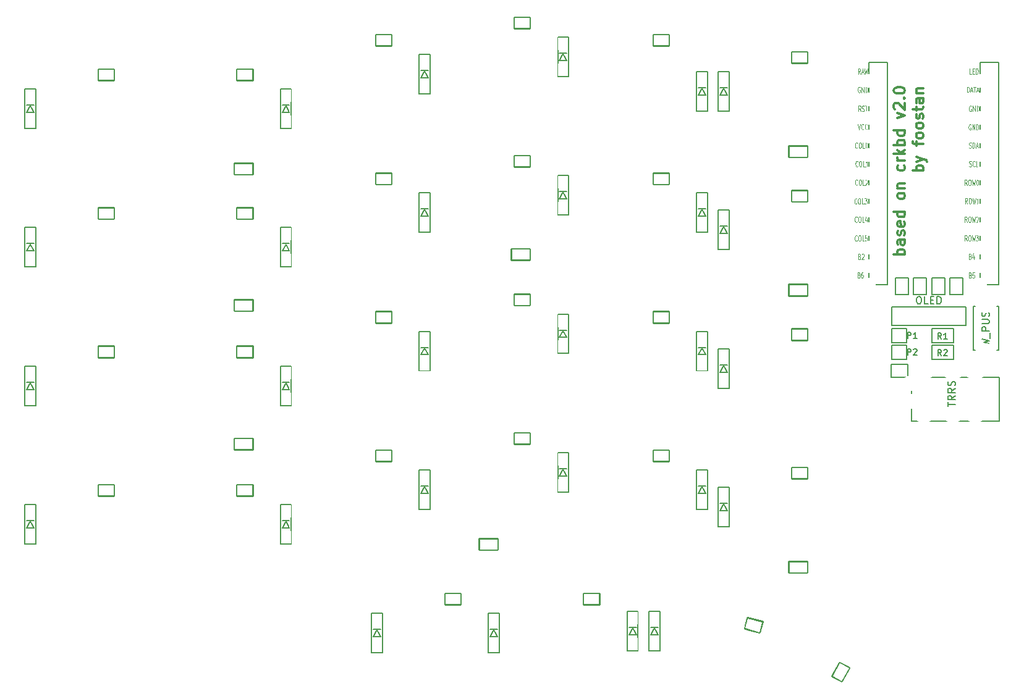
<source format=gbr>
G04 #@! TF.GenerationSoftware,KiCad,Pcbnew,(5.0.0-3-g5ebb6b6)*
G04 #@! TF.CreationDate,2018-11-12T21:10:46+01:00*
G04 #@! TF.ProjectId,corne-classic,636F726E652D636C61737369632E6B69,1.1*
G04 #@! TF.SameCoordinates,Original*
G04 #@! TF.FileFunction,Legend,Top*
G04 #@! TF.FilePolarity,Positive*
%FSLAX46Y46*%
G04 Gerber Fmt 4.6, Leading zero omitted, Abs format (unit mm)*
G04 Created by KiCad (PCBNEW (5.0.0-3-g5ebb6b6)) date 2018 November 12, Monday 21:10:46*
%MOMM*%
%LPD*%
G01*
G04 APERTURE LIST*
%ADD10C,0.300000*%
%ADD11C,0.150000*%
%ADD12C,0.125000*%
%ADD13C,0.250000*%
%ADD14C,0.010000*%
%ADD15C,1.850000*%
%ADD16C,1.850000*%
%ADD17C,4.400000*%
%ADD18C,2.300000*%
%ADD19C,2.600000*%
%ADD20C,2.800000*%
%ADD21C,1.950000*%
%ADD22C,1.950000*%
%ADD23C,2.100000*%
%ADD24C,1.400000*%
%ADD25C,5.400000*%
%ADD26R,1.350000X1.700000*%
%ADD27R,1.797000X1.797000*%
%ADD28C,1.797000*%
%ADD29O,2.900000X2.100000*%
%ADD30C,1.600000*%
%ADD31R,1.924000X1.924000*%
%ADD32R,1.035000X1.543000*%
%ADD33R,0.781000X0.781000*%
%ADD34R,1.543000X1.035000*%
%ADD35R,2.400000X1.400000*%
%ADD36R,2.000000X1.400000*%
%ADD37C,0.100000*%
%ADD38C,2.400000*%
%ADD39C,1.924000*%
G04 APERTURE END LIST*
D10*
X181803571Y-78128571D02*
X180303571Y-78128571D01*
X180875000Y-78128571D02*
X180803571Y-77985714D01*
X180803571Y-77700000D01*
X180875000Y-77557142D01*
X180946428Y-77485714D01*
X181089285Y-77414285D01*
X181517857Y-77414285D01*
X181660714Y-77485714D01*
X181732142Y-77557142D01*
X181803571Y-77700000D01*
X181803571Y-77985714D01*
X181732142Y-78128571D01*
X181803571Y-76128571D02*
X181017857Y-76128571D01*
X180875000Y-76200000D01*
X180803571Y-76342857D01*
X180803571Y-76628571D01*
X180875000Y-76771428D01*
X181732142Y-76128571D02*
X181803571Y-76271428D01*
X181803571Y-76628571D01*
X181732142Y-76771428D01*
X181589285Y-76842857D01*
X181446428Y-76842857D01*
X181303571Y-76771428D01*
X181232142Y-76628571D01*
X181232142Y-76271428D01*
X181160714Y-76128571D01*
X181732142Y-75485714D02*
X181803571Y-75342857D01*
X181803571Y-75057142D01*
X181732142Y-74914285D01*
X181589285Y-74842857D01*
X181517857Y-74842857D01*
X181375000Y-74914285D01*
X181303571Y-75057142D01*
X181303571Y-75271428D01*
X181232142Y-75414285D01*
X181089285Y-75485714D01*
X181017857Y-75485714D01*
X180875000Y-75414285D01*
X180803571Y-75271428D01*
X180803571Y-75057142D01*
X180875000Y-74914285D01*
X181732142Y-73628571D02*
X181803571Y-73771428D01*
X181803571Y-74057142D01*
X181732142Y-74200000D01*
X181589285Y-74271428D01*
X181017857Y-74271428D01*
X180875000Y-74200000D01*
X180803571Y-74057142D01*
X180803571Y-73771428D01*
X180875000Y-73628571D01*
X181017857Y-73557142D01*
X181160714Y-73557142D01*
X181303571Y-74271428D01*
X181803571Y-72271428D02*
X180303571Y-72271428D01*
X181732142Y-72271428D02*
X181803571Y-72414285D01*
X181803571Y-72700000D01*
X181732142Y-72842857D01*
X181660714Y-72914285D01*
X181517857Y-72985714D01*
X181089285Y-72985714D01*
X180946428Y-72914285D01*
X180875000Y-72842857D01*
X180803571Y-72700000D01*
X180803571Y-72414285D01*
X180875000Y-72271428D01*
X181803571Y-70200000D02*
X181732142Y-70342857D01*
X181660714Y-70414285D01*
X181517857Y-70485714D01*
X181089285Y-70485714D01*
X180946428Y-70414285D01*
X180875000Y-70342857D01*
X180803571Y-70200000D01*
X180803571Y-69985714D01*
X180875000Y-69842857D01*
X180946428Y-69771428D01*
X181089285Y-69700000D01*
X181517857Y-69700000D01*
X181660714Y-69771428D01*
X181732142Y-69842857D01*
X181803571Y-69985714D01*
X181803571Y-70200000D01*
X180803571Y-69057142D02*
X181803571Y-69057142D01*
X180946428Y-69057142D02*
X180875000Y-68985714D01*
X180803571Y-68842857D01*
X180803571Y-68628571D01*
X180875000Y-68485714D01*
X181017857Y-68414285D01*
X181803571Y-68414285D01*
X181732142Y-65914285D02*
X181803571Y-66057142D01*
X181803571Y-66342857D01*
X181732142Y-66485714D01*
X181660714Y-66557142D01*
X181517857Y-66628571D01*
X181089285Y-66628571D01*
X180946428Y-66557142D01*
X180875000Y-66485714D01*
X180803571Y-66342857D01*
X180803571Y-66057142D01*
X180875000Y-65914285D01*
X181803571Y-65271428D02*
X180803571Y-65271428D01*
X181089285Y-65271428D02*
X180946428Y-65200000D01*
X180875000Y-65128571D01*
X180803571Y-64985714D01*
X180803571Y-64842857D01*
X181803571Y-64342857D02*
X180303571Y-64342857D01*
X181232142Y-64200000D02*
X181803571Y-63771428D01*
X180803571Y-63771428D02*
X181375000Y-64342857D01*
X181803571Y-63128571D02*
X180303571Y-63128571D01*
X180875000Y-63128571D02*
X180803571Y-62985714D01*
X180803571Y-62700000D01*
X180875000Y-62557142D01*
X180946428Y-62485714D01*
X181089285Y-62414285D01*
X181517857Y-62414285D01*
X181660714Y-62485714D01*
X181732142Y-62557142D01*
X181803571Y-62700000D01*
X181803571Y-62985714D01*
X181732142Y-63128571D01*
X181803571Y-61128571D02*
X180303571Y-61128571D01*
X181732142Y-61128571D02*
X181803571Y-61271428D01*
X181803571Y-61557142D01*
X181732142Y-61700000D01*
X181660714Y-61771428D01*
X181517857Y-61842857D01*
X181089285Y-61842857D01*
X180946428Y-61771428D01*
X180875000Y-61700000D01*
X180803571Y-61557142D01*
X180803571Y-61271428D01*
X180875000Y-61128571D01*
X180803571Y-59414285D02*
X181803571Y-59057142D01*
X180803571Y-58700000D01*
X180446428Y-58200000D02*
X180375000Y-58128571D01*
X180303571Y-57985714D01*
X180303571Y-57628571D01*
X180375000Y-57485714D01*
X180446428Y-57414285D01*
X180589285Y-57342857D01*
X180732142Y-57342857D01*
X180946428Y-57414285D01*
X181803571Y-58271428D01*
X181803571Y-57342857D01*
X181660714Y-56700000D02*
X181732142Y-56628571D01*
X181803571Y-56700000D01*
X181732142Y-56771428D01*
X181660714Y-56700000D01*
X181803571Y-56700000D01*
X180303571Y-55700000D02*
X180303571Y-55557142D01*
X180375000Y-55414285D01*
X180446428Y-55342857D01*
X180589285Y-55271428D01*
X180875000Y-55200000D01*
X181232142Y-55200000D01*
X181517857Y-55271428D01*
X181660714Y-55342857D01*
X181732142Y-55414285D01*
X181803571Y-55557142D01*
X181803571Y-55700000D01*
X181732142Y-55842857D01*
X181660714Y-55914285D01*
X181517857Y-55985714D01*
X181232142Y-56057142D01*
X180875000Y-56057142D01*
X180589285Y-55985714D01*
X180446428Y-55914285D01*
X180375000Y-55842857D01*
X180303571Y-55700000D01*
X184353571Y-66628571D02*
X182853571Y-66628571D01*
X183425000Y-66628571D02*
X183353571Y-66485714D01*
X183353571Y-66200000D01*
X183425000Y-66057142D01*
X183496428Y-65985714D01*
X183639285Y-65914285D01*
X184067857Y-65914285D01*
X184210714Y-65985714D01*
X184282142Y-66057142D01*
X184353571Y-66200000D01*
X184353571Y-66485714D01*
X184282142Y-66628571D01*
X183353571Y-65414285D02*
X184353571Y-65057142D01*
X183353571Y-64700000D02*
X184353571Y-65057142D01*
X184710714Y-65200000D01*
X184782142Y-65271428D01*
X184853571Y-65414285D01*
X183353571Y-63200000D02*
X183353571Y-62628571D01*
X184353571Y-62985714D02*
X183067857Y-62985714D01*
X182925000Y-62914285D01*
X182853571Y-62771428D01*
X182853571Y-62628571D01*
X184353571Y-61914285D02*
X184282142Y-62057142D01*
X184210714Y-62128571D01*
X184067857Y-62200000D01*
X183639285Y-62200000D01*
X183496428Y-62128571D01*
X183425000Y-62057142D01*
X183353571Y-61914285D01*
X183353571Y-61700000D01*
X183425000Y-61557142D01*
X183496428Y-61485714D01*
X183639285Y-61414285D01*
X184067857Y-61414285D01*
X184210714Y-61485714D01*
X184282142Y-61557142D01*
X184353571Y-61700000D01*
X184353571Y-61914285D01*
X184353571Y-60557142D02*
X184282142Y-60700000D01*
X184210714Y-60771428D01*
X184067857Y-60842857D01*
X183639285Y-60842857D01*
X183496428Y-60771428D01*
X183425000Y-60700000D01*
X183353571Y-60557142D01*
X183353571Y-60342857D01*
X183425000Y-60200000D01*
X183496428Y-60128571D01*
X183639285Y-60057142D01*
X184067857Y-60057142D01*
X184210714Y-60128571D01*
X184282142Y-60200000D01*
X184353571Y-60342857D01*
X184353571Y-60557142D01*
X184282142Y-59485714D02*
X184353571Y-59342857D01*
X184353571Y-59057142D01*
X184282142Y-58914285D01*
X184139285Y-58842857D01*
X184067857Y-58842857D01*
X183925000Y-58914285D01*
X183853571Y-59057142D01*
X183853571Y-59271428D01*
X183782142Y-59414285D01*
X183639285Y-59485714D01*
X183567857Y-59485714D01*
X183425000Y-59414285D01*
X183353571Y-59271428D01*
X183353571Y-59057142D01*
X183425000Y-58914285D01*
X183353571Y-58414285D02*
X183353571Y-57842857D01*
X182853571Y-58200000D02*
X184139285Y-58200000D01*
X184282142Y-58128571D01*
X184353571Y-57985714D01*
X184353571Y-57842857D01*
X184353571Y-56700000D02*
X183567857Y-56700000D01*
X183425000Y-56771428D01*
X183353571Y-56914285D01*
X183353571Y-57200000D01*
X183425000Y-57342857D01*
X184282142Y-56700000D02*
X184353571Y-56842857D01*
X184353571Y-57200000D01*
X184282142Y-57342857D01*
X184139285Y-57414285D01*
X183996428Y-57414285D01*
X183853571Y-57342857D01*
X183782142Y-57200000D01*
X183782142Y-56842857D01*
X183710714Y-56700000D01*
X183353571Y-55985714D02*
X184353571Y-55985714D01*
X183496428Y-55985714D02*
X183425000Y-55914285D01*
X183353571Y-55771428D01*
X183353571Y-55557142D01*
X183425000Y-55414285D01*
X183567857Y-55342857D01*
X184353571Y-55342857D01*
D11*
G04 #@! TO.C,D1*
X62000000Y-57725000D02*
X62500000Y-58625000D01*
X62500000Y-58625000D02*
X61500000Y-58625000D01*
X61500000Y-58625000D02*
X62000000Y-57725000D01*
X62500000Y-57625000D02*
X61500000Y-57625000D01*
X62750000Y-60825000D02*
X62750000Y-55425000D01*
X62750000Y-55425000D02*
X61250000Y-55425000D01*
X61250000Y-55425000D02*
X61250000Y-60825000D01*
X61250000Y-60825000D02*
X62750000Y-60825000D01*
G04 #@! TO.C,D2*
X97000000Y-57725000D02*
X97500000Y-58625000D01*
X97500000Y-58625000D02*
X96500000Y-58625000D01*
X96500000Y-58625000D02*
X97000000Y-57725000D01*
X97500000Y-57625000D02*
X96500000Y-57625000D01*
X97750000Y-60825000D02*
X97750000Y-55425000D01*
X97750000Y-55425000D02*
X96250000Y-55425000D01*
X96250000Y-55425000D02*
X96250000Y-60825000D01*
X96250000Y-60825000D02*
X97750000Y-60825000D01*
G04 #@! TO.C,D3*
X116000000Y-52975000D02*
X116500000Y-53875000D01*
X116500000Y-53875000D02*
X115500000Y-53875000D01*
X115500000Y-53875000D02*
X116000000Y-52975000D01*
X116500000Y-52875000D02*
X115500000Y-52875000D01*
X116750000Y-56075000D02*
X116750000Y-50675000D01*
X116750000Y-50675000D02*
X115250000Y-50675000D01*
X115250000Y-50675000D02*
X115250000Y-56075000D01*
X115250000Y-56075000D02*
X116750000Y-56075000D01*
G04 #@! TO.C,D4*
X135000000Y-50600000D02*
X135500000Y-51500000D01*
X135500000Y-51500000D02*
X134500000Y-51500000D01*
X134500000Y-51500000D02*
X135000000Y-50600000D01*
X135500000Y-50500000D02*
X134500000Y-50500000D01*
X135750000Y-53700000D02*
X135750000Y-48300000D01*
X135750000Y-48300000D02*
X134250000Y-48300000D01*
X134250000Y-48300000D02*
X134250000Y-53700000D01*
X134250000Y-53700000D02*
X135750000Y-53700000D01*
G04 #@! TO.C,D5*
X153250000Y-58450000D02*
X154750000Y-58450000D01*
X153250000Y-53050000D02*
X153250000Y-58450000D01*
X154750000Y-53050000D02*
X153250000Y-53050000D01*
X154750000Y-58450000D02*
X154750000Y-53050000D01*
X154500000Y-55250000D02*
X153500000Y-55250000D01*
X153500000Y-56250000D02*
X154000000Y-55350000D01*
X154500000Y-56250000D02*
X153500000Y-56250000D01*
X154000000Y-55350000D02*
X154500000Y-56250000D01*
G04 #@! TO.C,D6*
X157000000Y-55350000D02*
X157500000Y-56250000D01*
X157500000Y-56250000D02*
X156500000Y-56250000D01*
X156500000Y-56250000D02*
X157000000Y-55350000D01*
X157500000Y-55250000D02*
X156500000Y-55250000D01*
X157750000Y-58450000D02*
X157750000Y-53050000D01*
X157750000Y-53050000D02*
X156250000Y-53050000D01*
X156250000Y-53050000D02*
X156250000Y-58450000D01*
X156250000Y-58450000D02*
X157750000Y-58450000D01*
G04 #@! TO.C,D7*
X61250000Y-79825000D02*
X62750000Y-79825000D01*
X61250000Y-74425000D02*
X61250000Y-79825000D01*
X62750000Y-74425000D02*
X61250000Y-74425000D01*
X62750000Y-79825000D02*
X62750000Y-74425000D01*
X62500000Y-76625000D02*
X61500000Y-76625000D01*
X61500000Y-77625000D02*
X62000000Y-76725000D01*
X62500000Y-77625000D02*
X61500000Y-77625000D01*
X62000000Y-76725000D02*
X62500000Y-77625000D01*
G04 #@! TO.C,D8*
X97000000Y-76725000D02*
X97500000Y-77625000D01*
X97500000Y-77625000D02*
X96500000Y-77625000D01*
X96500000Y-77625000D02*
X97000000Y-76725000D01*
X97500000Y-76625000D02*
X96500000Y-76625000D01*
X97750000Y-79825000D02*
X97750000Y-74425000D01*
X97750000Y-74425000D02*
X96250000Y-74425000D01*
X96250000Y-74425000D02*
X96250000Y-79825000D01*
X96250000Y-79825000D02*
X97750000Y-79825000D01*
G04 #@! TO.C,D9*
X116000000Y-71975000D02*
X116500000Y-72875000D01*
X116500000Y-72875000D02*
X115500000Y-72875000D01*
X115500000Y-72875000D02*
X116000000Y-71975000D01*
X116500000Y-71875000D02*
X115500000Y-71875000D01*
X116750000Y-75075000D02*
X116750000Y-69675000D01*
X116750000Y-69675000D02*
X115250000Y-69675000D01*
X115250000Y-69675000D02*
X115250000Y-75075000D01*
X115250000Y-75075000D02*
X116750000Y-75075000D01*
G04 #@! TO.C,D10*
X134250000Y-72700000D02*
X135750000Y-72700000D01*
X134250000Y-67300000D02*
X134250000Y-72700000D01*
X135750000Y-67300000D02*
X134250000Y-67300000D01*
X135750000Y-72700000D02*
X135750000Y-67300000D01*
X135500000Y-69500000D02*
X134500000Y-69500000D01*
X134500000Y-70500000D02*
X135000000Y-69600000D01*
X135500000Y-70500000D02*
X134500000Y-70500000D01*
X135000000Y-69600000D02*
X135500000Y-70500000D01*
G04 #@! TO.C,D11*
X154000000Y-71975000D02*
X154500000Y-72875000D01*
X154500000Y-72875000D02*
X153500000Y-72875000D01*
X153500000Y-72875000D02*
X154000000Y-71975000D01*
X154500000Y-71875000D02*
X153500000Y-71875000D01*
X154750000Y-75075000D02*
X154750000Y-69675000D01*
X154750000Y-69675000D02*
X153250000Y-69675000D01*
X153250000Y-69675000D02*
X153250000Y-75075000D01*
X153250000Y-75075000D02*
X154750000Y-75075000D01*
G04 #@! TO.C,D12*
X156250000Y-77450000D02*
X157750000Y-77450000D01*
X156250000Y-72050000D02*
X156250000Y-77450000D01*
X157750000Y-72050000D02*
X156250000Y-72050000D01*
X157750000Y-77450000D02*
X157750000Y-72050000D01*
X157500000Y-74250000D02*
X156500000Y-74250000D01*
X156500000Y-75250000D02*
X157000000Y-74350000D01*
X157500000Y-75250000D02*
X156500000Y-75250000D01*
X157000000Y-74350000D02*
X157500000Y-75250000D01*
G04 #@! TO.C,D13*
X61250000Y-98825000D02*
X62750000Y-98825000D01*
X61250000Y-93425000D02*
X61250000Y-98825000D01*
X62750000Y-93425000D02*
X61250000Y-93425000D01*
X62750000Y-98825000D02*
X62750000Y-93425000D01*
X62500000Y-95625000D02*
X61500000Y-95625000D01*
X61500000Y-96625000D02*
X62000000Y-95725000D01*
X62500000Y-96625000D02*
X61500000Y-96625000D01*
X62000000Y-95725000D02*
X62500000Y-96625000D01*
G04 #@! TO.C,D14*
X96250000Y-98825000D02*
X97750000Y-98825000D01*
X96250000Y-93425000D02*
X96250000Y-98825000D01*
X97750000Y-93425000D02*
X96250000Y-93425000D01*
X97750000Y-98825000D02*
X97750000Y-93425000D01*
X97500000Y-95625000D02*
X96500000Y-95625000D01*
X96500000Y-96625000D02*
X97000000Y-95725000D01*
X97500000Y-96625000D02*
X96500000Y-96625000D01*
X97000000Y-95725000D02*
X97500000Y-96625000D01*
G04 #@! TO.C,D15*
X115250000Y-94075000D02*
X116750000Y-94075000D01*
X115250000Y-88675000D02*
X115250000Y-94075000D01*
X116750000Y-88675000D02*
X115250000Y-88675000D01*
X116750000Y-94075000D02*
X116750000Y-88675000D01*
X116500000Y-90875000D02*
X115500000Y-90875000D01*
X115500000Y-91875000D02*
X116000000Y-90975000D01*
X116500000Y-91875000D02*
X115500000Y-91875000D01*
X116000000Y-90975000D02*
X116500000Y-91875000D01*
G04 #@! TO.C,D16*
X135000000Y-88600000D02*
X135500000Y-89500000D01*
X135500000Y-89500000D02*
X134500000Y-89500000D01*
X134500000Y-89500000D02*
X135000000Y-88600000D01*
X135500000Y-88500000D02*
X134500000Y-88500000D01*
X135750000Y-91700000D02*
X135750000Y-86300000D01*
X135750000Y-86300000D02*
X134250000Y-86300000D01*
X134250000Y-86300000D02*
X134250000Y-91700000D01*
X134250000Y-91700000D02*
X135750000Y-91700000D01*
G04 #@! TO.C,D17*
X153250000Y-94075000D02*
X154750000Y-94075000D01*
X153250000Y-88675000D02*
X153250000Y-94075000D01*
X154750000Y-88675000D02*
X153250000Y-88675000D01*
X154750000Y-94075000D02*
X154750000Y-88675000D01*
X154500000Y-90875000D02*
X153500000Y-90875000D01*
X153500000Y-91875000D02*
X154000000Y-90975000D01*
X154500000Y-91875000D02*
X153500000Y-91875000D01*
X154000000Y-90975000D02*
X154500000Y-91875000D01*
G04 #@! TO.C,D18*
X156250000Y-96450000D02*
X157750000Y-96450000D01*
X156250000Y-91050000D02*
X156250000Y-96450000D01*
X157750000Y-91050000D02*
X156250000Y-91050000D01*
X157750000Y-96450000D02*
X157750000Y-91050000D01*
X157500000Y-93250000D02*
X156500000Y-93250000D01*
X156500000Y-94250000D02*
X157000000Y-93350000D01*
X157500000Y-94250000D02*
X156500000Y-94250000D01*
X157000000Y-93350000D02*
X157500000Y-94250000D01*
G04 #@! TO.C,D19*
X61250000Y-117825000D02*
X62750000Y-117825000D01*
X61250000Y-112425000D02*
X61250000Y-117825000D01*
X62750000Y-112425000D02*
X61250000Y-112425000D01*
X62750000Y-117825000D02*
X62750000Y-112425000D01*
X62500000Y-114625000D02*
X61500000Y-114625000D01*
X61500000Y-115625000D02*
X62000000Y-114725000D01*
X62500000Y-115625000D02*
X61500000Y-115625000D01*
X62000000Y-114725000D02*
X62500000Y-115625000D01*
G04 #@! TO.C,D20*
X96250000Y-117825000D02*
X97750000Y-117825000D01*
X96250000Y-112425000D02*
X96250000Y-117825000D01*
X97750000Y-112425000D02*
X96250000Y-112425000D01*
X97750000Y-117825000D02*
X97750000Y-112425000D01*
X97500000Y-114625000D02*
X96500000Y-114625000D01*
X96500000Y-115625000D02*
X97000000Y-114725000D01*
X97500000Y-115625000D02*
X96500000Y-115625000D01*
X97000000Y-114725000D02*
X97500000Y-115625000D01*
G04 #@! TO.C,D21*
X115250000Y-113075000D02*
X116750000Y-113075000D01*
X115250000Y-107675000D02*
X115250000Y-113075000D01*
X116750000Y-107675000D02*
X115250000Y-107675000D01*
X116750000Y-113075000D02*
X116750000Y-107675000D01*
X116500000Y-109875000D02*
X115500000Y-109875000D01*
X115500000Y-110875000D02*
X116000000Y-109975000D01*
X116500000Y-110875000D02*
X115500000Y-110875000D01*
X116000000Y-109975000D02*
X116500000Y-110875000D01*
G04 #@! TO.C,D22*
X134250000Y-110700000D02*
X135750000Y-110700000D01*
X134250000Y-105300000D02*
X134250000Y-110700000D01*
X135750000Y-105300000D02*
X134250000Y-105300000D01*
X135750000Y-110700000D02*
X135750000Y-105300000D01*
X135500000Y-107500000D02*
X134500000Y-107500000D01*
X134500000Y-108500000D02*
X135000000Y-107600000D01*
X135500000Y-108500000D02*
X134500000Y-108500000D01*
X135000000Y-107600000D02*
X135500000Y-108500000D01*
G04 #@! TO.C,D23*
X154000000Y-109975000D02*
X154500000Y-110875000D01*
X154500000Y-110875000D02*
X153500000Y-110875000D01*
X153500000Y-110875000D02*
X154000000Y-109975000D01*
X154500000Y-109875000D02*
X153500000Y-109875000D01*
X154750000Y-113075000D02*
X154750000Y-107675000D01*
X154750000Y-107675000D02*
X153250000Y-107675000D01*
X153250000Y-107675000D02*
X153250000Y-113075000D01*
X153250000Y-113075000D02*
X154750000Y-113075000D01*
G04 #@! TO.C,D24*
X156250000Y-115450000D02*
X157750000Y-115450000D01*
X156250000Y-110050000D02*
X156250000Y-115450000D01*
X157750000Y-110050000D02*
X156250000Y-110050000D01*
X157750000Y-115450000D02*
X157750000Y-110050000D01*
X157500000Y-112250000D02*
X156500000Y-112250000D01*
X156500000Y-113250000D02*
X157000000Y-112350000D01*
X157500000Y-113250000D02*
X156500000Y-113250000D01*
X157000000Y-112350000D02*
X157500000Y-113250000D01*
G04 #@! TO.C,D25*
X109500000Y-129600000D02*
X110000000Y-130500000D01*
X110000000Y-130500000D02*
X109000000Y-130500000D01*
X109000000Y-130500000D02*
X109500000Y-129600000D01*
X110000000Y-129500000D02*
X109000000Y-129500000D01*
X110250000Y-132700000D02*
X110250000Y-127300000D01*
X110250000Y-127300000D02*
X108750000Y-127300000D01*
X108750000Y-127300000D02*
X108750000Y-132700000D01*
X108750000Y-132700000D02*
X110250000Y-132700000D01*
G04 #@! TO.C,D26*
X125500000Y-129600000D02*
X126000000Y-130500000D01*
X126000000Y-130500000D02*
X125000000Y-130500000D01*
X125000000Y-130500000D02*
X125500000Y-129600000D01*
X126000000Y-129500000D02*
X125000000Y-129500000D01*
X126250000Y-132700000D02*
X126250000Y-127300000D01*
X126250000Y-127300000D02*
X124750000Y-127300000D01*
X124750000Y-127300000D02*
X124750000Y-132700000D01*
X124750000Y-132700000D02*
X126250000Y-132700000D01*
G04 #@! TO.C,D27*
X144500000Y-129350000D02*
X145000000Y-130250000D01*
X145000000Y-130250000D02*
X144000000Y-130250000D01*
X144000000Y-130250000D02*
X144500000Y-129350000D01*
X145000000Y-129250000D02*
X144000000Y-129250000D01*
X145250000Y-132450000D02*
X145250000Y-127050000D01*
X145250000Y-127050000D02*
X143750000Y-127050000D01*
X143750000Y-127050000D02*
X143750000Y-132450000D01*
X143750000Y-132450000D02*
X145250000Y-132450000D01*
G04 #@! TO.C,D28*
X147500000Y-129350000D02*
X148000000Y-130250000D01*
X148000000Y-130250000D02*
X147000000Y-130250000D01*
X147000000Y-130250000D02*
X147500000Y-129350000D01*
X148000000Y-129250000D02*
X147000000Y-129250000D01*
X148250000Y-132450000D02*
X148250000Y-127050000D01*
X148250000Y-127050000D02*
X146750000Y-127050000D01*
X146750000Y-127050000D02*
X146750000Y-132450000D01*
X146750000Y-132450000D02*
X148250000Y-132450000D01*
G04 #@! TO.C,J1*
X182700000Y-94950000D02*
X194700000Y-94950000D01*
X182700000Y-100950000D02*
X182700000Y-94950000D01*
X194700000Y-100950000D02*
X182700000Y-100950000D01*
X194700000Y-94950000D02*
X194700000Y-100950000D01*
G04 #@! TO.C,J2*
X180030000Y-87820000D02*
X180030000Y-85280000D01*
X190190000Y-85280000D02*
X190190000Y-87820000D01*
X180030000Y-85280000D02*
X190190000Y-85280000D01*
X180030000Y-87820000D02*
X190190000Y-87820000D01*
G04 #@! TO.C,JP1*
X179957000Y-93161000D02*
X182243000Y-93161000D01*
X182243000Y-93161000D02*
X182243000Y-94939000D01*
X182243000Y-94939000D02*
X179957000Y-94939000D01*
X179957000Y-94939000D02*
X179957000Y-93161000D01*
G04 #@! TO.C,JP2*
X187986000Y-81357000D02*
X189764000Y-81357000D01*
X187986000Y-83643000D02*
X187986000Y-81357000D01*
X189764000Y-83643000D02*
X187986000Y-83643000D01*
X189764000Y-81357000D02*
X189764000Y-83643000D01*
G04 #@! TO.C,JP3*
X187264000Y-81357000D02*
X187264000Y-83643000D01*
X187264000Y-83643000D02*
X185486000Y-83643000D01*
X185486000Y-83643000D02*
X185486000Y-81357000D01*
X185486000Y-81357000D02*
X187264000Y-81357000D01*
G04 #@! TO.C,JP4*
X184764000Y-81357000D02*
X184764000Y-83643000D01*
X184764000Y-83643000D02*
X182986000Y-83643000D01*
X182986000Y-83643000D02*
X182986000Y-81357000D01*
X182986000Y-81357000D02*
X184764000Y-81357000D01*
G04 #@! TO.C,JP5*
X180486000Y-81357000D02*
X182264000Y-81357000D01*
X180486000Y-83643000D02*
X180486000Y-81357000D01*
X182264000Y-83643000D02*
X180486000Y-83643000D01*
X182264000Y-81357000D02*
X182264000Y-83643000D01*
D10*
G04 #@! TO.C,L1*
X92430000Y-85850000D02*
X89980000Y-85850000D01*
X89980000Y-85850000D02*
X89980000Y-84400000D01*
X89980000Y-84400000D02*
X92400000Y-84400000D01*
X92430000Y-84400000D02*
X92430000Y-85850000D01*
G04 #@! TO.C,L2*
X130430000Y-77400000D02*
X130430000Y-78850000D01*
X127980000Y-77400000D02*
X130400000Y-77400000D01*
X127980000Y-78850000D02*
X127980000Y-77400000D01*
X130430000Y-78850000D02*
X127980000Y-78850000D01*
G04 #@! TO.C,L3*
X168430000Y-83750000D02*
X165980000Y-83750000D01*
X165980000Y-83750000D02*
X165980000Y-82300000D01*
X165980000Y-82300000D02*
X168400000Y-82300000D01*
X168430000Y-82300000D02*
X168430000Y-83750000D01*
G04 #@! TO.C,L4*
X92430000Y-103400000D02*
X92430000Y-104850000D01*
X89980000Y-103400000D02*
X92400000Y-103400000D01*
X89980000Y-104850000D02*
X89980000Y-103400000D01*
X92430000Y-104850000D02*
X89980000Y-104850000D01*
G04 #@! TO.C,L5*
X123570000Y-117150000D02*
X126020000Y-117150000D01*
X126020000Y-117150000D02*
X126020000Y-118600000D01*
X126020000Y-118600000D02*
X123600000Y-118600000D01*
X123570000Y-118600000D02*
X123570000Y-117150000D01*
G04 #@! TO.C,L6*
X168430000Y-120300000D02*
X168430000Y-121750000D01*
X165980000Y-120300000D02*
X168400000Y-120300000D01*
X165980000Y-121750000D02*
X165980000Y-120300000D01*
X168430000Y-121750000D02*
X165980000Y-121750000D01*
G04 #@! TO.C,L7*
X73430000Y-52775000D02*
X73430000Y-54225000D01*
X73430000Y-54225000D02*
X71380000Y-54225000D01*
X71380000Y-54225000D02*
X71380000Y-52775000D01*
X71380000Y-52775000D02*
X73430000Y-52775000D01*
G04 #@! TO.C,L8*
X90380000Y-52775000D02*
X92430000Y-52775000D01*
X90380000Y-54225000D02*
X90380000Y-52775000D01*
X92430000Y-54225000D02*
X90380000Y-54225000D01*
X92430000Y-52775000D02*
X92430000Y-54225000D01*
G04 #@! TO.C,L9*
X111430000Y-48025000D02*
X111430000Y-49475000D01*
X111430000Y-49475000D02*
X109380000Y-49475000D01*
X109380000Y-49475000D02*
X109380000Y-48025000D01*
X109380000Y-48025000D02*
X111430000Y-48025000D01*
G04 #@! TO.C,L10*
X128380000Y-45650000D02*
X130430000Y-45650000D01*
X128380000Y-47100000D02*
X128380000Y-45650000D01*
X130430000Y-47100000D02*
X128380000Y-47100000D01*
X130430000Y-45650000D02*
X130430000Y-47100000D01*
G04 #@! TO.C,L11*
X149430000Y-48025000D02*
X149430000Y-49475000D01*
X149430000Y-49475000D02*
X147380000Y-49475000D01*
X147380000Y-49475000D02*
X147380000Y-48025000D01*
X147380000Y-48025000D02*
X149430000Y-48025000D01*
G04 #@! TO.C,L12*
X166380000Y-50400000D02*
X168430000Y-50400000D01*
X166380000Y-51850000D02*
X166380000Y-50400000D01*
X168430000Y-51850000D02*
X166380000Y-51850000D01*
X168430000Y-50400000D02*
X168430000Y-51850000D01*
G04 #@! TO.C,L13*
X73430000Y-71775000D02*
X73430000Y-73225000D01*
X73430000Y-73225000D02*
X71380000Y-73225000D01*
X71380000Y-73225000D02*
X71380000Y-71775000D01*
X71380000Y-71775000D02*
X73430000Y-71775000D01*
G04 #@! TO.C,L14*
X90380000Y-71775000D02*
X92430000Y-71775000D01*
X90380000Y-73225000D02*
X90380000Y-71775000D01*
X92430000Y-73225000D02*
X90380000Y-73225000D01*
X92430000Y-71775000D02*
X92430000Y-73225000D01*
G04 #@! TO.C,L15*
X111430000Y-67025000D02*
X111430000Y-68475000D01*
X111430000Y-68475000D02*
X109380000Y-68475000D01*
X109380000Y-68475000D02*
X109380000Y-67025000D01*
X109380000Y-67025000D02*
X111430000Y-67025000D01*
G04 #@! TO.C,L16*
X128380000Y-64650000D02*
X130430000Y-64650000D01*
X128380000Y-66100000D02*
X128380000Y-64650000D01*
X130430000Y-66100000D02*
X128380000Y-66100000D01*
X130430000Y-64650000D02*
X130430000Y-66100000D01*
G04 #@! TO.C,L17*
X149430000Y-67025000D02*
X149430000Y-68475000D01*
X149430000Y-68475000D02*
X147380000Y-68475000D01*
X147380000Y-68475000D02*
X147380000Y-67025000D01*
X147380000Y-67025000D02*
X149430000Y-67025000D01*
G04 #@! TO.C,L18*
X166380000Y-69400000D02*
X168430000Y-69400000D01*
X166380000Y-70850000D02*
X166380000Y-69400000D01*
X168430000Y-70850000D02*
X166380000Y-70850000D01*
X168430000Y-69400000D02*
X168430000Y-70850000D01*
G04 #@! TO.C,L19*
X71380000Y-90775000D02*
X73430000Y-90775000D01*
X71380000Y-92225000D02*
X71380000Y-90775000D01*
X73430000Y-92225000D02*
X71380000Y-92225000D01*
X73430000Y-90775000D02*
X73430000Y-92225000D01*
G04 #@! TO.C,L20*
X90380000Y-90775000D02*
X92430000Y-90775000D01*
X90380000Y-92225000D02*
X90380000Y-90775000D01*
X92430000Y-92225000D02*
X90380000Y-92225000D01*
X92430000Y-90775000D02*
X92430000Y-92225000D01*
G04 #@! TO.C,L21*
X111430000Y-86025000D02*
X111430000Y-87475000D01*
X111430000Y-87475000D02*
X109380000Y-87475000D01*
X109380000Y-87475000D02*
X109380000Y-86025000D01*
X109380000Y-86025000D02*
X111430000Y-86025000D01*
G04 #@! TO.C,L22*
X128380000Y-83650000D02*
X130430000Y-83650000D01*
X128380000Y-85100000D02*
X128380000Y-83650000D01*
X130430000Y-85100000D02*
X128380000Y-85100000D01*
X130430000Y-83650000D02*
X130430000Y-85100000D01*
G04 #@! TO.C,L23*
X149430000Y-86025000D02*
X149430000Y-87475000D01*
X149430000Y-87475000D02*
X147380000Y-87475000D01*
X147380000Y-87475000D02*
X147380000Y-86025000D01*
X147380000Y-86025000D02*
X149430000Y-86025000D01*
G04 #@! TO.C,L24*
X168430000Y-88400000D02*
X168430000Y-89850000D01*
X168430000Y-89850000D02*
X166380000Y-89850000D01*
X166380000Y-89850000D02*
X166380000Y-88400000D01*
X166380000Y-88400000D02*
X168430000Y-88400000D01*
G04 #@! TO.C,L25*
X73430000Y-109775000D02*
X73430000Y-111225000D01*
X73430000Y-111225000D02*
X71380000Y-111225000D01*
X71380000Y-111225000D02*
X71380000Y-109775000D01*
X71380000Y-109775000D02*
X73430000Y-109775000D01*
G04 #@! TO.C,L26*
X92430000Y-109775000D02*
X92430000Y-111225000D01*
X92430000Y-111225000D02*
X90380000Y-111225000D01*
X90380000Y-111225000D02*
X90380000Y-109775000D01*
X90380000Y-109775000D02*
X92430000Y-109775000D01*
G04 #@! TO.C,L27*
X109380000Y-105025000D02*
X111430000Y-105025000D01*
X109380000Y-106475000D02*
X109380000Y-105025000D01*
X111430000Y-106475000D02*
X109380000Y-106475000D01*
X111430000Y-105025000D02*
X111430000Y-106475000D01*
G04 #@! TO.C,L28*
X128380000Y-102650000D02*
X130430000Y-102650000D01*
X128380000Y-104100000D02*
X128380000Y-102650000D01*
X130430000Y-104100000D02*
X128380000Y-104100000D01*
X130430000Y-102650000D02*
X130430000Y-104100000D01*
G04 #@! TO.C,L29*
X149430000Y-105025000D02*
X149430000Y-106475000D01*
X149430000Y-106475000D02*
X147380000Y-106475000D01*
X147380000Y-106475000D02*
X147380000Y-105025000D01*
X147380000Y-105025000D02*
X149430000Y-105025000D01*
G04 #@! TO.C,L30*
X166380000Y-107400000D02*
X168430000Y-107400000D01*
X166380000Y-108850000D02*
X166380000Y-107400000D01*
X168430000Y-108850000D02*
X166380000Y-108850000D01*
X168430000Y-107400000D02*
X168430000Y-108850000D01*
G04 #@! TO.C,L31*
X120930000Y-124650000D02*
X120930000Y-126100000D01*
X120930000Y-126100000D02*
X118880000Y-126100000D01*
X118880000Y-126100000D02*
X118880000Y-124650000D01*
X118880000Y-124650000D02*
X120930000Y-124650000D01*
G04 #@! TO.C,L32*
X137880000Y-124650000D02*
X139930000Y-124650000D01*
X137880000Y-126100000D02*
X137880000Y-124650000D01*
X139930000Y-126100000D02*
X137880000Y-126100000D01*
X139930000Y-124650000D02*
X139930000Y-126100000D01*
G04 #@! TO.C,L33*
X160294155Y-128002059D02*
X162274303Y-128532638D01*
X159918867Y-129402652D02*
X160294155Y-128002059D01*
X161899015Y-129933231D02*
X159918867Y-129402652D01*
X162274303Y-128532638D02*
X161899015Y-129933231D01*
G04 #@! TO.C,L34*
X173155096Y-136645467D02*
X171899359Y-135920467D01*
X171899359Y-135920467D02*
X172924359Y-134145115D01*
X172924359Y-134145115D02*
X174180096Y-134870115D01*
X174180096Y-134870115D02*
X173155096Y-136645467D01*
D11*
G04 #@! TO.C,P1*
X182000000Y-88250000D02*
X180000000Y-88250000D01*
X182000000Y-90250000D02*
X182000000Y-88250000D01*
X180000000Y-90250000D02*
X182000000Y-90250000D01*
X180000000Y-88250000D02*
X180000000Y-90250000D01*
G04 #@! TO.C,P2*
X180000000Y-90550000D02*
X180000000Y-92550000D01*
X180000000Y-92550000D02*
X182000000Y-92550000D01*
X182000000Y-92550000D02*
X182000000Y-90550000D01*
X182000000Y-90550000D02*
X180000000Y-90550000D01*
G04 #@! TO.C,R1*
X185498860Y-90250760D02*
X188501140Y-90250760D01*
X185498860Y-88249240D02*
X185498860Y-90250760D01*
X188501140Y-88249240D02*
X185498860Y-88249240D01*
X188501140Y-90250760D02*
X188501140Y-88249240D01*
G04 #@! TO.C,R2*
X188501140Y-92550760D02*
X188501140Y-90549240D01*
X188501140Y-90549240D02*
X185498860Y-90549240D01*
X185498860Y-90549240D02*
X185498860Y-92550760D01*
X185498860Y-92550760D02*
X188501140Y-92550760D01*
G04 #@! TO.C,RSW1*
X194650000Y-91250000D02*
X194650000Y-85250000D01*
X194650000Y-85250000D02*
X194400000Y-85250000D01*
X194650000Y-91250000D02*
X194400000Y-91250000D01*
X191150000Y-91250000D02*
X191400000Y-91250000D01*
X191150000Y-91250000D02*
X191150000Y-85250000D01*
X191150000Y-85250000D02*
X191400000Y-85250000D01*
G04 #@! TO.C,U1*
X176916400Y-51752000D02*
X179456400Y-51752000D01*
X179456400Y-51752000D02*
X179456400Y-82232000D01*
X179456400Y-82232000D02*
X176916400Y-82232000D01*
X176916400Y-82232000D02*
X176916400Y-51752000D01*
X192136400Y-51752000D02*
X194676400Y-51752000D01*
X194676400Y-51752000D02*
X194676400Y-82232000D01*
X194676400Y-82232000D02*
X192136400Y-82232000D01*
X192136400Y-82232000D02*
X192136400Y-51752000D01*
D10*
G04 #@! TO.C,L0*
X168430000Y-63300000D02*
X168430000Y-64750000D01*
X165980000Y-63300000D02*
X168400000Y-63300000D01*
X165980000Y-64750000D02*
X165980000Y-63300000D01*
X168430000Y-64750000D02*
X165980000Y-64750000D01*
G04 #@! TO.C,L111*
X92430000Y-67150000D02*
X89980000Y-67150000D01*
X89980000Y-67150000D02*
X89980000Y-65700000D01*
X89980000Y-65700000D02*
X92400000Y-65700000D01*
X92430000Y-65700000D02*
X92430000Y-67150000D01*
G04 #@! TO.C,*
D11*
G04 #@! TO.C,J1*
X187702380Y-98961904D02*
X187702380Y-98390476D01*
X188702380Y-98676190D02*
X187702380Y-98676190D01*
X188702380Y-97485714D02*
X188226190Y-97819047D01*
X188702380Y-98057142D02*
X187702380Y-98057142D01*
X187702380Y-97676190D01*
X187750000Y-97580952D01*
X187797619Y-97533333D01*
X187892857Y-97485714D01*
X188035714Y-97485714D01*
X188130952Y-97533333D01*
X188178571Y-97580952D01*
X188226190Y-97676190D01*
X188226190Y-98057142D01*
X188702380Y-96485714D02*
X188226190Y-96819047D01*
X188702380Y-97057142D02*
X187702380Y-97057142D01*
X187702380Y-96676190D01*
X187750000Y-96580952D01*
X187797619Y-96533333D01*
X187892857Y-96485714D01*
X188035714Y-96485714D01*
X188130952Y-96533333D01*
X188178571Y-96580952D01*
X188226190Y-96676190D01*
X188226190Y-97057142D01*
X188654761Y-96104761D02*
X188702380Y-95961904D01*
X188702380Y-95723809D01*
X188654761Y-95628571D01*
X188607142Y-95580952D01*
X188511904Y-95533333D01*
X188416666Y-95533333D01*
X188321428Y-95580952D01*
X188273809Y-95628571D01*
X188226190Y-95723809D01*
X188178571Y-95914285D01*
X188130952Y-96009523D01*
X188083333Y-96057142D01*
X187988095Y-96104761D01*
X187892857Y-96104761D01*
X187797619Y-96057142D01*
X187750000Y-96009523D01*
X187702380Y-95914285D01*
X187702380Y-95676190D01*
X187750000Y-95533333D01*
G04 #@! TO.C,J2*
X183647619Y-83902380D02*
X183838095Y-83902380D01*
X183933333Y-83950000D01*
X184028571Y-84045238D01*
X184076190Y-84235714D01*
X184076190Y-84569047D01*
X184028571Y-84759523D01*
X183933333Y-84854761D01*
X183838095Y-84902380D01*
X183647619Y-84902380D01*
X183552380Y-84854761D01*
X183457142Y-84759523D01*
X183409523Y-84569047D01*
X183409523Y-84235714D01*
X183457142Y-84045238D01*
X183552380Y-83950000D01*
X183647619Y-83902380D01*
X184980952Y-84902380D02*
X184504761Y-84902380D01*
X184504761Y-83902380D01*
X185314285Y-84378571D02*
X185647619Y-84378571D01*
X185790476Y-84902380D02*
X185314285Y-84902380D01*
X185314285Y-83902380D01*
X185790476Y-83902380D01*
X186219047Y-84902380D02*
X186219047Y-83902380D01*
X186457142Y-83902380D01*
X186600000Y-83950000D01*
X186695238Y-84045238D01*
X186742857Y-84140476D01*
X186790476Y-84330952D01*
X186790476Y-84473809D01*
X186742857Y-84664285D01*
X186695238Y-84759523D01*
X186600000Y-84854761D01*
X186457142Y-84902380D01*
X186219047Y-84902380D01*
G04 #@! TO.C,JP2*
G04 #@! TO.C,JP3*
G04 #@! TO.C,JP4*
G04 #@! TO.C,JP5*
G04 #@! TO.C,P1*
X182200076Y-89617695D02*
X182200076Y-88804895D01*
X182509714Y-88804895D01*
X182587123Y-88843600D01*
X182625828Y-88882304D01*
X182664533Y-88959714D01*
X182664533Y-89075828D01*
X182625828Y-89153238D01*
X182587123Y-89191942D01*
X182509714Y-89230647D01*
X182200076Y-89230647D01*
X183438628Y-89617695D02*
X182974171Y-89617695D01*
X183206400Y-89617695D02*
X183206400Y-88804895D01*
X183128990Y-88921009D01*
X183051580Y-88998419D01*
X182974171Y-89037123D01*
G04 #@! TO.C,P2*
X182200076Y-91917695D02*
X182200076Y-91104895D01*
X182509714Y-91104895D01*
X182587123Y-91143600D01*
X182625828Y-91182304D01*
X182664533Y-91259714D01*
X182664533Y-91375828D01*
X182625828Y-91453238D01*
X182587123Y-91491942D01*
X182509714Y-91530647D01*
X182200076Y-91530647D01*
X182974171Y-91182304D02*
X183012876Y-91143600D01*
X183090285Y-91104895D01*
X183283809Y-91104895D01*
X183361219Y-91143600D01*
X183399923Y-91182304D01*
X183438628Y-91259714D01*
X183438628Y-91337123D01*
X183399923Y-91453238D01*
X182935466Y-91917695D01*
X183438628Y-91917695D01*
G04 #@! TO.C,R1*
X186814533Y-89697695D02*
X186543600Y-89310647D01*
X186350076Y-89697695D02*
X186350076Y-88884895D01*
X186659714Y-88884895D01*
X186737123Y-88923600D01*
X186775828Y-88962304D01*
X186814533Y-89039714D01*
X186814533Y-89155828D01*
X186775828Y-89233238D01*
X186737123Y-89271942D01*
X186659714Y-89310647D01*
X186350076Y-89310647D01*
X187588628Y-89697695D02*
X187124171Y-89697695D01*
X187356400Y-89697695D02*
X187356400Y-88884895D01*
X187278990Y-89001009D01*
X187201580Y-89078419D01*
X187124171Y-89117123D01*
G04 #@! TO.C,R2*
X186814533Y-91997695D02*
X186543600Y-91610647D01*
X186350076Y-91997695D02*
X186350076Y-91184895D01*
X186659714Y-91184895D01*
X186737123Y-91223600D01*
X186775828Y-91262304D01*
X186814533Y-91339714D01*
X186814533Y-91455828D01*
X186775828Y-91533238D01*
X186737123Y-91571942D01*
X186659714Y-91610647D01*
X186350076Y-91610647D01*
X187124171Y-91262304D02*
X187162876Y-91223600D01*
X187240285Y-91184895D01*
X187433809Y-91184895D01*
X187511219Y-91223600D01*
X187549923Y-91262304D01*
X187588628Y-91339714D01*
X187588628Y-91417123D01*
X187549923Y-91533238D01*
X187085466Y-91997695D01*
X187588628Y-91997695D01*
G04 #@! TO.C,RSW1*
X193304761Y-91511904D02*
X193352380Y-91369047D01*
X193352380Y-91130952D01*
X193304761Y-91035714D01*
X193257142Y-90988095D01*
X193161904Y-90940476D01*
X193066666Y-90940476D01*
X192971428Y-90988095D01*
X192923809Y-91035714D01*
X192876190Y-91130952D01*
X192828571Y-91321428D01*
X192780952Y-91416666D01*
X192733333Y-91464285D01*
X192638095Y-91511904D01*
X192542857Y-91511904D01*
X192447619Y-91464285D01*
X192400000Y-91416666D01*
X192352380Y-91321428D01*
X192352380Y-91083333D01*
X192400000Y-90940476D01*
X192352380Y-90607142D02*
X193352380Y-90369047D01*
X192638095Y-90178571D01*
X193352380Y-89988095D01*
X192352380Y-89750000D01*
X193447619Y-89607142D02*
X193447619Y-88845238D01*
X193352380Y-88607142D02*
X192352380Y-88607142D01*
X192352380Y-88226190D01*
X192400000Y-88130952D01*
X192447619Y-88083333D01*
X192542857Y-88035714D01*
X192685714Y-88035714D01*
X192780952Y-88083333D01*
X192828571Y-88130952D01*
X192876190Y-88226190D01*
X192876190Y-88607142D01*
X192352380Y-87607142D02*
X193161904Y-87607142D01*
X193257142Y-87559523D01*
X193304761Y-87511904D01*
X193352380Y-87416666D01*
X193352380Y-87226190D01*
X193304761Y-87130952D01*
X193257142Y-87083333D01*
X193161904Y-87035714D01*
X192352380Y-87035714D01*
X193304761Y-86607142D02*
X193352380Y-86464285D01*
X193352380Y-86226190D01*
X193304761Y-86130952D01*
X193257142Y-86083333D01*
X193161904Y-86035714D01*
X193066666Y-86035714D01*
X192971428Y-86083333D01*
X192923809Y-86130952D01*
X192876190Y-86226190D01*
X192828571Y-86416666D01*
X192780952Y-86511904D01*
X192733333Y-86559523D01*
X192638095Y-86607142D01*
X192542857Y-86607142D01*
X192447619Y-86559523D01*
X192400000Y-86511904D01*
X192352380Y-86416666D01*
X192352380Y-86178571D01*
X192400000Y-86035714D01*
X193352380Y-85607142D02*
X192352380Y-85607142D01*
X192828571Y-85607142D02*
X192828571Y-85035714D01*
X193352380Y-85035714D02*
X192352380Y-85035714D01*
G04 #@! TO.C,U1*
D12*
X175689261Y-53361285D02*
X175522595Y-53004142D01*
X175403547Y-53361285D02*
X175403547Y-52611285D01*
X175594023Y-52611285D01*
X175641642Y-52647000D01*
X175665452Y-52682714D01*
X175689261Y-52754142D01*
X175689261Y-52861285D01*
X175665452Y-52932714D01*
X175641642Y-52968428D01*
X175594023Y-53004142D01*
X175403547Y-53004142D01*
X175879738Y-53147000D02*
X176117833Y-53147000D01*
X175832119Y-53361285D02*
X175998785Y-52611285D01*
X176165452Y-53361285D01*
X176284500Y-52611285D02*
X176403547Y-53361285D01*
X176498785Y-52825571D01*
X176594023Y-53361285D01*
X176713071Y-52611285D01*
X190928571Y-53361285D02*
X190690476Y-53361285D01*
X190690476Y-52611285D01*
X191095238Y-52968428D02*
X191261904Y-52968428D01*
X191333333Y-53361285D02*
X191095238Y-53361285D01*
X191095238Y-52611285D01*
X191333333Y-52611285D01*
X191547619Y-53361285D02*
X191547619Y-52611285D01*
X191666666Y-52611285D01*
X191738095Y-52647000D01*
X191785714Y-52718428D01*
X191809523Y-52789857D01*
X191833333Y-52932714D01*
X191833333Y-53039857D01*
X191809523Y-53182714D01*
X191785714Y-53254142D01*
X191738095Y-53325571D01*
X191666666Y-53361285D01*
X191547619Y-53361285D01*
X175653547Y-55187000D02*
X175605928Y-55151285D01*
X175534500Y-55151285D01*
X175463071Y-55187000D01*
X175415452Y-55258428D01*
X175391642Y-55329857D01*
X175367833Y-55472714D01*
X175367833Y-55579857D01*
X175391642Y-55722714D01*
X175415452Y-55794142D01*
X175463071Y-55865571D01*
X175534500Y-55901285D01*
X175582119Y-55901285D01*
X175653547Y-55865571D01*
X175677357Y-55829857D01*
X175677357Y-55579857D01*
X175582119Y-55579857D01*
X175891642Y-55901285D02*
X175891642Y-55151285D01*
X176177357Y-55901285D01*
X176177357Y-55151285D01*
X176415452Y-55901285D02*
X176415452Y-55151285D01*
X176534500Y-55151285D01*
X176605928Y-55187000D01*
X176653547Y-55258428D01*
X176677357Y-55329857D01*
X176701166Y-55472714D01*
X176701166Y-55579857D01*
X176677357Y-55722714D01*
X176653547Y-55794142D01*
X176605928Y-55865571D01*
X176534500Y-55901285D01*
X176415452Y-55901285D01*
X190350000Y-55889285D02*
X190350000Y-55139285D01*
X190469047Y-55139285D01*
X190540476Y-55175000D01*
X190588095Y-55246428D01*
X190611904Y-55317857D01*
X190635714Y-55460714D01*
X190635714Y-55567857D01*
X190611904Y-55710714D01*
X190588095Y-55782142D01*
X190540476Y-55853571D01*
X190469047Y-55889285D01*
X190350000Y-55889285D01*
X190826190Y-55675000D02*
X191064285Y-55675000D01*
X190778571Y-55889285D02*
X190945238Y-55139285D01*
X191111904Y-55889285D01*
X191207142Y-55139285D02*
X191492857Y-55139285D01*
X191350000Y-55889285D02*
X191350000Y-55139285D01*
X191635714Y-55675000D02*
X191873809Y-55675000D01*
X191588095Y-55889285D02*
X191754761Y-55139285D01*
X191921428Y-55889285D01*
X175760690Y-58504785D02*
X175594023Y-58147642D01*
X175474976Y-58504785D02*
X175474976Y-57754785D01*
X175665452Y-57754785D01*
X175713071Y-57790500D01*
X175736880Y-57826214D01*
X175760690Y-57897642D01*
X175760690Y-58004785D01*
X175736880Y-58076214D01*
X175713071Y-58111928D01*
X175665452Y-58147642D01*
X175474976Y-58147642D01*
X175951166Y-58469071D02*
X176022595Y-58504785D01*
X176141642Y-58504785D01*
X176189261Y-58469071D01*
X176213071Y-58433357D01*
X176236880Y-58361928D01*
X176236880Y-58290500D01*
X176213071Y-58219071D01*
X176189261Y-58183357D01*
X176141642Y-58147642D01*
X176046404Y-58111928D01*
X175998785Y-58076214D01*
X175974976Y-58040500D01*
X175951166Y-57969071D01*
X175951166Y-57897642D01*
X175974976Y-57826214D01*
X175998785Y-57790500D01*
X176046404Y-57754785D01*
X176165452Y-57754785D01*
X176236880Y-57790500D01*
X176379738Y-57754785D02*
X176665452Y-57754785D01*
X176522595Y-58504785D02*
X176522595Y-57754785D01*
X190893547Y-57790500D02*
X190845928Y-57754785D01*
X190774500Y-57754785D01*
X190703071Y-57790500D01*
X190655452Y-57861928D01*
X190631642Y-57933357D01*
X190607833Y-58076214D01*
X190607833Y-58183357D01*
X190631642Y-58326214D01*
X190655452Y-58397642D01*
X190703071Y-58469071D01*
X190774500Y-58504785D01*
X190822119Y-58504785D01*
X190893547Y-58469071D01*
X190917357Y-58433357D01*
X190917357Y-58183357D01*
X190822119Y-58183357D01*
X191131642Y-58504785D02*
X191131642Y-57754785D01*
X191417357Y-58504785D01*
X191417357Y-57754785D01*
X191655452Y-58504785D02*
X191655452Y-57754785D01*
X191774500Y-57754785D01*
X191845928Y-57790500D01*
X191893547Y-57861928D01*
X191917357Y-57933357D01*
X191941166Y-58076214D01*
X191941166Y-58183357D01*
X191917357Y-58326214D01*
X191893547Y-58397642D01*
X191845928Y-58469071D01*
X191774500Y-58504785D01*
X191655452Y-58504785D01*
X175367833Y-60231285D02*
X175534500Y-60981285D01*
X175701166Y-60231285D01*
X176153547Y-60909857D02*
X176129738Y-60945571D01*
X176058309Y-60981285D01*
X176010690Y-60981285D01*
X175939261Y-60945571D01*
X175891642Y-60874142D01*
X175867833Y-60802714D01*
X175844023Y-60659857D01*
X175844023Y-60552714D01*
X175867833Y-60409857D01*
X175891642Y-60338428D01*
X175939261Y-60267000D01*
X176010690Y-60231285D01*
X176058309Y-60231285D01*
X176129738Y-60267000D01*
X176153547Y-60302714D01*
X176653547Y-60909857D02*
X176629738Y-60945571D01*
X176558309Y-60981285D01*
X176510690Y-60981285D01*
X176439261Y-60945571D01*
X176391642Y-60874142D01*
X176367833Y-60802714D01*
X176344023Y-60659857D01*
X176344023Y-60552714D01*
X176367833Y-60409857D01*
X176391642Y-60338428D01*
X176439261Y-60267000D01*
X176510690Y-60231285D01*
X176558309Y-60231285D01*
X176629738Y-60267000D01*
X176653547Y-60302714D01*
X190830047Y-60330500D02*
X190782428Y-60294785D01*
X190711000Y-60294785D01*
X190639571Y-60330500D01*
X190591952Y-60401928D01*
X190568142Y-60473357D01*
X190544333Y-60616214D01*
X190544333Y-60723357D01*
X190568142Y-60866214D01*
X190591952Y-60937642D01*
X190639571Y-61009071D01*
X190711000Y-61044785D01*
X190758619Y-61044785D01*
X190830047Y-61009071D01*
X190853857Y-60973357D01*
X190853857Y-60723357D01*
X190758619Y-60723357D01*
X191068142Y-61044785D02*
X191068142Y-60294785D01*
X191353857Y-61044785D01*
X191353857Y-60294785D01*
X191591952Y-61044785D02*
X191591952Y-60294785D01*
X191711000Y-60294785D01*
X191782428Y-60330500D01*
X191830047Y-60401928D01*
X191853857Y-60473357D01*
X191877666Y-60616214D01*
X191877666Y-60723357D01*
X191853857Y-60866214D01*
X191830047Y-60937642D01*
X191782428Y-61009071D01*
X191711000Y-61044785D01*
X191591952Y-61044785D01*
X175202380Y-71117857D02*
X175178571Y-71153571D01*
X175107142Y-71189285D01*
X175059523Y-71189285D01*
X174988095Y-71153571D01*
X174940476Y-71082142D01*
X174916666Y-71010714D01*
X174892857Y-70867857D01*
X174892857Y-70760714D01*
X174916666Y-70617857D01*
X174940476Y-70546428D01*
X174988095Y-70475000D01*
X175059523Y-70439285D01*
X175107142Y-70439285D01*
X175178571Y-70475000D01*
X175202380Y-70510714D01*
X175511904Y-70439285D02*
X175607142Y-70439285D01*
X175654761Y-70475000D01*
X175702380Y-70546428D01*
X175726190Y-70689285D01*
X175726190Y-70939285D01*
X175702380Y-71082142D01*
X175654761Y-71153571D01*
X175607142Y-71189285D01*
X175511904Y-71189285D01*
X175464285Y-71153571D01*
X175416666Y-71082142D01*
X175392857Y-70939285D01*
X175392857Y-70689285D01*
X175416666Y-70546428D01*
X175464285Y-70475000D01*
X175511904Y-70439285D01*
X176178571Y-71189285D02*
X175940476Y-71189285D01*
X175940476Y-70439285D01*
X176297619Y-70439285D02*
X176607142Y-70439285D01*
X176440476Y-70725000D01*
X176511904Y-70725000D01*
X176559523Y-70760714D01*
X176583333Y-70796428D01*
X176607142Y-70867857D01*
X176607142Y-71046428D01*
X176583333Y-71117857D01*
X176559523Y-71153571D01*
X176511904Y-71189285D01*
X176369047Y-71189285D01*
X176321428Y-71153571D01*
X176297619Y-71117857D01*
X190319047Y-68639285D02*
X190152380Y-68282142D01*
X190033333Y-68639285D02*
X190033333Y-67889285D01*
X190223809Y-67889285D01*
X190271428Y-67925000D01*
X190295238Y-67960714D01*
X190319047Y-68032142D01*
X190319047Y-68139285D01*
X190295238Y-68210714D01*
X190271428Y-68246428D01*
X190223809Y-68282142D01*
X190033333Y-68282142D01*
X190628571Y-67889285D02*
X190723809Y-67889285D01*
X190771428Y-67925000D01*
X190819047Y-67996428D01*
X190842857Y-68139285D01*
X190842857Y-68389285D01*
X190819047Y-68532142D01*
X190771428Y-68603571D01*
X190723809Y-68639285D01*
X190628571Y-68639285D01*
X190580952Y-68603571D01*
X190533333Y-68532142D01*
X190509523Y-68389285D01*
X190509523Y-68139285D01*
X190533333Y-67996428D01*
X190580952Y-67925000D01*
X190628571Y-67889285D01*
X191009523Y-67889285D02*
X191128571Y-68639285D01*
X191223809Y-68103571D01*
X191319047Y-68639285D01*
X191438095Y-67889285D01*
X191723809Y-67889285D02*
X191771428Y-67889285D01*
X191819047Y-67925000D01*
X191842857Y-67960714D01*
X191866666Y-68032142D01*
X191890476Y-68175000D01*
X191890476Y-68353571D01*
X191866666Y-68496428D01*
X191842857Y-68567857D01*
X191819047Y-68603571D01*
X191771428Y-68639285D01*
X191723809Y-68639285D01*
X191676190Y-68603571D01*
X191652380Y-68567857D01*
X191628571Y-68496428D01*
X191604761Y-68353571D01*
X191604761Y-68175000D01*
X191628571Y-68032142D01*
X191652380Y-67960714D01*
X191676190Y-67925000D01*
X191723809Y-67889285D01*
X175302380Y-68529857D02*
X175278571Y-68565571D01*
X175207142Y-68601285D01*
X175159523Y-68601285D01*
X175088095Y-68565571D01*
X175040476Y-68494142D01*
X175016666Y-68422714D01*
X174992857Y-68279857D01*
X174992857Y-68172714D01*
X175016666Y-68029857D01*
X175040476Y-67958428D01*
X175088095Y-67887000D01*
X175159523Y-67851285D01*
X175207142Y-67851285D01*
X175278571Y-67887000D01*
X175302380Y-67922714D01*
X175611904Y-67851285D02*
X175707142Y-67851285D01*
X175754761Y-67887000D01*
X175802380Y-67958428D01*
X175826190Y-68101285D01*
X175826190Y-68351285D01*
X175802380Y-68494142D01*
X175754761Y-68565571D01*
X175707142Y-68601285D01*
X175611904Y-68601285D01*
X175564285Y-68565571D01*
X175516666Y-68494142D01*
X175492857Y-68351285D01*
X175492857Y-68101285D01*
X175516666Y-67958428D01*
X175564285Y-67887000D01*
X175611904Y-67851285D01*
X176278571Y-68601285D02*
X176040476Y-68601285D01*
X176040476Y-67851285D01*
X176421428Y-67922714D02*
X176445238Y-67887000D01*
X176492857Y-67851285D01*
X176611904Y-67851285D01*
X176659523Y-67887000D01*
X176683333Y-67922714D01*
X176707142Y-67994142D01*
X176707142Y-68065571D01*
X176683333Y-68172714D01*
X176397619Y-68601285D01*
X176707142Y-68601285D01*
X190615761Y-66025571D02*
X190687190Y-66061285D01*
X190806238Y-66061285D01*
X190853857Y-66025571D01*
X190877666Y-65989857D01*
X190901476Y-65918428D01*
X190901476Y-65847000D01*
X190877666Y-65775571D01*
X190853857Y-65739857D01*
X190806238Y-65704142D01*
X190711000Y-65668428D01*
X190663380Y-65632714D01*
X190639571Y-65597000D01*
X190615761Y-65525571D01*
X190615761Y-65454142D01*
X190639571Y-65382714D01*
X190663380Y-65347000D01*
X190711000Y-65311285D01*
X190830047Y-65311285D01*
X190901476Y-65347000D01*
X191401476Y-65989857D02*
X191377666Y-66025571D01*
X191306238Y-66061285D01*
X191258619Y-66061285D01*
X191187190Y-66025571D01*
X191139571Y-65954142D01*
X191115761Y-65882714D01*
X191091952Y-65739857D01*
X191091952Y-65632714D01*
X191115761Y-65489857D01*
X191139571Y-65418428D01*
X191187190Y-65347000D01*
X191258619Y-65311285D01*
X191306238Y-65311285D01*
X191377666Y-65347000D01*
X191401476Y-65382714D01*
X191853857Y-66061285D02*
X191615761Y-66061285D01*
X191615761Y-65311285D01*
X175352380Y-65989857D02*
X175328571Y-66025571D01*
X175257142Y-66061285D01*
X175209523Y-66061285D01*
X175138095Y-66025571D01*
X175090476Y-65954142D01*
X175066666Y-65882714D01*
X175042857Y-65739857D01*
X175042857Y-65632714D01*
X175066666Y-65489857D01*
X175090476Y-65418428D01*
X175138095Y-65347000D01*
X175209523Y-65311285D01*
X175257142Y-65311285D01*
X175328571Y-65347000D01*
X175352380Y-65382714D01*
X175661904Y-65311285D02*
X175757142Y-65311285D01*
X175804761Y-65347000D01*
X175852380Y-65418428D01*
X175876190Y-65561285D01*
X175876190Y-65811285D01*
X175852380Y-65954142D01*
X175804761Y-66025571D01*
X175757142Y-66061285D01*
X175661904Y-66061285D01*
X175614285Y-66025571D01*
X175566666Y-65954142D01*
X175542857Y-65811285D01*
X175542857Y-65561285D01*
X175566666Y-65418428D01*
X175614285Y-65347000D01*
X175661904Y-65311285D01*
X176328571Y-66061285D02*
X176090476Y-66061285D01*
X176090476Y-65311285D01*
X176757142Y-66061285D02*
X176471428Y-66061285D01*
X176614285Y-66061285D02*
X176614285Y-65311285D01*
X176566666Y-65418428D01*
X176519047Y-65489857D01*
X176471428Y-65525571D01*
X190603857Y-63485571D02*
X190675285Y-63521285D01*
X190794333Y-63521285D01*
X190841952Y-63485571D01*
X190865761Y-63449857D01*
X190889571Y-63378428D01*
X190889571Y-63307000D01*
X190865761Y-63235571D01*
X190841952Y-63199857D01*
X190794333Y-63164142D01*
X190699095Y-63128428D01*
X190651476Y-63092714D01*
X190627666Y-63057000D01*
X190603857Y-62985571D01*
X190603857Y-62914142D01*
X190627666Y-62842714D01*
X190651476Y-62807000D01*
X190699095Y-62771285D01*
X190818142Y-62771285D01*
X190889571Y-62807000D01*
X191103857Y-63521285D02*
X191103857Y-62771285D01*
X191222904Y-62771285D01*
X191294333Y-62807000D01*
X191341952Y-62878428D01*
X191365761Y-62949857D01*
X191389571Y-63092714D01*
X191389571Y-63199857D01*
X191365761Y-63342714D01*
X191341952Y-63414142D01*
X191294333Y-63485571D01*
X191222904Y-63521285D01*
X191103857Y-63521285D01*
X191580047Y-63307000D02*
X191818142Y-63307000D01*
X191532428Y-63521285D02*
X191699095Y-62771285D01*
X191865761Y-63521285D01*
X175302380Y-63467857D02*
X175278571Y-63503571D01*
X175207142Y-63539285D01*
X175159523Y-63539285D01*
X175088095Y-63503571D01*
X175040476Y-63432142D01*
X175016666Y-63360714D01*
X174992857Y-63217857D01*
X174992857Y-63110714D01*
X175016666Y-62967857D01*
X175040476Y-62896428D01*
X175088095Y-62825000D01*
X175159523Y-62789285D01*
X175207142Y-62789285D01*
X175278571Y-62825000D01*
X175302380Y-62860714D01*
X175611904Y-62789285D02*
X175707142Y-62789285D01*
X175754761Y-62825000D01*
X175802380Y-62896428D01*
X175826190Y-63039285D01*
X175826190Y-63289285D01*
X175802380Y-63432142D01*
X175754761Y-63503571D01*
X175707142Y-63539285D01*
X175611904Y-63539285D01*
X175564285Y-63503571D01*
X175516666Y-63432142D01*
X175492857Y-63289285D01*
X175492857Y-63039285D01*
X175516666Y-62896428D01*
X175564285Y-62825000D01*
X175611904Y-62789285D01*
X176278571Y-63539285D02*
X176040476Y-63539285D01*
X176040476Y-62789285D01*
X176540476Y-62789285D02*
X176588095Y-62789285D01*
X176635714Y-62825000D01*
X176659523Y-62860714D01*
X176683333Y-62932142D01*
X176707142Y-63075000D01*
X176707142Y-63253571D01*
X176683333Y-63396428D01*
X176659523Y-63467857D01*
X176635714Y-63503571D01*
X176588095Y-63539285D01*
X176540476Y-63539285D01*
X176492857Y-63503571D01*
X176469047Y-63467857D01*
X176445238Y-63396428D01*
X176421428Y-63253571D01*
X176421428Y-63075000D01*
X176445238Y-62932142D01*
X176469047Y-62860714D01*
X176492857Y-62825000D01*
X176540476Y-62789285D01*
X175497619Y-80946428D02*
X175569047Y-80982142D01*
X175592857Y-81017857D01*
X175616666Y-81089285D01*
X175616666Y-81196428D01*
X175592857Y-81267857D01*
X175569047Y-81303571D01*
X175521428Y-81339285D01*
X175330952Y-81339285D01*
X175330952Y-80589285D01*
X175497619Y-80589285D01*
X175545238Y-80625000D01*
X175569047Y-80660714D01*
X175592857Y-80732142D01*
X175592857Y-80803571D01*
X175569047Y-80875000D01*
X175545238Y-80910714D01*
X175497619Y-80946428D01*
X175330952Y-80946428D01*
X176045238Y-80589285D02*
X175950000Y-80589285D01*
X175902380Y-80625000D01*
X175878571Y-80660714D01*
X175830952Y-80767857D01*
X175807142Y-80910714D01*
X175807142Y-81196428D01*
X175830952Y-81267857D01*
X175854761Y-81303571D01*
X175902380Y-81339285D01*
X175997619Y-81339285D01*
X176045238Y-81303571D01*
X176069047Y-81267857D01*
X176092857Y-81196428D01*
X176092857Y-81017857D01*
X176069047Y-80946428D01*
X176045238Y-80910714D01*
X175997619Y-80875000D01*
X175902380Y-80875000D01*
X175854761Y-80910714D01*
X175830952Y-80946428D01*
X175807142Y-81017857D01*
X190747619Y-80971928D02*
X190819047Y-81007642D01*
X190842857Y-81043357D01*
X190866666Y-81114785D01*
X190866666Y-81221928D01*
X190842857Y-81293357D01*
X190819047Y-81329071D01*
X190771428Y-81364785D01*
X190580952Y-81364785D01*
X190580952Y-80614785D01*
X190747619Y-80614785D01*
X190795238Y-80650500D01*
X190819047Y-80686214D01*
X190842857Y-80757642D01*
X190842857Y-80829071D01*
X190819047Y-80900500D01*
X190795238Y-80936214D01*
X190747619Y-80971928D01*
X190580952Y-80971928D01*
X191319047Y-80614785D02*
X191080952Y-80614785D01*
X191057142Y-80971928D01*
X191080952Y-80936214D01*
X191128571Y-80900500D01*
X191247619Y-80900500D01*
X191295238Y-80936214D01*
X191319047Y-80971928D01*
X191342857Y-81043357D01*
X191342857Y-81221928D01*
X191319047Y-81293357D01*
X191295238Y-81329071D01*
X191247619Y-81364785D01*
X191128571Y-81364785D01*
X191080952Y-81329071D01*
X191057142Y-81293357D01*
X190747619Y-78368428D02*
X190819047Y-78404142D01*
X190842857Y-78439857D01*
X190866666Y-78511285D01*
X190866666Y-78618428D01*
X190842857Y-78689857D01*
X190819047Y-78725571D01*
X190771428Y-78761285D01*
X190580952Y-78761285D01*
X190580952Y-78011285D01*
X190747619Y-78011285D01*
X190795238Y-78047000D01*
X190819047Y-78082714D01*
X190842857Y-78154142D01*
X190842857Y-78225571D01*
X190819047Y-78297000D01*
X190795238Y-78332714D01*
X190747619Y-78368428D01*
X190580952Y-78368428D01*
X191295238Y-78261285D02*
X191295238Y-78761285D01*
X191176190Y-77975571D02*
X191057142Y-78511285D01*
X191366666Y-78511285D01*
X175597619Y-78396428D02*
X175669047Y-78432142D01*
X175692857Y-78467857D01*
X175716666Y-78539285D01*
X175716666Y-78646428D01*
X175692857Y-78717857D01*
X175669047Y-78753571D01*
X175621428Y-78789285D01*
X175430952Y-78789285D01*
X175430952Y-78039285D01*
X175597619Y-78039285D01*
X175645238Y-78075000D01*
X175669047Y-78110714D01*
X175692857Y-78182142D01*
X175692857Y-78253571D01*
X175669047Y-78325000D01*
X175645238Y-78360714D01*
X175597619Y-78396428D01*
X175430952Y-78396428D01*
X175907142Y-78110714D02*
X175930952Y-78075000D01*
X175978571Y-78039285D01*
X176097619Y-78039285D01*
X176145238Y-78075000D01*
X176169047Y-78110714D01*
X176192857Y-78182142D01*
X176192857Y-78253571D01*
X176169047Y-78360714D01*
X175883333Y-78789285D01*
X176192857Y-78789285D01*
X190319047Y-76284785D02*
X190152380Y-75927642D01*
X190033333Y-76284785D02*
X190033333Y-75534785D01*
X190223809Y-75534785D01*
X190271428Y-75570500D01*
X190295238Y-75606214D01*
X190319047Y-75677642D01*
X190319047Y-75784785D01*
X190295238Y-75856214D01*
X190271428Y-75891928D01*
X190223809Y-75927642D01*
X190033333Y-75927642D01*
X190628571Y-75534785D02*
X190723809Y-75534785D01*
X190771428Y-75570500D01*
X190819047Y-75641928D01*
X190842857Y-75784785D01*
X190842857Y-76034785D01*
X190819047Y-76177642D01*
X190771428Y-76249071D01*
X190723809Y-76284785D01*
X190628571Y-76284785D01*
X190580952Y-76249071D01*
X190533333Y-76177642D01*
X190509523Y-76034785D01*
X190509523Y-75784785D01*
X190533333Y-75641928D01*
X190580952Y-75570500D01*
X190628571Y-75534785D01*
X191009523Y-75534785D02*
X191128571Y-76284785D01*
X191223809Y-75749071D01*
X191319047Y-76284785D01*
X191438095Y-75534785D01*
X191580952Y-75534785D02*
X191890476Y-75534785D01*
X191723809Y-75820500D01*
X191795238Y-75820500D01*
X191842857Y-75856214D01*
X191866666Y-75891928D01*
X191890476Y-75963357D01*
X191890476Y-76141928D01*
X191866666Y-76213357D01*
X191842857Y-76249071D01*
X191795238Y-76284785D01*
X191652380Y-76284785D01*
X191604761Y-76249071D01*
X191580952Y-76213357D01*
X175252380Y-76213357D02*
X175228571Y-76249071D01*
X175157142Y-76284785D01*
X175109523Y-76284785D01*
X175038095Y-76249071D01*
X174990476Y-76177642D01*
X174966666Y-76106214D01*
X174942857Y-75963357D01*
X174942857Y-75856214D01*
X174966666Y-75713357D01*
X174990476Y-75641928D01*
X175038095Y-75570500D01*
X175109523Y-75534785D01*
X175157142Y-75534785D01*
X175228571Y-75570500D01*
X175252380Y-75606214D01*
X175561904Y-75534785D02*
X175657142Y-75534785D01*
X175704761Y-75570500D01*
X175752380Y-75641928D01*
X175776190Y-75784785D01*
X175776190Y-76034785D01*
X175752380Y-76177642D01*
X175704761Y-76249071D01*
X175657142Y-76284785D01*
X175561904Y-76284785D01*
X175514285Y-76249071D01*
X175466666Y-76177642D01*
X175442857Y-76034785D01*
X175442857Y-75784785D01*
X175466666Y-75641928D01*
X175514285Y-75570500D01*
X175561904Y-75534785D01*
X176228571Y-76284785D02*
X175990476Y-76284785D01*
X175990476Y-75534785D01*
X176633333Y-75534785D02*
X176395238Y-75534785D01*
X176371428Y-75891928D01*
X176395238Y-75856214D01*
X176442857Y-75820500D01*
X176561904Y-75820500D01*
X176609523Y-75856214D01*
X176633333Y-75891928D01*
X176657142Y-75963357D01*
X176657142Y-76141928D01*
X176633333Y-76213357D01*
X176609523Y-76249071D01*
X176561904Y-76284785D01*
X176442857Y-76284785D01*
X176395238Y-76249071D01*
X176371428Y-76213357D01*
X190319047Y-73689285D02*
X190152380Y-73332142D01*
X190033333Y-73689285D02*
X190033333Y-72939285D01*
X190223809Y-72939285D01*
X190271428Y-72975000D01*
X190295238Y-73010714D01*
X190319047Y-73082142D01*
X190319047Y-73189285D01*
X190295238Y-73260714D01*
X190271428Y-73296428D01*
X190223809Y-73332142D01*
X190033333Y-73332142D01*
X190628571Y-72939285D02*
X190723809Y-72939285D01*
X190771428Y-72975000D01*
X190819047Y-73046428D01*
X190842857Y-73189285D01*
X190842857Y-73439285D01*
X190819047Y-73582142D01*
X190771428Y-73653571D01*
X190723809Y-73689285D01*
X190628571Y-73689285D01*
X190580952Y-73653571D01*
X190533333Y-73582142D01*
X190509523Y-73439285D01*
X190509523Y-73189285D01*
X190533333Y-73046428D01*
X190580952Y-72975000D01*
X190628571Y-72939285D01*
X191009523Y-72939285D02*
X191128571Y-73689285D01*
X191223809Y-73153571D01*
X191319047Y-73689285D01*
X191438095Y-72939285D01*
X191604761Y-73010714D02*
X191628571Y-72975000D01*
X191676190Y-72939285D01*
X191795238Y-72939285D01*
X191842857Y-72975000D01*
X191866666Y-73010714D01*
X191890476Y-73082142D01*
X191890476Y-73153571D01*
X191866666Y-73260714D01*
X191580952Y-73689285D01*
X191890476Y-73689285D01*
X175252380Y-73617857D02*
X175228571Y-73653571D01*
X175157142Y-73689285D01*
X175109523Y-73689285D01*
X175038095Y-73653571D01*
X174990476Y-73582142D01*
X174966666Y-73510714D01*
X174942857Y-73367857D01*
X174942857Y-73260714D01*
X174966666Y-73117857D01*
X174990476Y-73046428D01*
X175038095Y-72975000D01*
X175109523Y-72939285D01*
X175157142Y-72939285D01*
X175228571Y-72975000D01*
X175252380Y-73010714D01*
X175561904Y-72939285D02*
X175657142Y-72939285D01*
X175704761Y-72975000D01*
X175752380Y-73046428D01*
X175776190Y-73189285D01*
X175776190Y-73439285D01*
X175752380Y-73582142D01*
X175704761Y-73653571D01*
X175657142Y-73689285D01*
X175561904Y-73689285D01*
X175514285Y-73653571D01*
X175466666Y-73582142D01*
X175442857Y-73439285D01*
X175442857Y-73189285D01*
X175466666Y-73046428D01*
X175514285Y-72975000D01*
X175561904Y-72939285D01*
X176228571Y-73689285D02*
X175990476Y-73689285D01*
X175990476Y-72939285D01*
X176609523Y-73189285D02*
X176609523Y-73689285D01*
X176490476Y-72903571D02*
X176371428Y-73439285D01*
X176680952Y-73439285D01*
X190369047Y-71141285D02*
X190202380Y-70784142D01*
X190083333Y-71141285D02*
X190083333Y-70391285D01*
X190273809Y-70391285D01*
X190321428Y-70427000D01*
X190345238Y-70462714D01*
X190369047Y-70534142D01*
X190369047Y-70641285D01*
X190345238Y-70712714D01*
X190321428Y-70748428D01*
X190273809Y-70784142D01*
X190083333Y-70784142D01*
X190678571Y-70391285D02*
X190773809Y-70391285D01*
X190821428Y-70427000D01*
X190869047Y-70498428D01*
X190892857Y-70641285D01*
X190892857Y-70891285D01*
X190869047Y-71034142D01*
X190821428Y-71105571D01*
X190773809Y-71141285D01*
X190678571Y-71141285D01*
X190630952Y-71105571D01*
X190583333Y-71034142D01*
X190559523Y-70891285D01*
X190559523Y-70641285D01*
X190583333Y-70498428D01*
X190630952Y-70427000D01*
X190678571Y-70391285D01*
X191059523Y-70391285D02*
X191178571Y-71141285D01*
X191273809Y-70605571D01*
X191369047Y-71141285D01*
X191488095Y-70391285D01*
X191940476Y-71141285D02*
X191654761Y-71141285D01*
X191797619Y-71141285D02*
X191797619Y-70391285D01*
X191750000Y-70498428D01*
X191702380Y-70569857D01*
X191654761Y-70605571D01*
G04 #@! TO.C,*
D11*
G04 #@! TD*
%LPC*%
D13*
X180405357Y-123895714D02*
X180643452Y-124562380D01*
X180881547Y-123895714D01*
X181786309Y-124562380D02*
X181214880Y-124562380D01*
X181500595Y-124562380D02*
X181500595Y-123562380D01*
X181405357Y-123705238D01*
X181310119Y-123800476D01*
X181214880Y-123848095D01*
X182214880Y-124467142D02*
X182262500Y-124514761D01*
X182214880Y-124562380D01*
X182167261Y-124514761D01*
X182214880Y-124467142D01*
X182214880Y-124562380D01*
X182881547Y-123562380D02*
X182976785Y-123562380D01*
X183072023Y-123610000D01*
X183119642Y-123657619D01*
X183167261Y-123752857D01*
X183214880Y-123943333D01*
X183214880Y-124181428D01*
X183167261Y-124371904D01*
X183119642Y-124467142D01*
X183072023Y-124514761D01*
X182976785Y-124562380D01*
X182881547Y-124562380D01*
X182786309Y-124514761D01*
X182738690Y-124467142D01*
X182691071Y-124371904D01*
X182643452Y-124181428D01*
X182643452Y-123943333D01*
X182691071Y-123752857D01*
X182738690Y-123657619D01*
X182786309Y-123610000D01*
X182881547Y-123562380D01*
X184405357Y-124562380D02*
X184405357Y-123562380D01*
X184405357Y-123943333D02*
X184500595Y-123895714D01*
X184691071Y-123895714D01*
X184786309Y-123943333D01*
X184833928Y-123990952D01*
X184881547Y-124086190D01*
X184881547Y-124371904D01*
X184833928Y-124467142D01*
X184786309Y-124514761D01*
X184691071Y-124562380D01*
X184500595Y-124562380D01*
X184405357Y-124514761D01*
X185214880Y-123895714D02*
X185452976Y-124562380D01*
X185691071Y-123895714D02*
X185452976Y-124562380D01*
X185357738Y-124800476D01*
X185310119Y-124848095D01*
X185214880Y-124895714D01*
X186738690Y-123562380D02*
X187405357Y-124562380D01*
X187405357Y-123562380D02*
X186738690Y-124562380D01*
X187691071Y-123562380D02*
X187929166Y-124562380D01*
X188119642Y-123848095D01*
X188310119Y-124562380D01*
X188548214Y-123562380D01*
X189357738Y-124562380D02*
X189357738Y-124038571D01*
X189310119Y-123943333D01*
X189214880Y-123895714D01*
X189024404Y-123895714D01*
X188929166Y-123943333D01*
X189357738Y-124514761D02*
X189262500Y-124562380D01*
X189024404Y-124562380D01*
X188929166Y-124514761D01*
X188881547Y-124419523D01*
X188881547Y-124324285D01*
X188929166Y-124229047D01*
X189024404Y-124181428D01*
X189262500Y-124181428D01*
X189357738Y-124133809D01*
X189691071Y-123562380D02*
X190024404Y-124562380D01*
X190357738Y-123562380D01*
X191072023Y-124514761D02*
X190976785Y-124562380D01*
X190786309Y-124562380D01*
X190691071Y-124514761D01*
X190643452Y-124419523D01*
X190643452Y-124038571D01*
X190691071Y-123943333D01*
X190786309Y-123895714D01*
X190976785Y-123895714D01*
X191072023Y-123943333D01*
X191119642Y-124038571D01*
X191119642Y-124133809D01*
X190643452Y-124229047D01*
X191452976Y-123562380D02*
X192119642Y-124562380D01*
X192119642Y-123562380D02*
X191452976Y-124562380D01*
D14*
G04 #@! TO.C,G\002A\002A\002A*
G36*
X186498708Y-106747524D02*
X186604399Y-106780057D01*
X186697723Y-106841763D01*
X186774892Y-106929051D01*
X186832119Y-107038330D01*
X186845171Y-107075958D01*
X186856221Y-107126838D01*
X186864752Y-107200768D01*
X186870795Y-107299331D01*
X186874380Y-107424107D01*
X186875537Y-107576678D01*
X186874298Y-107758624D01*
X186870693Y-107971526D01*
X186866189Y-108162800D01*
X186864062Y-108282679D01*
X186864364Y-108380224D01*
X186867009Y-108452136D01*
X186871912Y-108495112D01*
X186875000Y-108504422D01*
X186887362Y-108519885D01*
X186905435Y-108523751D01*
X186938674Y-108515820D01*
X186978612Y-108502233D01*
X187062383Y-108466118D01*
X187170764Y-108408323D01*
X187302849Y-108329436D01*
X187457734Y-108230048D01*
X187634515Y-108110748D01*
X187832286Y-107972126D01*
X188050143Y-107814770D01*
X188176412Y-107721776D01*
X188289982Y-107637626D01*
X188411177Y-107547850D01*
X188532152Y-107458259D01*
X188645056Y-107374666D01*
X188742044Y-107302880D01*
X188777546Y-107276614D01*
X188909449Y-107180338D01*
X189018718Y-107103761D01*
X189108733Y-107044899D01*
X189182878Y-107001771D01*
X189244534Y-106972395D01*
X189297086Y-106954789D01*
X189339495Y-106947360D01*
X189391962Y-106944659D01*
X189427240Y-106953129D01*
X189461167Y-106978503D01*
X189482313Y-106999059D01*
X189506973Y-107025639D01*
X189526025Y-107052542D01*
X189538571Y-107082013D01*
X189543719Y-107116301D01*
X189540571Y-107157649D01*
X189528234Y-107208306D01*
X189505812Y-107270516D01*
X189472410Y-107346526D01*
X189427133Y-107438583D01*
X189369085Y-107548933D01*
X189297373Y-107679821D01*
X189211100Y-107833495D01*
X189109372Y-108012199D01*
X189008329Y-108188511D01*
X188859356Y-108449984D01*
X188728418Y-108684076D01*
X188615033Y-108891765D01*
X188518718Y-109074026D01*
X188438991Y-109231834D01*
X188375371Y-109366167D01*
X188327375Y-109478001D01*
X188294520Y-109568310D01*
X188276325Y-109638072D01*
X188272000Y-109679218D01*
X188273448Y-109699392D01*
X188282291Y-109711656D01*
X188305273Y-109717979D01*
X188349140Y-109720326D01*
X188414130Y-109720667D01*
X188472007Y-109718125D01*
X188556497Y-109710999D01*
X188660769Y-109700036D01*
X188777994Y-109685985D01*
X188901339Y-109669592D01*
X188968696Y-109659941D01*
X189184091Y-109630497D01*
X189369456Y-109610361D01*
X189527364Y-109599669D01*
X189660386Y-109598561D01*
X189771095Y-109607174D01*
X189862063Y-109625648D01*
X189935863Y-109654119D01*
X189995066Y-109692727D01*
X190020580Y-109716482D01*
X190072437Y-109782831D01*
X190105507Y-109855686D01*
X190119152Y-109936934D01*
X190112737Y-110028461D01*
X190085624Y-110132155D01*
X190037176Y-110249902D01*
X189966756Y-110383590D01*
X189873729Y-110535106D01*
X189757455Y-110706336D01*
X189624823Y-110889067D01*
X189517329Y-111035449D01*
X189430287Y-111158349D01*
X189362223Y-111260092D01*
X189311662Y-111343004D01*
X189277128Y-111409413D01*
X189257146Y-111461644D01*
X189253990Y-111473899D01*
X189250305Y-111503219D01*
X189252772Y-111538936D01*
X189262696Y-111586840D01*
X189281383Y-111652716D01*
X189310139Y-111742353D01*
X189323805Y-111783330D01*
X189450926Y-112214029D01*
X189545097Y-112649152D01*
X189606500Y-113087012D01*
X189635318Y-113525919D01*
X189631733Y-113964184D01*
X189595928Y-114400119D01*
X189528085Y-114832034D01*
X189428388Y-115258240D01*
X189297019Y-115677048D01*
X189134160Y-116086770D01*
X188939994Y-116485716D01*
X188785974Y-116756956D01*
X188541534Y-117130021D01*
X188271650Y-117481386D01*
X187977713Y-117810016D01*
X187661111Y-118114875D01*
X187323232Y-118394926D01*
X186965467Y-118649135D01*
X186589203Y-118876465D01*
X186195830Y-119075880D01*
X185786737Y-119246345D01*
X185363313Y-119386823D01*
X185198600Y-119432216D01*
X184929722Y-119496754D01*
X184673994Y-119546017D01*
X184421365Y-119581260D01*
X184161780Y-119603740D01*
X183885185Y-119614713D01*
X183725400Y-119616296D01*
X183536110Y-119615058D01*
X183370906Y-119610458D01*
X183220109Y-119601755D01*
X183074040Y-119588206D01*
X182923021Y-119569072D01*
X182757372Y-119543610D01*
X182740925Y-119540901D01*
X182653825Y-119526856D01*
X182592438Y-119518542D01*
X182549121Y-119515820D01*
X182516234Y-119518547D01*
X182486135Y-119526581D01*
X182461525Y-119535720D01*
X182347265Y-119592251D01*
X182225361Y-119676100D01*
X182093929Y-119788698D01*
X181981541Y-119899516D01*
X181835595Y-120050150D01*
X181710080Y-120177959D01*
X181602514Y-120285057D01*
X181510413Y-120373557D01*
X181431295Y-120445570D01*
X181362677Y-120503210D01*
X181302075Y-120548591D01*
X181247006Y-120583824D01*
X181194988Y-120611023D01*
X181143538Y-120632300D01*
X181105222Y-120645211D01*
X181022188Y-120667342D01*
X180956655Y-120674234D01*
X180896063Y-120666244D01*
X180851120Y-120652438D01*
X180746053Y-120598639D01*
X180662352Y-120519418D01*
X180599135Y-120413787D01*
X180571172Y-120338947D01*
X180560200Y-120287649D01*
X180551768Y-120212032D01*
X180545852Y-120110680D01*
X180542423Y-119982172D01*
X180541902Y-119897600D01*
X180881029Y-119897600D01*
X180881347Y-120013514D01*
X180882946Y-120101055D01*
X180886245Y-120165707D01*
X180891668Y-120212952D01*
X180899635Y-120248274D01*
X180910145Y-120276224D01*
X180931346Y-120317141D01*
X180951295Y-120333256D01*
X180980045Y-120331693D01*
X180986345Y-120330227D01*
X181029447Y-120313843D01*
X181082076Y-120286238D01*
X181100733Y-120274691D01*
X181160251Y-120232899D01*
X181223332Y-120182157D01*
X181293521Y-120119125D01*
X181374361Y-120040463D01*
X181469396Y-119942833D01*
X181582170Y-119822896D01*
X181596024Y-119807967D01*
X181676315Y-119722432D01*
X181755442Y-119640091D01*
X181828268Y-119566145D01*
X181889657Y-119505794D01*
X181934473Y-119464239D01*
X181941184Y-119458483D01*
X182036567Y-119378455D01*
X181890384Y-119332883D01*
X181778398Y-119295167D01*
X181645880Y-119246057D01*
X181502495Y-119189492D01*
X181357908Y-119129411D01*
X181221782Y-119069751D01*
X181103784Y-119014452D01*
X181079874Y-119002588D01*
X181011010Y-118968149D01*
X180954290Y-118940139D01*
X180915897Y-118921589D01*
X180902074Y-118915483D01*
X180899927Y-118931651D01*
X180897530Y-118977054D01*
X180894980Y-119047063D01*
X180892379Y-119137048D01*
X180889824Y-119242381D01*
X180887415Y-119358430D01*
X180885252Y-119480568D01*
X180883433Y-119604163D01*
X180882057Y-119724588D01*
X180881225Y-119837211D01*
X180881029Y-119897600D01*
X180541902Y-119897600D01*
X180541455Y-119825090D01*
X180542922Y-119638016D01*
X180546796Y-119419531D01*
X180550744Y-119254133D01*
X180552871Y-119134254D01*
X180552569Y-119036709D01*
X180549924Y-118964797D01*
X180545021Y-118921821D01*
X180541933Y-118912511D01*
X180529571Y-118897048D01*
X180511498Y-118893182D01*
X180478259Y-118901113D01*
X180438321Y-118914700D01*
X180354550Y-118950815D01*
X180246169Y-119008610D01*
X180114084Y-119087497D01*
X179959199Y-119186885D01*
X179782418Y-119306185D01*
X179584647Y-119444807D01*
X179366790Y-119602163D01*
X179240521Y-119695157D01*
X179126951Y-119779307D01*
X179005756Y-119869083D01*
X178884781Y-119958674D01*
X178771877Y-120042267D01*
X178674889Y-120114053D01*
X178639387Y-120140319D01*
X178507484Y-120236595D01*
X178398215Y-120313172D01*
X178308200Y-120372034D01*
X178234055Y-120415162D01*
X178172399Y-120444538D01*
X178119847Y-120462144D01*
X178077438Y-120469573D01*
X178024971Y-120472274D01*
X177989693Y-120463804D01*
X177955766Y-120438430D01*
X177934620Y-120417874D01*
X177909960Y-120391294D01*
X177890908Y-120364391D01*
X177878362Y-120334920D01*
X177873214Y-120300632D01*
X177876362Y-120259284D01*
X177888699Y-120208627D01*
X177911121Y-120146417D01*
X177944523Y-120070407D01*
X177989800Y-119978350D01*
X178047848Y-119868000D01*
X178056147Y-119852851D01*
X178441273Y-119852851D01*
X178448549Y-119852302D01*
X178467174Y-119841924D01*
X178499641Y-119820100D01*
X178548449Y-119785210D01*
X178616093Y-119735639D01*
X178705069Y-119669767D01*
X178817875Y-119585978D01*
X178865533Y-119550571D01*
X179087941Y-119386213D01*
X179286056Y-119241701D01*
X179461959Y-119115637D01*
X179617730Y-119006623D01*
X179755449Y-118913258D01*
X179877197Y-118834145D01*
X179985056Y-118767884D01*
X180081104Y-118713076D01*
X180167423Y-118668322D01*
X180202191Y-118651763D01*
X180264559Y-118622064D01*
X180313330Y-118597261D01*
X180341706Y-118580895D01*
X180346156Y-118576800D01*
X180333553Y-118563568D01*
X180300138Y-118536826D01*
X180253013Y-118502244D01*
X180250691Y-118500600D01*
X180155572Y-118430180D01*
X180044685Y-118342993D01*
X179926418Y-118246008D01*
X179809162Y-118146193D01*
X179701304Y-118050518D01*
X179637186Y-117990975D01*
X179578508Y-117935984D01*
X179529244Y-117891423D01*
X179494167Y-117861492D01*
X179478049Y-117850391D01*
X179477604Y-117850538D01*
X179470353Y-117868744D01*
X179455920Y-117910677D01*
X179437248Y-117967746D01*
X179434715Y-117975667D01*
X179409773Y-118043533D01*
X179371317Y-118135081D01*
X179322190Y-118244341D01*
X179265236Y-118365340D01*
X179203299Y-118492107D01*
X179139223Y-118618671D01*
X179075850Y-118739060D01*
X179039595Y-118805400D01*
X179003708Y-118869469D01*
X178956184Y-118953540D01*
X178899814Y-119052745D01*
X178837390Y-119162216D01*
X178771703Y-119277085D01*
X178705543Y-119392485D01*
X178641704Y-119503546D01*
X178582976Y-119605402D01*
X178532150Y-119693184D01*
X178492017Y-119762025D01*
X178465370Y-119807056D01*
X178462562Y-119811698D01*
X178450775Y-119830931D01*
X178442847Y-119845188D01*
X178441273Y-119852851D01*
X178056147Y-119852851D01*
X178119560Y-119737112D01*
X178205833Y-119583438D01*
X178307561Y-119404734D01*
X178408604Y-119228422D01*
X178557577Y-118966949D01*
X178688515Y-118732857D01*
X178801900Y-118525168D01*
X178898215Y-118342907D01*
X178977942Y-118185099D01*
X179041562Y-118050766D01*
X179089558Y-117938932D01*
X179122413Y-117848623D01*
X179140608Y-117778861D01*
X179144933Y-117737715D01*
X179143485Y-117717541D01*
X179134642Y-117705277D01*
X179111660Y-117698954D01*
X179067793Y-117696607D01*
X179002803Y-117696267D01*
X178944926Y-117698808D01*
X178860436Y-117705934D01*
X178756164Y-117716897D01*
X178638939Y-117730948D01*
X178515594Y-117747341D01*
X178448237Y-117756992D01*
X178232842Y-117786436D01*
X178047477Y-117806572D01*
X177889569Y-117817264D01*
X177756547Y-117818372D01*
X177645838Y-117809759D01*
X177554870Y-117791285D01*
X177481070Y-117762814D01*
X177421867Y-117724206D01*
X177396353Y-117700451D01*
X177344496Y-117634102D01*
X177311426Y-117561247D01*
X177297781Y-117479999D01*
X177302622Y-117410925D01*
X177648956Y-117410925D01*
X177651349Y-117450637D01*
X177669767Y-117470116D01*
X177697133Y-117478644D01*
X177743477Y-117483689D01*
X177815283Y-117484373D01*
X177904477Y-117481061D01*
X178002987Y-117474118D01*
X178102738Y-117463910D01*
X178145866Y-117458350D01*
X178200603Y-117450599D01*
X178280294Y-117439090D01*
X178376398Y-117425068D01*
X178480374Y-117409776D01*
X178543800Y-117400388D01*
X178647850Y-117385882D01*
X178748813Y-117373483D01*
X178838307Y-117364100D01*
X178907950Y-117358645D01*
X178937500Y-117357634D01*
X178992338Y-117356250D01*
X179030587Y-117352673D01*
X179043333Y-117348220D01*
X179033954Y-117331866D01*
X179008166Y-117293260D01*
X178969497Y-117237530D01*
X178921475Y-117169804D01*
X178900641Y-117140787D01*
X178804063Y-117001097D01*
X178703233Y-116845322D01*
X178605191Y-116684876D01*
X178516973Y-116531173D01*
X178465702Y-116435388D01*
X178429274Y-116371980D01*
X178399974Y-116336048D01*
X178383198Y-116328796D01*
X178363701Y-116344303D01*
X178326633Y-116385632D01*
X178273615Y-116450695D01*
X178206263Y-116537407D01*
X178126196Y-116643682D01*
X178035032Y-116767433D01*
X177934389Y-116906575D01*
X177926676Y-116917333D01*
X177845722Y-117034357D01*
X177775675Y-117143673D01*
X177718810Y-117241242D01*
X177677398Y-117323026D01*
X177653712Y-117384986D01*
X177648956Y-117410925D01*
X177302622Y-117410925D01*
X177304196Y-117388472D01*
X177331309Y-117284778D01*
X177379757Y-117167031D01*
X177450177Y-117033343D01*
X177543204Y-116881827D01*
X177659478Y-116710597D01*
X177792110Y-116527867D01*
X177894242Y-116389044D01*
X177976841Y-116273020D01*
X178041943Y-116176486D01*
X178091585Y-116096132D01*
X178127804Y-116028649D01*
X178152636Y-115970726D01*
X178168119Y-115919055D01*
X178168903Y-115915596D01*
X178175981Y-115879950D01*
X178178662Y-115848286D01*
X178175684Y-115813899D01*
X178165780Y-115770084D01*
X178147688Y-115710134D01*
X178120144Y-115627346D01*
X178107607Y-115590475D01*
X177981544Y-115168594D01*
X177888105Y-114740377D01*
X177827079Y-114307777D01*
X177798252Y-113872746D01*
X177801413Y-113437234D01*
X177810866Y-113319784D01*
X178658574Y-113319784D01*
X178658943Y-113509312D01*
X178675393Y-113675192D01*
X178686579Y-113733866D01*
X178761214Y-113994048D01*
X178865719Y-114239063D01*
X178999297Y-114468110D01*
X179161152Y-114680391D01*
X179350486Y-114875107D01*
X179566502Y-115051457D01*
X179808402Y-115208643D01*
X180075389Y-115345864D01*
X180366667Y-115462322D01*
X180432394Y-115484574D01*
X180624603Y-115543365D01*
X180819153Y-115593764D01*
X181021811Y-115636816D01*
X181238345Y-115673563D01*
X181474525Y-115705051D01*
X181736117Y-115732322D01*
X181862733Y-115743420D01*
X181987366Y-115751933D01*
X182138376Y-115759174D01*
X182311220Y-115765141D01*
X182501354Y-115769832D01*
X182704232Y-115773246D01*
X182915310Y-115775383D01*
X183130045Y-115776241D01*
X183343892Y-115775819D01*
X183552306Y-115774115D01*
X183750744Y-115771129D01*
X183934661Y-115766859D01*
X184099512Y-115761304D01*
X184240753Y-115754463D01*
X184353841Y-115746334D01*
X184377333Y-115744085D01*
X184756628Y-115699408D01*
X185103254Y-115646136D01*
X185417306Y-115584246D01*
X185698881Y-115513718D01*
X185948072Y-115434528D01*
X186164976Y-115346655D01*
X186224859Y-115318053D01*
X186377980Y-115241968D01*
X186298213Y-115389617D01*
X186128710Y-115675418D01*
X185933201Y-115955904D01*
X185718912Y-116221385D01*
X185513991Y-116441451D01*
X185277875Y-116661740D01*
X185038044Y-116853680D01*
X184787087Y-117022588D01*
X184517592Y-117173780D01*
X184436600Y-117214249D01*
X184174196Y-117331853D01*
X183916481Y-117425266D01*
X183651548Y-117498266D01*
X183367487Y-117554629D01*
X183359022Y-117556024D01*
X183263464Y-117567755D01*
X183141139Y-117576765D01*
X182999039Y-117583055D01*
X182844153Y-117586623D01*
X182683474Y-117587470D01*
X182523990Y-117585597D01*
X182372694Y-117581002D01*
X182236575Y-117573687D01*
X182122625Y-117563650D01*
X182065933Y-117556022D01*
X181650834Y-117472104D01*
X181244549Y-117356356D01*
X180849320Y-117209776D01*
X180467387Y-117033363D01*
X180100989Y-116828114D01*
X179752367Y-116595027D01*
X179537260Y-116429797D01*
X179473191Y-116378208D01*
X179426712Y-116342478D01*
X179398069Y-116324214D01*
X179387507Y-116325021D01*
X179395272Y-116346505D01*
X179421607Y-116390271D01*
X179466758Y-116457925D01*
X179530970Y-116551073D01*
X179562744Y-116596835D01*
X179706503Y-116790058D01*
X179872879Y-116990352D01*
X180054235Y-117189562D01*
X180242936Y-117379536D01*
X180431346Y-117552121D01*
X180550400Y-117651401D01*
X180732308Y-117787434D01*
X180936796Y-117924483D01*
X181155679Y-118057905D01*
X181380769Y-118183056D01*
X181603883Y-118295293D01*
X181816833Y-118389971D01*
X181930467Y-118434279D01*
X182325433Y-118561985D01*
X182731178Y-118659827D01*
X183141530Y-118726478D01*
X183412133Y-118752755D01*
X183495102Y-118756102D01*
X183603633Y-118756797D01*
X183729550Y-118755122D01*
X183864676Y-118751360D01*
X184000833Y-118745793D01*
X184129845Y-118738702D01*
X184243535Y-118730370D01*
X184333726Y-118721079D01*
X184335000Y-118720916D01*
X184683932Y-118665364D01*
X185014641Y-118589995D01*
X185335599Y-118492233D01*
X185655280Y-118369503D01*
X185977533Y-118221513D01*
X186224007Y-118090839D01*
X186469593Y-117943723D01*
X186702824Y-117787374D01*
X186883467Y-117652064D01*
X186957497Y-117589695D01*
X187048442Y-117507393D01*
X187150826Y-117410635D01*
X187259173Y-117304896D01*
X187368007Y-117195653D01*
X187471852Y-117088382D01*
X187565232Y-116988558D01*
X187642670Y-116901658D01*
X187685930Y-116849600D01*
X187831227Y-116654020D01*
X187975926Y-116435927D01*
X188115252Y-116203789D01*
X188244426Y-115966073D01*
X188358673Y-115731249D01*
X188453215Y-115507784D01*
X188473975Y-115452600D01*
X188557280Y-115206502D01*
X188628164Y-114959676D01*
X188686017Y-114716186D01*
X188730229Y-114480093D01*
X188760191Y-114255460D01*
X188775292Y-114046349D01*
X188774923Y-113856821D01*
X188758474Y-113690941D01*
X188747287Y-113632266D01*
X188672653Y-113372085D01*
X188568147Y-113127070D01*
X188434569Y-112898023D01*
X188272714Y-112685742D01*
X188083380Y-112491026D01*
X187867365Y-112314676D01*
X187625465Y-112157490D01*
X187358477Y-112020269D01*
X187067199Y-111903811D01*
X187001472Y-111881559D01*
X186809263Y-111822768D01*
X186614713Y-111772369D01*
X186412056Y-111729317D01*
X186195521Y-111692570D01*
X185959342Y-111661082D01*
X185697749Y-111633811D01*
X185571133Y-111622713D01*
X185446500Y-111614200D01*
X185295490Y-111606959D01*
X185122646Y-111600992D01*
X184932513Y-111596301D01*
X184729635Y-111592887D01*
X184518556Y-111590750D01*
X184303821Y-111589892D01*
X184089974Y-111590314D01*
X183881560Y-111592018D01*
X183683122Y-111595004D01*
X183499206Y-111599274D01*
X183334355Y-111604829D01*
X183193113Y-111611670D01*
X183080025Y-111619799D01*
X183056533Y-111622048D01*
X182677239Y-111666725D01*
X182330613Y-111719997D01*
X182016560Y-111781887D01*
X181734986Y-111852415D01*
X181485794Y-111931605D01*
X181268891Y-112019478D01*
X181209008Y-112048080D01*
X181055886Y-112124165D01*
X181135653Y-111976516D01*
X181305157Y-111690715D01*
X181500665Y-111410229D01*
X181714954Y-111144748D01*
X181919875Y-110924682D01*
X182155991Y-110704393D01*
X182395823Y-110512453D01*
X182646780Y-110343545D01*
X182916274Y-110192353D01*
X182997267Y-110151884D01*
X183259671Y-110034280D01*
X183517385Y-109940867D01*
X183782319Y-109867867D01*
X184066379Y-109811504D01*
X184074845Y-109810109D01*
X184170403Y-109798378D01*
X184292727Y-109789368D01*
X184434828Y-109783078D01*
X184589713Y-109779510D01*
X184750393Y-109778663D01*
X184909876Y-109780536D01*
X185061172Y-109785131D01*
X185197291Y-109792446D01*
X185311241Y-109802483D01*
X185367933Y-109810111D01*
X185783033Y-109894029D01*
X186189317Y-110009777D01*
X186584546Y-110156357D01*
X186966479Y-110332770D01*
X187332877Y-110538019D01*
X187681499Y-110771106D01*
X187896606Y-110936336D01*
X187960676Y-110987925D01*
X188007154Y-111023655D01*
X188035797Y-111041919D01*
X188046359Y-111041112D01*
X188038595Y-111019628D01*
X188012259Y-110975862D01*
X187967108Y-110908208D01*
X187902896Y-110815060D01*
X187871122Y-110769298D01*
X187727363Y-110576075D01*
X187560988Y-110375781D01*
X187379632Y-110176571D01*
X187271590Y-110067800D01*
X188407525Y-110067800D01*
X188536253Y-110245600D01*
X188621189Y-110368247D01*
X188713594Y-110510758D01*
X188806783Y-110662230D01*
X188894071Y-110811758D01*
X188968776Y-110948439D01*
X188978003Y-110966227D01*
X189042467Y-111091476D01*
X189077841Y-111053771D01*
X189098189Y-111029199D01*
X189134997Y-110981904D01*
X189184753Y-110916516D01*
X189243943Y-110837663D01*
X189309055Y-110749973D01*
X189331354Y-110719733D01*
X189461389Y-110539719D01*
X189569198Y-110383198D01*
X189654644Y-110250404D01*
X189717588Y-110141571D01*
X189757892Y-110056933D01*
X189775420Y-109996726D01*
X189773490Y-109967626D01*
X189749532Y-109946931D01*
X189696400Y-109934746D01*
X189613501Y-109931095D01*
X189500237Y-109936005D01*
X189356014Y-109949501D01*
X189180235Y-109971608D01*
X188974733Y-110001974D01*
X188868379Y-110017840D01*
X188760115Y-110032688D01*
X188660368Y-110045172D01*
X188579570Y-110053946D01*
X188555663Y-110056055D01*
X188407525Y-110067800D01*
X187271590Y-110067800D01*
X187190930Y-109986597D01*
X187002520Y-109814012D01*
X186883467Y-109714732D01*
X186594481Y-109502617D01*
X186280778Y-109306510D01*
X185949109Y-109129907D01*
X185606227Y-108976303D01*
X185258886Y-108849195D01*
X185180755Y-108824965D01*
X187120533Y-108824965D01*
X187133306Y-108839020D01*
X187167906Y-108868402D01*
X187218753Y-108908543D01*
X187268700Y-108946312D01*
X187352826Y-109011008D01*
X187449052Y-109088584D01*
X187550615Y-109173251D01*
X187650749Y-109259220D01*
X187742690Y-109340703D01*
X187819672Y-109411912D01*
X187864544Y-109456146D01*
X187904249Y-109494849D01*
X187934279Y-109519909D01*
X187947506Y-109525871D01*
X187956615Y-109506818D01*
X187972355Y-109465252D01*
X187987866Y-109420393D01*
X188010739Y-109360494D01*
X188046778Y-109276794D01*
X188093088Y-109175305D01*
X188146774Y-109062041D01*
X188204938Y-108943016D01*
X188264686Y-108824243D01*
X188323123Y-108711736D01*
X188377338Y-108611533D01*
X188413225Y-108547464D01*
X188460749Y-108463393D01*
X188517119Y-108364188D01*
X188579543Y-108254717D01*
X188645230Y-108139848D01*
X188711390Y-108024448D01*
X188775229Y-107913387D01*
X188833957Y-107811531D01*
X188884783Y-107723749D01*
X188924916Y-107654908D01*
X188951563Y-107609877D01*
X188954371Y-107605235D01*
X188966158Y-107586002D01*
X188974086Y-107571745D01*
X188975660Y-107564082D01*
X188968384Y-107564631D01*
X188949759Y-107575009D01*
X188917292Y-107596833D01*
X188868484Y-107631723D01*
X188800840Y-107681294D01*
X188711864Y-107747166D01*
X188599058Y-107830955D01*
X188551400Y-107866362D01*
X188328805Y-108030856D01*
X188130512Y-108175498D01*
X187954456Y-108301690D01*
X187798571Y-108410835D01*
X187660792Y-108504334D01*
X187539053Y-108583590D01*
X187431290Y-108650003D01*
X187335437Y-108704977D01*
X187250775Y-108749248D01*
X187191966Y-108779569D01*
X187146969Y-108805096D01*
X187122799Y-108821751D01*
X187120533Y-108824965D01*
X185180755Y-108824965D01*
X185141411Y-108812764D01*
X184870654Y-108739864D01*
X184608926Y-108684926D01*
X184346588Y-108646605D01*
X184073996Y-108623557D01*
X183781509Y-108614439D01*
X183716933Y-108614168D01*
X183419067Y-108620544D01*
X183143112Y-108640567D01*
X182879427Y-108675583D01*
X182618369Y-108726936D01*
X182350297Y-108795968D01*
X182292455Y-108812764D01*
X181937308Y-108933034D01*
X181584860Y-109082076D01*
X181241766Y-109256448D01*
X180914684Y-109452705D01*
X180610268Y-109667403D01*
X180550400Y-109714069D01*
X180476370Y-109776438D01*
X180385424Y-109858740D01*
X180283040Y-109955498D01*
X180174693Y-110061237D01*
X180065859Y-110170480D01*
X179962014Y-110277751D01*
X179868635Y-110377575D01*
X179791196Y-110464475D01*
X179747936Y-110516533D01*
X179602639Y-110712113D01*
X179457940Y-110930206D01*
X179318615Y-111162344D01*
X179189440Y-111400060D01*
X179075193Y-111634884D01*
X178980651Y-111858349D01*
X178959891Y-111913533D01*
X178876587Y-112159631D01*
X178805703Y-112406457D01*
X178747850Y-112649947D01*
X178703637Y-112886040D01*
X178673676Y-113110673D01*
X178658574Y-113319784D01*
X177810866Y-113319784D01*
X177836349Y-113003194D01*
X177902848Y-112572579D01*
X178000697Y-112147338D01*
X178129683Y-111729425D01*
X178289595Y-111320792D01*
X178480220Y-110923389D01*
X178647893Y-110626110D01*
X178891575Y-110254299D01*
X179160745Y-109903993D01*
X179453907Y-109576228D01*
X179769566Y-109272045D01*
X180106225Y-108992480D01*
X180462390Y-108738571D01*
X180836564Y-108511357D01*
X181227254Y-108311876D01*
X181632962Y-108141165D01*
X182024588Y-108009541D01*
X185445591Y-108009541D01*
X185447081Y-108018015D01*
X185472812Y-108026615D01*
X185521539Y-108042871D01*
X185584129Y-108063736D01*
X185605000Y-108070691D01*
X185710528Y-108107976D01*
X185831189Y-108154119D01*
X185960471Y-108206304D01*
X186091865Y-108261715D01*
X186218858Y-108317537D01*
X186334939Y-108370954D01*
X186433599Y-108419150D01*
X186508325Y-108459310D01*
X186520821Y-108466734D01*
X186521299Y-108451397D01*
X186521439Y-108409403D01*
X186521236Y-108347963D01*
X186520929Y-108302500D01*
X186521091Y-108238724D01*
X186522249Y-108148060D01*
X186524267Y-108037468D01*
X186527006Y-107913908D01*
X186530331Y-107784339D01*
X186532833Y-107697133D01*
X186536716Y-107561423D01*
X186539148Y-107454918D01*
X186539980Y-107372984D01*
X186539061Y-107310984D01*
X186536239Y-107264282D01*
X186531365Y-107228242D01*
X186524288Y-107198229D01*
X186515790Y-107172200D01*
X186496241Y-107122738D01*
X186478633Y-107098101D01*
X186455441Y-107090599D01*
X186436401Y-107091072D01*
X186384666Y-107104869D01*
X186320246Y-107140459D01*
X186241608Y-107199058D01*
X186147218Y-107281885D01*
X186035542Y-107390157D01*
X185952380Y-107475357D01*
X185867355Y-107563586D01*
X185779461Y-107654118D01*
X185695301Y-107740199D01*
X185621475Y-107815077D01*
X185565861Y-107870738D01*
X185504973Y-107933348D01*
X185464222Y-107980435D01*
X185445591Y-108009541D01*
X182024588Y-108009541D01*
X182052194Y-108000263D01*
X182483453Y-107890207D01*
X182633200Y-107859878D01*
X182957345Y-107809807D01*
X183298073Y-107778121D01*
X183647055Y-107764830D01*
X183995962Y-107769941D01*
X184336466Y-107793466D01*
X184660235Y-107835413D01*
X184783733Y-107857457D01*
X184944600Y-107888666D01*
X185025651Y-107848322D01*
X185095341Y-107810966D01*
X185159487Y-107769804D01*
X185224046Y-107720015D01*
X185294975Y-107656779D01*
X185378233Y-107575276D01*
X185435392Y-107516833D01*
X185585159Y-107362866D01*
X185713875Y-107232392D01*
X185823222Y-107123799D01*
X185914881Y-107035475D01*
X185990532Y-106965809D01*
X186051856Y-106913188D01*
X186100536Y-106876002D01*
X186111756Y-106868381D01*
X186211880Y-106812232D01*
X186315113Y-106771436D01*
X186412542Y-106748774D01*
X186495256Y-106747032D01*
X186498708Y-106747524D01*
X186498708Y-106747524D01*
G37*
X186498708Y-106747524D02*
X186604399Y-106780057D01*
X186697723Y-106841763D01*
X186774892Y-106929051D01*
X186832119Y-107038330D01*
X186845171Y-107075958D01*
X186856221Y-107126838D01*
X186864752Y-107200768D01*
X186870795Y-107299331D01*
X186874380Y-107424107D01*
X186875537Y-107576678D01*
X186874298Y-107758624D01*
X186870693Y-107971526D01*
X186866189Y-108162800D01*
X186864062Y-108282679D01*
X186864364Y-108380224D01*
X186867009Y-108452136D01*
X186871912Y-108495112D01*
X186875000Y-108504422D01*
X186887362Y-108519885D01*
X186905435Y-108523751D01*
X186938674Y-108515820D01*
X186978612Y-108502233D01*
X187062383Y-108466118D01*
X187170764Y-108408323D01*
X187302849Y-108329436D01*
X187457734Y-108230048D01*
X187634515Y-108110748D01*
X187832286Y-107972126D01*
X188050143Y-107814770D01*
X188176412Y-107721776D01*
X188289982Y-107637626D01*
X188411177Y-107547850D01*
X188532152Y-107458259D01*
X188645056Y-107374666D01*
X188742044Y-107302880D01*
X188777546Y-107276614D01*
X188909449Y-107180338D01*
X189018718Y-107103761D01*
X189108733Y-107044899D01*
X189182878Y-107001771D01*
X189244534Y-106972395D01*
X189297086Y-106954789D01*
X189339495Y-106947360D01*
X189391962Y-106944659D01*
X189427240Y-106953129D01*
X189461167Y-106978503D01*
X189482313Y-106999059D01*
X189506973Y-107025639D01*
X189526025Y-107052542D01*
X189538571Y-107082013D01*
X189543719Y-107116301D01*
X189540571Y-107157649D01*
X189528234Y-107208306D01*
X189505812Y-107270516D01*
X189472410Y-107346526D01*
X189427133Y-107438583D01*
X189369085Y-107548933D01*
X189297373Y-107679821D01*
X189211100Y-107833495D01*
X189109372Y-108012199D01*
X189008329Y-108188511D01*
X188859356Y-108449984D01*
X188728418Y-108684076D01*
X188615033Y-108891765D01*
X188518718Y-109074026D01*
X188438991Y-109231834D01*
X188375371Y-109366167D01*
X188327375Y-109478001D01*
X188294520Y-109568310D01*
X188276325Y-109638072D01*
X188272000Y-109679218D01*
X188273448Y-109699392D01*
X188282291Y-109711656D01*
X188305273Y-109717979D01*
X188349140Y-109720326D01*
X188414130Y-109720667D01*
X188472007Y-109718125D01*
X188556497Y-109710999D01*
X188660769Y-109700036D01*
X188777994Y-109685985D01*
X188901339Y-109669592D01*
X188968696Y-109659941D01*
X189184091Y-109630497D01*
X189369456Y-109610361D01*
X189527364Y-109599669D01*
X189660386Y-109598561D01*
X189771095Y-109607174D01*
X189862063Y-109625648D01*
X189935863Y-109654119D01*
X189995066Y-109692727D01*
X190020580Y-109716482D01*
X190072437Y-109782831D01*
X190105507Y-109855686D01*
X190119152Y-109936934D01*
X190112737Y-110028461D01*
X190085624Y-110132155D01*
X190037176Y-110249902D01*
X189966756Y-110383590D01*
X189873729Y-110535106D01*
X189757455Y-110706336D01*
X189624823Y-110889067D01*
X189517329Y-111035449D01*
X189430287Y-111158349D01*
X189362223Y-111260092D01*
X189311662Y-111343004D01*
X189277128Y-111409413D01*
X189257146Y-111461644D01*
X189253990Y-111473899D01*
X189250305Y-111503219D01*
X189252772Y-111538936D01*
X189262696Y-111586840D01*
X189281383Y-111652716D01*
X189310139Y-111742353D01*
X189323805Y-111783330D01*
X189450926Y-112214029D01*
X189545097Y-112649152D01*
X189606500Y-113087012D01*
X189635318Y-113525919D01*
X189631733Y-113964184D01*
X189595928Y-114400119D01*
X189528085Y-114832034D01*
X189428388Y-115258240D01*
X189297019Y-115677048D01*
X189134160Y-116086770D01*
X188939994Y-116485716D01*
X188785974Y-116756956D01*
X188541534Y-117130021D01*
X188271650Y-117481386D01*
X187977713Y-117810016D01*
X187661111Y-118114875D01*
X187323232Y-118394926D01*
X186965467Y-118649135D01*
X186589203Y-118876465D01*
X186195830Y-119075880D01*
X185786737Y-119246345D01*
X185363313Y-119386823D01*
X185198600Y-119432216D01*
X184929722Y-119496754D01*
X184673994Y-119546017D01*
X184421365Y-119581260D01*
X184161780Y-119603740D01*
X183885185Y-119614713D01*
X183725400Y-119616296D01*
X183536110Y-119615058D01*
X183370906Y-119610458D01*
X183220109Y-119601755D01*
X183074040Y-119588206D01*
X182923021Y-119569072D01*
X182757372Y-119543610D01*
X182740925Y-119540901D01*
X182653825Y-119526856D01*
X182592438Y-119518542D01*
X182549121Y-119515820D01*
X182516234Y-119518547D01*
X182486135Y-119526581D01*
X182461525Y-119535720D01*
X182347265Y-119592251D01*
X182225361Y-119676100D01*
X182093929Y-119788698D01*
X181981541Y-119899516D01*
X181835595Y-120050150D01*
X181710080Y-120177959D01*
X181602514Y-120285057D01*
X181510413Y-120373557D01*
X181431295Y-120445570D01*
X181362677Y-120503210D01*
X181302075Y-120548591D01*
X181247006Y-120583824D01*
X181194988Y-120611023D01*
X181143538Y-120632300D01*
X181105222Y-120645211D01*
X181022188Y-120667342D01*
X180956655Y-120674234D01*
X180896063Y-120666244D01*
X180851120Y-120652438D01*
X180746053Y-120598639D01*
X180662352Y-120519418D01*
X180599135Y-120413787D01*
X180571172Y-120338947D01*
X180560200Y-120287649D01*
X180551768Y-120212032D01*
X180545852Y-120110680D01*
X180542423Y-119982172D01*
X180541902Y-119897600D01*
X180881029Y-119897600D01*
X180881347Y-120013514D01*
X180882946Y-120101055D01*
X180886245Y-120165707D01*
X180891668Y-120212952D01*
X180899635Y-120248274D01*
X180910145Y-120276224D01*
X180931346Y-120317141D01*
X180951295Y-120333256D01*
X180980045Y-120331693D01*
X180986345Y-120330227D01*
X181029447Y-120313843D01*
X181082076Y-120286238D01*
X181100733Y-120274691D01*
X181160251Y-120232899D01*
X181223332Y-120182157D01*
X181293521Y-120119125D01*
X181374361Y-120040463D01*
X181469396Y-119942833D01*
X181582170Y-119822896D01*
X181596024Y-119807967D01*
X181676315Y-119722432D01*
X181755442Y-119640091D01*
X181828268Y-119566145D01*
X181889657Y-119505794D01*
X181934473Y-119464239D01*
X181941184Y-119458483D01*
X182036567Y-119378455D01*
X181890384Y-119332883D01*
X181778398Y-119295167D01*
X181645880Y-119246057D01*
X181502495Y-119189492D01*
X181357908Y-119129411D01*
X181221782Y-119069751D01*
X181103784Y-119014452D01*
X181079874Y-119002588D01*
X181011010Y-118968149D01*
X180954290Y-118940139D01*
X180915897Y-118921589D01*
X180902074Y-118915483D01*
X180899927Y-118931651D01*
X180897530Y-118977054D01*
X180894980Y-119047063D01*
X180892379Y-119137048D01*
X180889824Y-119242381D01*
X180887415Y-119358430D01*
X180885252Y-119480568D01*
X180883433Y-119604163D01*
X180882057Y-119724588D01*
X180881225Y-119837211D01*
X180881029Y-119897600D01*
X180541902Y-119897600D01*
X180541455Y-119825090D01*
X180542922Y-119638016D01*
X180546796Y-119419531D01*
X180550744Y-119254133D01*
X180552871Y-119134254D01*
X180552569Y-119036709D01*
X180549924Y-118964797D01*
X180545021Y-118921821D01*
X180541933Y-118912511D01*
X180529571Y-118897048D01*
X180511498Y-118893182D01*
X180478259Y-118901113D01*
X180438321Y-118914700D01*
X180354550Y-118950815D01*
X180246169Y-119008610D01*
X180114084Y-119087497D01*
X179959199Y-119186885D01*
X179782418Y-119306185D01*
X179584647Y-119444807D01*
X179366790Y-119602163D01*
X179240521Y-119695157D01*
X179126951Y-119779307D01*
X179005756Y-119869083D01*
X178884781Y-119958674D01*
X178771877Y-120042267D01*
X178674889Y-120114053D01*
X178639387Y-120140319D01*
X178507484Y-120236595D01*
X178398215Y-120313172D01*
X178308200Y-120372034D01*
X178234055Y-120415162D01*
X178172399Y-120444538D01*
X178119847Y-120462144D01*
X178077438Y-120469573D01*
X178024971Y-120472274D01*
X177989693Y-120463804D01*
X177955766Y-120438430D01*
X177934620Y-120417874D01*
X177909960Y-120391294D01*
X177890908Y-120364391D01*
X177878362Y-120334920D01*
X177873214Y-120300632D01*
X177876362Y-120259284D01*
X177888699Y-120208627D01*
X177911121Y-120146417D01*
X177944523Y-120070407D01*
X177989800Y-119978350D01*
X178047848Y-119868000D01*
X178056147Y-119852851D01*
X178441273Y-119852851D01*
X178448549Y-119852302D01*
X178467174Y-119841924D01*
X178499641Y-119820100D01*
X178548449Y-119785210D01*
X178616093Y-119735639D01*
X178705069Y-119669767D01*
X178817875Y-119585978D01*
X178865533Y-119550571D01*
X179087941Y-119386213D01*
X179286056Y-119241701D01*
X179461959Y-119115637D01*
X179617730Y-119006623D01*
X179755449Y-118913258D01*
X179877197Y-118834145D01*
X179985056Y-118767884D01*
X180081104Y-118713076D01*
X180167423Y-118668322D01*
X180202191Y-118651763D01*
X180264559Y-118622064D01*
X180313330Y-118597261D01*
X180341706Y-118580895D01*
X180346156Y-118576800D01*
X180333553Y-118563568D01*
X180300138Y-118536826D01*
X180253013Y-118502244D01*
X180250691Y-118500600D01*
X180155572Y-118430180D01*
X180044685Y-118342993D01*
X179926418Y-118246008D01*
X179809162Y-118146193D01*
X179701304Y-118050518D01*
X179637186Y-117990975D01*
X179578508Y-117935984D01*
X179529244Y-117891423D01*
X179494167Y-117861492D01*
X179478049Y-117850391D01*
X179477604Y-117850538D01*
X179470353Y-117868744D01*
X179455920Y-117910677D01*
X179437248Y-117967746D01*
X179434715Y-117975667D01*
X179409773Y-118043533D01*
X179371317Y-118135081D01*
X179322190Y-118244341D01*
X179265236Y-118365340D01*
X179203299Y-118492107D01*
X179139223Y-118618671D01*
X179075850Y-118739060D01*
X179039595Y-118805400D01*
X179003708Y-118869469D01*
X178956184Y-118953540D01*
X178899814Y-119052745D01*
X178837390Y-119162216D01*
X178771703Y-119277085D01*
X178705543Y-119392485D01*
X178641704Y-119503546D01*
X178582976Y-119605402D01*
X178532150Y-119693184D01*
X178492017Y-119762025D01*
X178465370Y-119807056D01*
X178462562Y-119811698D01*
X178450775Y-119830931D01*
X178442847Y-119845188D01*
X178441273Y-119852851D01*
X178056147Y-119852851D01*
X178119560Y-119737112D01*
X178205833Y-119583438D01*
X178307561Y-119404734D01*
X178408604Y-119228422D01*
X178557577Y-118966949D01*
X178688515Y-118732857D01*
X178801900Y-118525168D01*
X178898215Y-118342907D01*
X178977942Y-118185099D01*
X179041562Y-118050766D01*
X179089558Y-117938932D01*
X179122413Y-117848623D01*
X179140608Y-117778861D01*
X179144933Y-117737715D01*
X179143485Y-117717541D01*
X179134642Y-117705277D01*
X179111660Y-117698954D01*
X179067793Y-117696607D01*
X179002803Y-117696267D01*
X178944926Y-117698808D01*
X178860436Y-117705934D01*
X178756164Y-117716897D01*
X178638939Y-117730948D01*
X178515594Y-117747341D01*
X178448237Y-117756992D01*
X178232842Y-117786436D01*
X178047477Y-117806572D01*
X177889569Y-117817264D01*
X177756547Y-117818372D01*
X177645838Y-117809759D01*
X177554870Y-117791285D01*
X177481070Y-117762814D01*
X177421867Y-117724206D01*
X177396353Y-117700451D01*
X177344496Y-117634102D01*
X177311426Y-117561247D01*
X177297781Y-117479999D01*
X177302622Y-117410925D01*
X177648956Y-117410925D01*
X177651349Y-117450637D01*
X177669767Y-117470116D01*
X177697133Y-117478644D01*
X177743477Y-117483689D01*
X177815283Y-117484373D01*
X177904477Y-117481061D01*
X178002987Y-117474118D01*
X178102738Y-117463910D01*
X178145866Y-117458350D01*
X178200603Y-117450599D01*
X178280294Y-117439090D01*
X178376398Y-117425068D01*
X178480374Y-117409776D01*
X178543800Y-117400388D01*
X178647850Y-117385882D01*
X178748813Y-117373483D01*
X178838307Y-117364100D01*
X178907950Y-117358645D01*
X178937500Y-117357634D01*
X178992338Y-117356250D01*
X179030587Y-117352673D01*
X179043333Y-117348220D01*
X179033954Y-117331866D01*
X179008166Y-117293260D01*
X178969497Y-117237530D01*
X178921475Y-117169804D01*
X178900641Y-117140787D01*
X178804063Y-117001097D01*
X178703233Y-116845322D01*
X178605191Y-116684876D01*
X178516973Y-116531173D01*
X178465702Y-116435388D01*
X178429274Y-116371980D01*
X178399974Y-116336048D01*
X178383198Y-116328796D01*
X178363701Y-116344303D01*
X178326633Y-116385632D01*
X178273615Y-116450695D01*
X178206263Y-116537407D01*
X178126196Y-116643682D01*
X178035032Y-116767433D01*
X177934389Y-116906575D01*
X177926676Y-116917333D01*
X177845722Y-117034357D01*
X177775675Y-117143673D01*
X177718810Y-117241242D01*
X177677398Y-117323026D01*
X177653712Y-117384986D01*
X177648956Y-117410925D01*
X177302622Y-117410925D01*
X177304196Y-117388472D01*
X177331309Y-117284778D01*
X177379757Y-117167031D01*
X177450177Y-117033343D01*
X177543204Y-116881827D01*
X177659478Y-116710597D01*
X177792110Y-116527867D01*
X177894242Y-116389044D01*
X177976841Y-116273020D01*
X178041943Y-116176486D01*
X178091585Y-116096132D01*
X178127804Y-116028649D01*
X178152636Y-115970726D01*
X178168119Y-115919055D01*
X178168903Y-115915596D01*
X178175981Y-115879950D01*
X178178662Y-115848286D01*
X178175684Y-115813899D01*
X178165780Y-115770084D01*
X178147688Y-115710134D01*
X178120144Y-115627346D01*
X178107607Y-115590475D01*
X177981544Y-115168594D01*
X177888105Y-114740377D01*
X177827079Y-114307777D01*
X177798252Y-113872746D01*
X177801413Y-113437234D01*
X177810866Y-113319784D01*
X178658574Y-113319784D01*
X178658943Y-113509312D01*
X178675393Y-113675192D01*
X178686579Y-113733866D01*
X178761214Y-113994048D01*
X178865719Y-114239063D01*
X178999297Y-114468110D01*
X179161152Y-114680391D01*
X179350486Y-114875107D01*
X179566502Y-115051457D01*
X179808402Y-115208643D01*
X180075389Y-115345864D01*
X180366667Y-115462322D01*
X180432394Y-115484574D01*
X180624603Y-115543365D01*
X180819153Y-115593764D01*
X181021811Y-115636816D01*
X181238345Y-115673563D01*
X181474525Y-115705051D01*
X181736117Y-115732322D01*
X181862733Y-115743420D01*
X181987366Y-115751933D01*
X182138376Y-115759174D01*
X182311220Y-115765141D01*
X182501354Y-115769832D01*
X182704232Y-115773246D01*
X182915310Y-115775383D01*
X183130045Y-115776241D01*
X183343892Y-115775819D01*
X183552306Y-115774115D01*
X183750744Y-115771129D01*
X183934661Y-115766859D01*
X184099512Y-115761304D01*
X184240753Y-115754463D01*
X184353841Y-115746334D01*
X184377333Y-115744085D01*
X184756628Y-115699408D01*
X185103254Y-115646136D01*
X185417306Y-115584246D01*
X185698881Y-115513718D01*
X185948072Y-115434528D01*
X186164976Y-115346655D01*
X186224859Y-115318053D01*
X186377980Y-115241968D01*
X186298213Y-115389617D01*
X186128710Y-115675418D01*
X185933201Y-115955904D01*
X185718912Y-116221385D01*
X185513991Y-116441451D01*
X185277875Y-116661740D01*
X185038044Y-116853680D01*
X184787087Y-117022588D01*
X184517592Y-117173780D01*
X184436600Y-117214249D01*
X184174196Y-117331853D01*
X183916481Y-117425266D01*
X183651548Y-117498266D01*
X183367487Y-117554629D01*
X183359022Y-117556024D01*
X183263464Y-117567755D01*
X183141139Y-117576765D01*
X182999039Y-117583055D01*
X182844153Y-117586623D01*
X182683474Y-117587470D01*
X182523990Y-117585597D01*
X182372694Y-117581002D01*
X182236575Y-117573687D01*
X182122625Y-117563650D01*
X182065933Y-117556022D01*
X181650834Y-117472104D01*
X181244549Y-117356356D01*
X180849320Y-117209776D01*
X180467387Y-117033363D01*
X180100989Y-116828114D01*
X179752367Y-116595027D01*
X179537260Y-116429797D01*
X179473191Y-116378208D01*
X179426712Y-116342478D01*
X179398069Y-116324214D01*
X179387507Y-116325021D01*
X179395272Y-116346505D01*
X179421607Y-116390271D01*
X179466758Y-116457925D01*
X179530970Y-116551073D01*
X179562744Y-116596835D01*
X179706503Y-116790058D01*
X179872879Y-116990352D01*
X180054235Y-117189562D01*
X180242936Y-117379536D01*
X180431346Y-117552121D01*
X180550400Y-117651401D01*
X180732308Y-117787434D01*
X180936796Y-117924483D01*
X181155679Y-118057905D01*
X181380769Y-118183056D01*
X181603883Y-118295293D01*
X181816833Y-118389971D01*
X181930467Y-118434279D01*
X182325433Y-118561985D01*
X182731178Y-118659827D01*
X183141530Y-118726478D01*
X183412133Y-118752755D01*
X183495102Y-118756102D01*
X183603633Y-118756797D01*
X183729550Y-118755122D01*
X183864676Y-118751360D01*
X184000833Y-118745793D01*
X184129845Y-118738702D01*
X184243535Y-118730370D01*
X184333726Y-118721079D01*
X184335000Y-118720916D01*
X184683932Y-118665364D01*
X185014641Y-118589995D01*
X185335599Y-118492233D01*
X185655280Y-118369503D01*
X185977533Y-118221513D01*
X186224007Y-118090839D01*
X186469593Y-117943723D01*
X186702824Y-117787374D01*
X186883467Y-117652064D01*
X186957497Y-117589695D01*
X187048442Y-117507393D01*
X187150826Y-117410635D01*
X187259173Y-117304896D01*
X187368007Y-117195653D01*
X187471852Y-117088382D01*
X187565232Y-116988558D01*
X187642670Y-116901658D01*
X187685930Y-116849600D01*
X187831227Y-116654020D01*
X187975926Y-116435927D01*
X188115252Y-116203789D01*
X188244426Y-115966073D01*
X188358673Y-115731249D01*
X188453215Y-115507784D01*
X188473975Y-115452600D01*
X188557280Y-115206502D01*
X188628164Y-114959676D01*
X188686017Y-114716186D01*
X188730229Y-114480093D01*
X188760191Y-114255460D01*
X188775292Y-114046349D01*
X188774923Y-113856821D01*
X188758474Y-113690941D01*
X188747287Y-113632266D01*
X188672653Y-113372085D01*
X188568147Y-113127070D01*
X188434569Y-112898023D01*
X188272714Y-112685742D01*
X188083380Y-112491026D01*
X187867365Y-112314676D01*
X187625465Y-112157490D01*
X187358477Y-112020269D01*
X187067199Y-111903811D01*
X187001472Y-111881559D01*
X186809263Y-111822768D01*
X186614713Y-111772369D01*
X186412056Y-111729317D01*
X186195521Y-111692570D01*
X185959342Y-111661082D01*
X185697749Y-111633811D01*
X185571133Y-111622713D01*
X185446500Y-111614200D01*
X185295490Y-111606959D01*
X185122646Y-111600992D01*
X184932513Y-111596301D01*
X184729635Y-111592887D01*
X184518556Y-111590750D01*
X184303821Y-111589892D01*
X184089974Y-111590314D01*
X183881560Y-111592018D01*
X183683122Y-111595004D01*
X183499206Y-111599274D01*
X183334355Y-111604829D01*
X183193113Y-111611670D01*
X183080025Y-111619799D01*
X183056533Y-111622048D01*
X182677239Y-111666725D01*
X182330613Y-111719997D01*
X182016560Y-111781887D01*
X181734986Y-111852415D01*
X181485794Y-111931605D01*
X181268891Y-112019478D01*
X181209008Y-112048080D01*
X181055886Y-112124165D01*
X181135653Y-111976516D01*
X181305157Y-111690715D01*
X181500665Y-111410229D01*
X181714954Y-111144748D01*
X181919875Y-110924682D01*
X182155991Y-110704393D01*
X182395823Y-110512453D01*
X182646780Y-110343545D01*
X182916274Y-110192353D01*
X182997267Y-110151884D01*
X183259671Y-110034280D01*
X183517385Y-109940867D01*
X183782319Y-109867867D01*
X184066379Y-109811504D01*
X184074845Y-109810109D01*
X184170403Y-109798378D01*
X184292727Y-109789368D01*
X184434828Y-109783078D01*
X184589713Y-109779510D01*
X184750393Y-109778663D01*
X184909876Y-109780536D01*
X185061172Y-109785131D01*
X185197291Y-109792446D01*
X185311241Y-109802483D01*
X185367933Y-109810111D01*
X185783033Y-109894029D01*
X186189317Y-110009777D01*
X186584546Y-110156357D01*
X186966479Y-110332770D01*
X187332877Y-110538019D01*
X187681499Y-110771106D01*
X187896606Y-110936336D01*
X187960676Y-110987925D01*
X188007154Y-111023655D01*
X188035797Y-111041919D01*
X188046359Y-111041112D01*
X188038595Y-111019628D01*
X188012259Y-110975862D01*
X187967108Y-110908208D01*
X187902896Y-110815060D01*
X187871122Y-110769298D01*
X187727363Y-110576075D01*
X187560988Y-110375781D01*
X187379632Y-110176571D01*
X187271590Y-110067800D01*
X188407525Y-110067800D01*
X188536253Y-110245600D01*
X188621189Y-110368247D01*
X188713594Y-110510758D01*
X188806783Y-110662230D01*
X188894071Y-110811758D01*
X188968776Y-110948439D01*
X188978003Y-110966227D01*
X189042467Y-111091476D01*
X189077841Y-111053771D01*
X189098189Y-111029199D01*
X189134997Y-110981904D01*
X189184753Y-110916516D01*
X189243943Y-110837663D01*
X189309055Y-110749973D01*
X189331354Y-110719733D01*
X189461389Y-110539719D01*
X189569198Y-110383198D01*
X189654644Y-110250404D01*
X189717588Y-110141571D01*
X189757892Y-110056933D01*
X189775420Y-109996726D01*
X189773490Y-109967626D01*
X189749532Y-109946931D01*
X189696400Y-109934746D01*
X189613501Y-109931095D01*
X189500237Y-109936005D01*
X189356014Y-109949501D01*
X189180235Y-109971608D01*
X188974733Y-110001974D01*
X188868379Y-110017840D01*
X188760115Y-110032688D01*
X188660368Y-110045172D01*
X188579570Y-110053946D01*
X188555663Y-110056055D01*
X188407525Y-110067800D01*
X187271590Y-110067800D01*
X187190930Y-109986597D01*
X187002520Y-109814012D01*
X186883467Y-109714732D01*
X186594481Y-109502617D01*
X186280778Y-109306510D01*
X185949109Y-109129907D01*
X185606227Y-108976303D01*
X185258886Y-108849195D01*
X185180755Y-108824965D01*
X187120533Y-108824965D01*
X187133306Y-108839020D01*
X187167906Y-108868402D01*
X187218753Y-108908543D01*
X187268700Y-108946312D01*
X187352826Y-109011008D01*
X187449052Y-109088584D01*
X187550615Y-109173251D01*
X187650749Y-109259220D01*
X187742690Y-109340703D01*
X187819672Y-109411912D01*
X187864544Y-109456146D01*
X187904249Y-109494849D01*
X187934279Y-109519909D01*
X187947506Y-109525871D01*
X187956615Y-109506818D01*
X187972355Y-109465252D01*
X187987866Y-109420393D01*
X188010739Y-109360494D01*
X188046778Y-109276794D01*
X188093088Y-109175305D01*
X188146774Y-109062041D01*
X188204938Y-108943016D01*
X188264686Y-108824243D01*
X188323123Y-108711736D01*
X188377338Y-108611533D01*
X188413225Y-108547464D01*
X188460749Y-108463393D01*
X188517119Y-108364188D01*
X188579543Y-108254717D01*
X188645230Y-108139848D01*
X188711390Y-108024448D01*
X188775229Y-107913387D01*
X188833957Y-107811531D01*
X188884783Y-107723749D01*
X188924916Y-107654908D01*
X188951563Y-107609877D01*
X188954371Y-107605235D01*
X188966158Y-107586002D01*
X188974086Y-107571745D01*
X188975660Y-107564082D01*
X188968384Y-107564631D01*
X188949759Y-107575009D01*
X188917292Y-107596833D01*
X188868484Y-107631723D01*
X188800840Y-107681294D01*
X188711864Y-107747166D01*
X188599058Y-107830955D01*
X188551400Y-107866362D01*
X188328805Y-108030856D01*
X188130512Y-108175498D01*
X187954456Y-108301690D01*
X187798571Y-108410835D01*
X187660792Y-108504334D01*
X187539053Y-108583590D01*
X187431290Y-108650003D01*
X187335437Y-108704977D01*
X187250775Y-108749248D01*
X187191966Y-108779569D01*
X187146969Y-108805096D01*
X187122799Y-108821751D01*
X187120533Y-108824965D01*
X185180755Y-108824965D01*
X185141411Y-108812764D01*
X184870654Y-108739864D01*
X184608926Y-108684926D01*
X184346588Y-108646605D01*
X184073996Y-108623557D01*
X183781509Y-108614439D01*
X183716933Y-108614168D01*
X183419067Y-108620544D01*
X183143112Y-108640567D01*
X182879427Y-108675583D01*
X182618369Y-108726936D01*
X182350297Y-108795968D01*
X182292455Y-108812764D01*
X181937308Y-108933034D01*
X181584860Y-109082076D01*
X181241766Y-109256448D01*
X180914684Y-109452705D01*
X180610268Y-109667403D01*
X180550400Y-109714069D01*
X180476370Y-109776438D01*
X180385424Y-109858740D01*
X180283040Y-109955498D01*
X180174693Y-110061237D01*
X180065859Y-110170480D01*
X179962014Y-110277751D01*
X179868635Y-110377575D01*
X179791196Y-110464475D01*
X179747936Y-110516533D01*
X179602639Y-110712113D01*
X179457940Y-110930206D01*
X179318615Y-111162344D01*
X179189440Y-111400060D01*
X179075193Y-111634884D01*
X178980651Y-111858349D01*
X178959891Y-111913533D01*
X178876587Y-112159631D01*
X178805703Y-112406457D01*
X178747850Y-112649947D01*
X178703637Y-112886040D01*
X178673676Y-113110673D01*
X178658574Y-113319784D01*
X177810866Y-113319784D01*
X177836349Y-113003194D01*
X177902848Y-112572579D01*
X178000697Y-112147338D01*
X178129683Y-111729425D01*
X178289595Y-111320792D01*
X178480220Y-110923389D01*
X178647893Y-110626110D01*
X178891575Y-110254299D01*
X179160745Y-109903993D01*
X179453907Y-109576228D01*
X179769566Y-109272045D01*
X180106225Y-108992480D01*
X180462390Y-108738571D01*
X180836564Y-108511357D01*
X181227254Y-108311876D01*
X181632962Y-108141165D01*
X182024588Y-108009541D01*
X185445591Y-108009541D01*
X185447081Y-108018015D01*
X185472812Y-108026615D01*
X185521539Y-108042871D01*
X185584129Y-108063736D01*
X185605000Y-108070691D01*
X185710528Y-108107976D01*
X185831189Y-108154119D01*
X185960471Y-108206304D01*
X186091865Y-108261715D01*
X186218858Y-108317537D01*
X186334939Y-108370954D01*
X186433599Y-108419150D01*
X186508325Y-108459310D01*
X186520821Y-108466734D01*
X186521299Y-108451397D01*
X186521439Y-108409403D01*
X186521236Y-108347963D01*
X186520929Y-108302500D01*
X186521091Y-108238724D01*
X186522249Y-108148060D01*
X186524267Y-108037468D01*
X186527006Y-107913908D01*
X186530331Y-107784339D01*
X186532833Y-107697133D01*
X186536716Y-107561423D01*
X186539148Y-107454918D01*
X186539980Y-107372984D01*
X186539061Y-107310984D01*
X186536239Y-107264282D01*
X186531365Y-107228242D01*
X186524288Y-107198229D01*
X186515790Y-107172200D01*
X186496241Y-107122738D01*
X186478633Y-107098101D01*
X186455441Y-107090599D01*
X186436401Y-107091072D01*
X186384666Y-107104869D01*
X186320246Y-107140459D01*
X186241608Y-107199058D01*
X186147218Y-107281885D01*
X186035542Y-107390157D01*
X185952380Y-107475357D01*
X185867355Y-107563586D01*
X185779461Y-107654118D01*
X185695301Y-107740199D01*
X185621475Y-107815077D01*
X185565861Y-107870738D01*
X185504973Y-107933348D01*
X185464222Y-107980435D01*
X185445591Y-108009541D01*
X182024588Y-108009541D01*
X182052194Y-108000263D01*
X182483453Y-107890207D01*
X182633200Y-107859878D01*
X182957345Y-107809807D01*
X183298073Y-107778121D01*
X183647055Y-107764830D01*
X183995962Y-107769941D01*
X184336466Y-107793466D01*
X184660235Y-107835413D01*
X184783733Y-107857457D01*
X184944600Y-107888666D01*
X185025651Y-107848322D01*
X185095341Y-107810966D01*
X185159487Y-107769804D01*
X185224046Y-107720015D01*
X185294975Y-107656779D01*
X185378233Y-107575276D01*
X185435392Y-107516833D01*
X185585159Y-107362866D01*
X185713875Y-107232392D01*
X185823222Y-107123799D01*
X185914881Y-107035475D01*
X185990532Y-106965809D01*
X186051856Y-106913188D01*
X186100536Y-106876002D01*
X186111756Y-106868381D01*
X186211880Y-106812232D01*
X186315113Y-106771436D01*
X186412542Y-106748774D01*
X186495256Y-106747032D01*
X186498708Y-106747524D01*
G36*
X186940000Y-122211667D02*
X186925889Y-122225778D01*
X186911778Y-122211667D01*
X186925889Y-122197556D01*
X186940000Y-122211667D01*
X186940000Y-122211667D01*
G37*
X186940000Y-122211667D02*
X186925889Y-122225778D01*
X186911778Y-122211667D01*
X186925889Y-122197556D01*
X186940000Y-122211667D01*
G36*
X186206222Y-121393223D02*
X186192111Y-121407334D01*
X186178000Y-121393223D01*
X186192111Y-121379112D01*
X186206222Y-121393223D01*
X186206222Y-121393223D01*
G37*
X186206222Y-121393223D02*
X186192111Y-121407334D01*
X186178000Y-121393223D01*
X186192111Y-121379112D01*
X186206222Y-121393223D01*
G36*
X189470592Y-122686741D02*
X189466718Y-122703519D01*
X189451778Y-122705556D01*
X189428547Y-122695230D01*
X189432963Y-122686741D01*
X189466456Y-122683363D01*
X189470592Y-122686741D01*
X189470592Y-122686741D01*
G37*
X189470592Y-122686741D02*
X189466718Y-122703519D01*
X189451778Y-122705556D01*
X189428547Y-122695230D01*
X189432963Y-122686741D01*
X189466456Y-122683363D01*
X189470592Y-122686741D01*
G36*
X178661481Y-122686741D02*
X178657607Y-122703519D01*
X178642666Y-122705556D01*
X178619436Y-122695230D01*
X178623852Y-122686741D01*
X178657345Y-122683363D01*
X178661481Y-122686741D01*
X178661481Y-122686741D01*
G37*
X178661481Y-122686741D02*
X178657607Y-122703519D01*
X178642666Y-122705556D01*
X178619436Y-122695230D01*
X178623852Y-122686741D01*
X178657345Y-122683363D01*
X178661481Y-122686741D01*
G36*
X184144769Y-121275735D02*
X184146000Y-121294445D01*
X184151093Y-121323044D01*
X184174036Y-121340359D01*
X184226327Y-121349558D01*
X184319462Y-121353811D01*
X184364722Y-121354733D01*
X184458863Y-121357840D01*
X184518104Y-121362750D01*
X184533183Y-121368561D01*
X184527000Y-121370500D01*
X184469438Y-121401233D01*
X184420252Y-121450789D01*
X184391340Y-121496636D01*
X184400247Y-121506829D01*
X184410254Y-121503686D01*
X184429303Y-121505721D01*
X184441838Y-121535102D01*
X184449331Y-121600502D01*
X184453255Y-121710593D01*
X184454063Y-121761708D01*
X184451912Y-121922478D01*
X184440550Y-122028715D01*
X184421729Y-122079460D01*
X184400710Y-122109717D01*
X184418356Y-122104199D01*
X184421166Y-122102530D01*
X184451570Y-122096573D01*
X184451771Y-122122644D01*
X184422578Y-122163689D01*
X184404238Y-122191417D01*
X184428222Y-122197556D01*
X184452119Y-122206467D01*
X184435681Y-122229608D01*
X184424743Y-122270836D01*
X184453454Y-122312288D01*
X184507692Y-122337033D01*
X184526649Y-122338667D01*
X184557223Y-122352679D01*
X184551470Y-122373945D01*
X184543966Y-122394050D01*
X184572104Y-122375338D01*
X184574926Y-122373063D01*
X184616302Y-122357045D01*
X184697876Y-122345956D01*
X184824777Y-122339390D01*
X185002140Y-122336941D01*
X185031899Y-122336903D01*
X185193198Y-122336313D01*
X185306442Y-122333887D01*
X185380013Y-122328645D01*
X185422295Y-122319607D01*
X185441668Y-122305791D01*
X185446450Y-122288396D01*
X185453176Y-122261061D01*
X185463457Y-122276800D01*
X185457423Y-122323227D01*
X185427534Y-122369737D01*
X185395118Y-122408429D01*
X185401432Y-122415346D01*
X185424638Y-122407418D01*
X185464851Y-122407414D01*
X185472444Y-122432074D01*
X185455780Y-122476152D01*
X185442528Y-122485046D01*
X185431020Y-122515207D01*
X185453524Y-122573876D01*
X185478542Y-122647255D01*
X185480148Y-122707367D01*
X185461495Y-122755215D01*
X185447645Y-122752523D01*
X185444222Y-122719667D01*
X185429934Y-122694175D01*
X185380230Y-122679933D01*
X185284846Y-122674053D01*
X185281944Y-122673992D01*
X185190416Y-122672662D01*
X185123033Y-122672710D01*
X185099479Y-122673665D01*
X185060242Y-122666871D01*
X185011340Y-122650846D01*
X184950423Y-122639594D01*
X184918639Y-122649352D01*
X184878389Y-122665412D01*
X184805591Y-122677912D01*
X184719002Y-122685616D01*
X184637381Y-122687288D01*
X184579484Y-122681696D01*
X184563103Y-122672756D01*
X184532196Y-122648777D01*
X184493257Y-122636655D01*
X184448447Y-122637249D01*
X184446504Y-122663916D01*
X184446180Y-122688483D01*
X184408870Y-122687234D01*
X184379446Y-122679533D01*
X184290912Y-122649931D01*
X184222606Y-122613387D01*
X184171880Y-122562655D01*
X184169115Y-122557080D01*
X184812893Y-122557080D01*
X184830966Y-122552858D01*
X184893322Y-122514679D01*
X184898736Y-122511080D01*
X185145986Y-122511080D01*
X185152311Y-122519281D01*
X185192985Y-122498622D01*
X185200858Y-122493571D01*
X185252326Y-122456493D01*
X185274848Y-122433625D01*
X185274889Y-122433206D01*
X185256248Y-122432672D01*
X185214269Y-122454543D01*
X185169865Y-122486185D01*
X185145986Y-122511080D01*
X184898736Y-122511080D01*
X184953933Y-122474394D01*
X185019695Y-122424720D01*
X185054473Y-122387518D01*
X185053979Y-122381000D01*
X185190222Y-122381000D01*
X185204333Y-122395112D01*
X185218444Y-122381000D01*
X185204333Y-122366889D01*
X185190222Y-122381000D01*
X185053979Y-122381000D01*
X185053372Y-122373013D01*
X185014958Y-122384175D01*
X184952872Y-122425010D01*
X184907165Y-122463064D01*
X184838496Y-122527198D01*
X184812893Y-122557080D01*
X184169115Y-122557080D01*
X184143859Y-122506163D01*
X184209364Y-122506163D01*
X184213224Y-122508000D01*
X184238979Y-122488133D01*
X184244778Y-122479778D01*
X184251969Y-122453393D01*
X184248109Y-122451556D01*
X184222354Y-122471424D01*
X184216555Y-122479778D01*
X184209364Y-122506163D01*
X184143859Y-122506163D01*
X184136085Y-122490491D01*
X184118563Y-122415339D01*
X184656861Y-122415339D01*
X184685140Y-122409417D01*
X184690495Y-122407408D01*
X184725054Y-122385051D01*
X184725302Y-122372340D01*
X184695447Y-122375505D01*
X184674696Y-122391609D01*
X184656861Y-122415339D01*
X184118563Y-122415339D01*
X184112573Y-122389651D01*
X184098698Y-122252889D01*
X184091809Y-122072962D01*
X184090887Y-121998163D01*
X184378697Y-121998163D01*
X184382557Y-122000000D01*
X184408313Y-121980133D01*
X184414111Y-121971778D01*
X184421302Y-121945393D01*
X184417442Y-121943556D01*
X184391687Y-121963424D01*
X184385889Y-121971778D01*
X184378697Y-121998163D01*
X184090887Y-121998163D01*
X184089506Y-121886322D01*
X184089175Y-121828830D01*
X184378697Y-121828830D01*
X184382557Y-121830667D01*
X184408313Y-121810799D01*
X184414111Y-121802445D01*
X184421302Y-121776060D01*
X184417442Y-121774223D01*
X184391687Y-121794090D01*
X184385889Y-121802445D01*
X184378697Y-121828830D01*
X184089175Y-121828830D01*
X184088525Y-121716318D01*
X184088470Y-121703667D01*
X184400000Y-121703667D01*
X184414111Y-121717778D01*
X184428222Y-121703667D01*
X184414111Y-121689556D01*
X184400000Y-121703667D01*
X184088470Y-121703667D01*
X184087845Y-121562415D01*
X184087614Y-121477889D01*
X184174222Y-121477889D01*
X184188333Y-121492000D01*
X184202444Y-121477889D01*
X184188333Y-121463778D01*
X184174222Y-121477889D01*
X184087614Y-121477889D01*
X184087495Y-121434890D01*
X184087503Y-121344019D01*
X184087856Y-121301500D01*
X184101633Y-121250186D01*
X184126781Y-121240848D01*
X184144769Y-121275735D01*
X184144769Y-121275735D01*
G37*
X184144769Y-121275735D02*
X184146000Y-121294445D01*
X184151093Y-121323044D01*
X184174036Y-121340359D01*
X184226327Y-121349558D01*
X184319462Y-121353811D01*
X184364722Y-121354733D01*
X184458863Y-121357840D01*
X184518104Y-121362750D01*
X184533183Y-121368561D01*
X184527000Y-121370500D01*
X184469438Y-121401233D01*
X184420252Y-121450789D01*
X184391340Y-121496636D01*
X184400247Y-121506829D01*
X184410254Y-121503686D01*
X184429303Y-121505721D01*
X184441838Y-121535102D01*
X184449331Y-121600502D01*
X184453255Y-121710593D01*
X184454063Y-121761708D01*
X184451912Y-121922478D01*
X184440550Y-122028715D01*
X184421729Y-122079460D01*
X184400710Y-122109717D01*
X184418356Y-122104199D01*
X184421166Y-122102530D01*
X184451570Y-122096573D01*
X184451771Y-122122644D01*
X184422578Y-122163689D01*
X184404238Y-122191417D01*
X184428222Y-122197556D01*
X184452119Y-122206467D01*
X184435681Y-122229608D01*
X184424743Y-122270836D01*
X184453454Y-122312288D01*
X184507692Y-122337033D01*
X184526649Y-122338667D01*
X184557223Y-122352679D01*
X184551470Y-122373945D01*
X184543966Y-122394050D01*
X184572104Y-122375338D01*
X184574926Y-122373063D01*
X184616302Y-122357045D01*
X184697876Y-122345956D01*
X184824777Y-122339390D01*
X185002140Y-122336941D01*
X185031899Y-122336903D01*
X185193198Y-122336313D01*
X185306442Y-122333887D01*
X185380013Y-122328645D01*
X185422295Y-122319607D01*
X185441668Y-122305791D01*
X185446450Y-122288396D01*
X185453176Y-122261061D01*
X185463457Y-122276800D01*
X185457423Y-122323227D01*
X185427534Y-122369737D01*
X185395118Y-122408429D01*
X185401432Y-122415346D01*
X185424638Y-122407418D01*
X185464851Y-122407414D01*
X185472444Y-122432074D01*
X185455780Y-122476152D01*
X185442528Y-122485046D01*
X185431020Y-122515207D01*
X185453524Y-122573876D01*
X185478542Y-122647255D01*
X185480148Y-122707367D01*
X185461495Y-122755215D01*
X185447645Y-122752523D01*
X185444222Y-122719667D01*
X185429934Y-122694175D01*
X185380230Y-122679933D01*
X185284846Y-122674053D01*
X185281944Y-122673992D01*
X185190416Y-122672662D01*
X185123033Y-122672710D01*
X185099479Y-122673665D01*
X185060242Y-122666871D01*
X185011340Y-122650846D01*
X184950423Y-122639594D01*
X184918639Y-122649352D01*
X184878389Y-122665412D01*
X184805591Y-122677912D01*
X184719002Y-122685616D01*
X184637381Y-122687288D01*
X184579484Y-122681696D01*
X184563103Y-122672756D01*
X184532196Y-122648777D01*
X184493257Y-122636655D01*
X184448447Y-122637249D01*
X184446504Y-122663916D01*
X184446180Y-122688483D01*
X184408870Y-122687234D01*
X184379446Y-122679533D01*
X184290912Y-122649931D01*
X184222606Y-122613387D01*
X184171880Y-122562655D01*
X184169115Y-122557080D01*
X184812893Y-122557080D01*
X184830966Y-122552858D01*
X184893322Y-122514679D01*
X184898736Y-122511080D01*
X185145986Y-122511080D01*
X185152311Y-122519281D01*
X185192985Y-122498622D01*
X185200858Y-122493571D01*
X185252326Y-122456493D01*
X185274848Y-122433625D01*
X185274889Y-122433206D01*
X185256248Y-122432672D01*
X185214269Y-122454543D01*
X185169865Y-122486185D01*
X185145986Y-122511080D01*
X184898736Y-122511080D01*
X184953933Y-122474394D01*
X185019695Y-122424720D01*
X185054473Y-122387518D01*
X185053979Y-122381000D01*
X185190222Y-122381000D01*
X185204333Y-122395112D01*
X185218444Y-122381000D01*
X185204333Y-122366889D01*
X185190222Y-122381000D01*
X185053979Y-122381000D01*
X185053372Y-122373013D01*
X185014958Y-122384175D01*
X184952872Y-122425010D01*
X184907165Y-122463064D01*
X184838496Y-122527198D01*
X184812893Y-122557080D01*
X184169115Y-122557080D01*
X184143859Y-122506163D01*
X184209364Y-122506163D01*
X184213224Y-122508000D01*
X184238979Y-122488133D01*
X184244778Y-122479778D01*
X184251969Y-122453393D01*
X184248109Y-122451556D01*
X184222354Y-122471424D01*
X184216555Y-122479778D01*
X184209364Y-122506163D01*
X184143859Y-122506163D01*
X184136085Y-122490491D01*
X184118563Y-122415339D01*
X184656861Y-122415339D01*
X184685140Y-122409417D01*
X184690495Y-122407408D01*
X184725054Y-122385051D01*
X184725302Y-122372340D01*
X184695447Y-122375505D01*
X184674696Y-122391609D01*
X184656861Y-122415339D01*
X184118563Y-122415339D01*
X184112573Y-122389651D01*
X184098698Y-122252889D01*
X184091809Y-122072962D01*
X184090887Y-121998163D01*
X184378697Y-121998163D01*
X184382557Y-122000000D01*
X184408313Y-121980133D01*
X184414111Y-121971778D01*
X184421302Y-121945393D01*
X184417442Y-121943556D01*
X184391687Y-121963424D01*
X184385889Y-121971778D01*
X184378697Y-121998163D01*
X184090887Y-121998163D01*
X184089506Y-121886322D01*
X184089175Y-121828830D01*
X184378697Y-121828830D01*
X184382557Y-121830667D01*
X184408313Y-121810799D01*
X184414111Y-121802445D01*
X184421302Y-121776060D01*
X184417442Y-121774223D01*
X184391687Y-121794090D01*
X184385889Y-121802445D01*
X184378697Y-121828830D01*
X184089175Y-121828830D01*
X184088525Y-121716318D01*
X184088470Y-121703667D01*
X184400000Y-121703667D01*
X184414111Y-121717778D01*
X184428222Y-121703667D01*
X184414111Y-121689556D01*
X184400000Y-121703667D01*
X184088470Y-121703667D01*
X184087845Y-121562415D01*
X184087614Y-121477889D01*
X184174222Y-121477889D01*
X184188333Y-121492000D01*
X184202444Y-121477889D01*
X184188333Y-121463778D01*
X184174222Y-121477889D01*
X184087614Y-121477889D01*
X184087495Y-121434890D01*
X184087503Y-121344019D01*
X184087856Y-121301500D01*
X184101633Y-121250186D01*
X184126781Y-121240848D01*
X184144769Y-121275735D01*
G36*
X179148438Y-121315612D02*
X179176413Y-121340328D01*
X179249928Y-121350743D01*
X179262199Y-121350889D01*
X179310095Y-121354045D01*
X179352383Y-121367582D01*
X179394003Y-121397605D01*
X179439891Y-121450217D01*
X179494987Y-121531522D01*
X179564226Y-121647624D01*
X179652548Y-121804628D01*
X179702657Y-121895379D01*
X179870333Y-122199979D01*
X179875535Y-122042334D01*
X180223111Y-122042334D01*
X180237222Y-122056445D01*
X180251333Y-122042334D01*
X180237222Y-122028223D01*
X180223111Y-122042334D01*
X179875535Y-122042334D01*
X179877554Y-121981149D01*
X180172179Y-121981149D01*
X180172370Y-121999537D01*
X180177322Y-122000000D01*
X180200880Y-121980714D01*
X180226711Y-121950612D01*
X180251119Y-121917182D01*
X180236504Y-121924191D01*
X180216055Y-121939956D01*
X180172179Y-121981149D01*
X179877554Y-121981149D01*
X179882054Y-121844778D01*
X180223111Y-121844778D01*
X180237222Y-121858889D01*
X180251333Y-121844778D01*
X180237222Y-121830667D01*
X180223111Y-121844778D01*
X179882054Y-121844778D01*
X179884849Y-121760112D01*
X179940889Y-121760112D01*
X179955000Y-121774223D01*
X179969111Y-121760112D01*
X180223111Y-121760112D01*
X180237222Y-121774223D01*
X180251333Y-121760112D01*
X180237222Y-121746000D01*
X180223111Y-121760112D01*
X179969111Y-121760112D01*
X179955000Y-121746000D01*
X179940889Y-121760112D01*
X179884849Y-121760112D01*
X179885508Y-121740157D01*
X179887820Y-121675445D01*
X180223111Y-121675445D01*
X180237222Y-121689556D01*
X180251333Y-121675445D01*
X180237222Y-121661334D01*
X180223111Y-121675445D01*
X179887820Y-121675445D01*
X179888391Y-121659496D01*
X179947808Y-121659496D01*
X179951669Y-121661334D01*
X179977424Y-121641466D01*
X179983222Y-121633112D01*
X179990414Y-121606727D01*
X179986553Y-121604889D01*
X179960798Y-121624757D01*
X179955000Y-121633112D01*
X179947808Y-121659496D01*
X179888391Y-121659496D01*
X179890847Y-121590778D01*
X180223111Y-121590778D01*
X180237222Y-121604889D01*
X180251333Y-121590778D01*
X180237222Y-121576667D01*
X180223111Y-121590778D01*
X179890847Y-121590778D01*
X179890886Y-121589703D01*
X179896160Y-121464474D01*
X179900911Y-121372824D01*
X179904721Y-121323109D01*
X179906675Y-121318145D01*
X179925259Y-121338473D01*
X179978860Y-121348058D01*
X180076664Y-121348179D01*
X180112191Y-121346738D01*
X180311716Y-121337521D01*
X180308832Y-122005464D01*
X180305947Y-122673408D01*
X180384474Y-122687422D01*
X180389908Y-122692172D01*
X180346749Y-122694764D01*
X180262814Y-122695025D01*
X180145919Y-122692780D01*
X180145016Y-122692755D01*
X180001712Y-122690154D01*
X179905091Y-122692263D01*
X179845518Y-122700038D01*
X179813356Y-122714434D01*
X179803199Y-122726662D01*
X179776304Y-122751705D01*
X179759684Y-122737402D01*
X179717380Y-122709779D01*
X179689927Y-122705556D01*
X179647785Y-122685458D01*
X179639852Y-122662008D01*
X179657839Y-122631387D01*
X179676375Y-122632476D01*
X179680809Y-122617746D01*
X179664499Y-122578556D01*
X180082000Y-122578556D01*
X180096111Y-122592667D01*
X180110222Y-122578556D01*
X180096111Y-122564445D01*
X180082000Y-122578556D01*
X179664499Y-122578556D01*
X179659280Y-122566017D01*
X179635182Y-122522112D01*
X179743333Y-122522112D01*
X179757444Y-122536223D01*
X179771555Y-122522112D01*
X179757444Y-122508000D01*
X179743333Y-122522112D01*
X179635182Y-122522112D01*
X179616336Y-122487778D01*
X179606515Y-122471412D01*
X179593694Y-122449718D01*
X180060697Y-122449718D01*
X180064557Y-122451556D01*
X180090313Y-122431688D01*
X180096111Y-122423334D01*
X180103302Y-122396949D01*
X180099442Y-122395112D01*
X180073687Y-122414979D01*
X180067889Y-122423334D01*
X180060697Y-122449718D01*
X179593694Y-122449718D01*
X179554643Y-122383641D01*
X180138444Y-122383641D01*
X180160415Y-122381054D01*
X180209000Y-122361754D01*
X180260812Y-122330284D01*
X180279555Y-122305264D01*
X180259668Y-122301397D01*
X180211556Y-122325492D01*
X180209000Y-122327151D01*
X180159055Y-122362907D01*
X180138444Y-122383641D01*
X179554643Y-122383641D01*
X179542750Y-122363518D01*
X179523964Y-122330672D01*
X179830861Y-122330672D01*
X179859140Y-122324751D01*
X179864495Y-122322741D01*
X179899054Y-122300384D01*
X179899302Y-122287673D01*
X179869447Y-122290839D01*
X179848696Y-122306943D01*
X179830861Y-122330672D01*
X179523964Y-122330672D01*
X179495203Y-122280385D01*
X180173586Y-122280385D01*
X180177446Y-122282223D01*
X180203201Y-122262355D01*
X180209000Y-122254000D01*
X180216191Y-122227616D01*
X180212331Y-122225778D01*
X180186576Y-122245646D01*
X180180778Y-122254000D01*
X180173586Y-122280385D01*
X179495203Y-122280385D01*
X179466195Y-122229669D01*
X179459164Y-122217051D01*
X180121245Y-122217051D01*
X180161279Y-122200439D01*
X180161689Y-122200220D01*
X180216052Y-122162797D01*
X180239056Y-122138144D01*
X180240310Y-122121617D01*
X180200276Y-122138228D01*
X180199866Y-122138448D01*
X180145503Y-122175870D01*
X180122499Y-122200523D01*
X180121245Y-122217051D01*
X179459164Y-122217051D01*
X179424711Y-122155223D01*
X179743333Y-122155223D01*
X179757444Y-122169334D01*
X179771555Y-122155223D01*
X179757444Y-122141112D01*
X179743333Y-122155223D01*
X179424711Y-122155223D01*
X179390477Y-122093790D01*
X179369099Y-122054607D01*
X179665586Y-122054607D01*
X179669446Y-122056445D01*
X179695201Y-122036577D01*
X179701000Y-122028223D01*
X179708191Y-122001838D01*
X179704331Y-122000000D01*
X179678576Y-122019868D01*
X179672778Y-122028223D01*
X179665586Y-122054607D01*
X179369099Y-122054607D01*
X179368473Y-122053460D01*
X179353600Y-122026385D01*
X179609141Y-122026385D01*
X179613002Y-122028223D01*
X179638757Y-122008355D01*
X179644555Y-122000000D01*
X179651747Y-121973616D01*
X179647886Y-121971778D01*
X179622131Y-121991646D01*
X179616333Y-122000000D01*
X179609141Y-122026385D01*
X179353600Y-122026385D01*
X179293768Y-121917475D01*
X179281132Y-121896519D01*
X179611629Y-121896519D01*
X179615503Y-121913297D01*
X179630444Y-121915334D01*
X179653674Y-121905008D01*
X179649259Y-121896519D01*
X179615766Y-121893141D01*
X179611629Y-121896519D01*
X179281132Y-121896519D01*
X179238448Y-121825734D01*
X179209542Y-121791789D01*
X179461111Y-121791789D01*
X179474839Y-121800237D01*
X179512357Y-121763983D01*
X179521155Y-121753056D01*
X179545563Y-121719627D01*
X179530948Y-121726635D01*
X179510500Y-121742400D01*
X179471413Y-121777215D01*
X179461111Y-121791789D01*
X179209542Y-121791789D01*
X179199604Y-121780119D01*
X179174326Y-121782506D01*
X179159703Y-121834776D01*
X179152826Y-121938807D01*
X179150784Y-122096479D01*
X179150666Y-122194100D01*
X179150877Y-122363517D01*
X179152264Y-122484637D01*
X179155960Y-122565609D01*
X179163097Y-122614580D01*
X179174808Y-122639698D01*
X179192227Y-122649110D01*
X179214166Y-122650900D01*
X179257582Y-122653886D01*
X179246740Y-122663349D01*
X179221222Y-122672783D01*
X179156294Y-122684826D01*
X179068759Y-122688704D01*
X179051889Y-122688246D01*
X178953495Y-122684303D01*
X178862788Y-122680810D01*
X178854333Y-122680496D01*
X178769666Y-122677376D01*
X178770529Y-122620889D01*
X178812000Y-122620889D01*
X178822326Y-122644119D01*
X178830815Y-122639704D01*
X178834192Y-122606211D01*
X178830815Y-122602074D01*
X178814036Y-122605949D01*
X178812000Y-122620889D01*
X178770529Y-122620889D01*
X178772037Y-122522112D01*
X179094222Y-122522112D01*
X179108333Y-122536223D01*
X179122444Y-122522112D01*
X179108333Y-122508000D01*
X179094222Y-122522112D01*
X178772037Y-122522112D01*
X178773547Y-122423334D01*
X179066000Y-122423334D01*
X179075629Y-122450822D01*
X179078445Y-122451556D01*
X179102541Y-122431780D01*
X179108333Y-122423334D01*
X179106095Y-122397327D01*
X179095888Y-122395112D01*
X179067148Y-122415598D01*
X179066000Y-122423334D01*
X178773547Y-122423334D01*
X178774194Y-122381000D01*
X178840222Y-122381000D01*
X178854333Y-122395112D01*
X178868444Y-122381000D01*
X178854333Y-122366889D01*
X178840222Y-122381000D01*
X178774194Y-122381000D01*
X178777212Y-122183445D01*
X179066000Y-122183445D01*
X179080111Y-122197556D01*
X179094222Y-122183445D01*
X179080111Y-122169334D01*
X179066000Y-122183445D01*
X178777212Y-122183445D01*
X178780231Y-121985889D01*
X179066000Y-121985889D01*
X179080111Y-122000000D01*
X179094222Y-121985889D01*
X179080111Y-121971778D01*
X179066000Y-121985889D01*
X178780231Y-121985889D01*
X178780555Y-121964744D01*
X178783462Y-121816556D01*
X179066000Y-121816556D01*
X179080111Y-121830667D01*
X179094222Y-121816556D01*
X179080111Y-121802445D01*
X179066000Y-121816556D01*
X178783462Y-121816556D01*
X178784278Y-121774962D01*
X178784715Y-121760112D01*
X178840222Y-121760112D01*
X178854333Y-121774223D01*
X179410029Y-121774223D01*
X179437249Y-121755676D01*
X179475222Y-121717778D01*
X179507814Y-121676895D01*
X179512192Y-121661334D01*
X179484973Y-121679881D01*
X179447000Y-121717778D01*
X179414407Y-121758662D01*
X179410029Y-121774223D01*
X178854333Y-121774223D01*
X178868444Y-121760112D01*
X178854333Y-121746000D01*
X178840222Y-121760112D01*
X178784715Y-121760112D01*
X178785546Y-121731889D01*
X179094222Y-121731889D01*
X179108333Y-121746000D01*
X179122444Y-121731889D01*
X179108333Y-121717778D01*
X179094222Y-121731889D01*
X178785546Y-121731889D01*
X178786847Y-121687718D01*
X178818919Y-121687718D01*
X178822780Y-121689556D01*
X178841072Y-121675445D01*
X179178889Y-121675445D01*
X179193000Y-121689556D01*
X179207111Y-121675445D01*
X179193000Y-121661334D01*
X179178889Y-121675445D01*
X178841072Y-121675445D01*
X178848535Y-121669688D01*
X178854333Y-121661334D01*
X178860010Y-121640507D01*
X179277666Y-121640507D01*
X179290607Y-121631274D01*
X179468030Y-121631274D01*
X179471891Y-121633112D01*
X179497646Y-121613244D01*
X179503444Y-121604889D01*
X179510636Y-121578505D01*
X179506775Y-121576667D01*
X179481020Y-121596535D01*
X179475222Y-121604889D01*
X179468030Y-121631274D01*
X179290607Y-121631274D01*
X179369042Y-121575314D01*
X179423012Y-121531253D01*
X179446743Y-121500447D01*
X179445797Y-121495502D01*
X179419238Y-121504297D01*
X179370974Y-121544159D01*
X179354422Y-121560695D01*
X179277666Y-121640507D01*
X178860010Y-121640507D01*
X178861525Y-121634949D01*
X178857664Y-121633112D01*
X178831909Y-121652979D01*
X178826111Y-121661334D01*
X178818919Y-121687718D01*
X178786847Y-121687718D01*
X178789104Y-121611103D01*
X178794716Y-121479396D01*
X178795853Y-121461941D01*
X179016475Y-121461941D01*
X179020335Y-121463778D01*
X179046090Y-121443910D01*
X179051889Y-121435556D01*
X179055734Y-121421445D01*
X179150666Y-121421445D01*
X179164778Y-121435556D01*
X179178889Y-121421445D01*
X179235333Y-121421445D01*
X179249444Y-121435556D01*
X179263555Y-121421445D01*
X179249444Y-121407334D01*
X179235333Y-121421445D01*
X179178889Y-121421445D01*
X179164778Y-121407334D01*
X179150666Y-121421445D01*
X179055734Y-121421445D01*
X179059080Y-121409171D01*
X179055220Y-121407334D01*
X179029465Y-121427202D01*
X179023666Y-121435556D01*
X179016475Y-121461941D01*
X178795853Y-121461941D01*
X178800797Y-121386074D01*
X178807030Y-121337369D01*
X178812494Y-121336778D01*
X178827528Y-121384501D01*
X178836452Y-121389229D01*
X178836883Y-121386167D01*
X178866736Y-121362161D01*
X178948350Y-121351412D01*
X178978981Y-121350889D01*
X179071689Y-121343830D01*
X179124978Y-121324530D01*
X179131975Y-121315612D01*
X179144727Y-121294814D01*
X179148438Y-121315612D01*
X179148438Y-121315612D01*
G37*
X179148438Y-121315612D02*
X179176413Y-121340328D01*
X179249928Y-121350743D01*
X179262199Y-121350889D01*
X179310095Y-121354045D01*
X179352383Y-121367582D01*
X179394003Y-121397605D01*
X179439891Y-121450217D01*
X179494987Y-121531522D01*
X179564226Y-121647624D01*
X179652548Y-121804628D01*
X179702657Y-121895379D01*
X179870333Y-122199979D01*
X179875535Y-122042334D01*
X180223111Y-122042334D01*
X180237222Y-122056445D01*
X180251333Y-122042334D01*
X180237222Y-122028223D01*
X180223111Y-122042334D01*
X179875535Y-122042334D01*
X179877554Y-121981149D01*
X180172179Y-121981149D01*
X180172370Y-121999537D01*
X180177322Y-122000000D01*
X180200880Y-121980714D01*
X180226711Y-121950612D01*
X180251119Y-121917182D01*
X180236504Y-121924191D01*
X180216055Y-121939956D01*
X180172179Y-121981149D01*
X179877554Y-121981149D01*
X179882054Y-121844778D01*
X180223111Y-121844778D01*
X180237222Y-121858889D01*
X180251333Y-121844778D01*
X180237222Y-121830667D01*
X180223111Y-121844778D01*
X179882054Y-121844778D01*
X179884849Y-121760112D01*
X179940889Y-121760112D01*
X179955000Y-121774223D01*
X179969111Y-121760112D01*
X180223111Y-121760112D01*
X180237222Y-121774223D01*
X180251333Y-121760112D01*
X180237222Y-121746000D01*
X180223111Y-121760112D01*
X179969111Y-121760112D01*
X179955000Y-121746000D01*
X179940889Y-121760112D01*
X179884849Y-121760112D01*
X179885508Y-121740157D01*
X179887820Y-121675445D01*
X180223111Y-121675445D01*
X180237222Y-121689556D01*
X180251333Y-121675445D01*
X180237222Y-121661334D01*
X180223111Y-121675445D01*
X179887820Y-121675445D01*
X179888391Y-121659496D01*
X179947808Y-121659496D01*
X179951669Y-121661334D01*
X179977424Y-121641466D01*
X179983222Y-121633112D01*
X179990414Y-121606727D01*
X179986553Y-121604889D01*
X179960798Y-121624757D01*
X179955000Y-121633112D01*
X179947808Y-121659496D01*
X179888391Y-121659496D01*
X179890847Y-121590778D01*
X180223111Y-121590778D01*
X180237222Y-121604889D01*
X180251333Y-121590778D01*
X180237222Y-121576667D01*
X180223111Y-121590778D01*
X179890847Y-121590778D01*
X179890886Y-121589703D01*
X179896160Y-121464474D01*
X179900911Y-121372824D01*
X179904721Y-121323109D01*
X179906675Y-121318145D01*
X179925259Y-121338473D01*
X179978860Y-121348058D01*
X180076664Y-121348179D01*
X180112191Y-121346738D01*
X180311716Y-121337521D01*
X180308832Y-122005464D01*
X180305947Y-122673408D01*
X180384474Y-122687422D01*
X180389908Y-122692172D01*
X180346749Y-122694764D01*
X180262814Y-122695025D01*
X180145919Y-122692780D01*
X180145016Y-122692755D01*
X180001712Y-122690154D01*
X179905091Y-122692263D01*
X179845518Y-122700038D01*
X179813356Y-122714434D01*
X179803199Y-122726662D01*
X179776304Y-122751705D01*
X179759684Y-122737402D01*
X179717380Y-122709779D01*
X179689927Y-122705556D01*
X179647785Y-122685458D01*
X179639852Y-122662008D01*
X179657839Y-122631387D01*
X179676375Y-122632476D01*
X179680809Y-122617746D01*
X179664499Y-122578556D01*
X180082000Y-122578556D01*
X180096111Y-122592667D01*
X180110222Y-122578556D01*
X180096111Y-122564445D01*
X180082000Y-122578556D01*
X179664499Y-122578556D01*
X179659280Y-122566017D01*
X179635182Y-122522112D01*
X179743333Y-122522112D01*
X179757444Y-122536223D01*
X179771555Y-122522112D01*
X179757444Y-122508000D01*
X179743333Y-122522112D01*
X179635182Y-122522112D01*
X179616336Y-122487778D01*
X179606515Y-122471412D01*
X179593694Y-122449718D01*
X180060697Y-122449718D01*
X180064557Y-122451556D01*
X180090313Y-122431688D01*
X180096111Y-122423334D01*
X180103302Y-122396949D01*
X180099442Y-122395112D01*
X180073687Y-122414979D01*
X180067889Y-122423334D01*
X180060697Y-122449718D01*
X179593694Y-122449718D01*
X179554643Y-122383641D01*
X180138444Y-122383641D01*
X180160415Y-122381054D01*
X180209000Y-122361754D01*
X180260812Y-122330284D01*
X180279555Y-122305264D01*
X180259668Y-122301397D01*
X180211556Y-122325492D01*
X180209000Y-122327151D01*
X180159055Y-122362907D01*
X180138444Y-122383641D01*
X179554643Y-122383641D01*
X179542750Y-122363518D01*
X179523964Y-122330672D01*
X179830861Y-122330672D01*
X179859140Y-122324751D01*
X179864495Y-122322741D01*
X179899054Y-122300384D01*
X179899302Y-122287673D01*
X179869447Y-122290839D01*
X179848696Y-122306943D01*
X179830861Y-122330672D01*
X179523964Y-122330672D01*
X179495203Y-122280385D01*
X180173586Y-122280385D01*
X180177446Y-122282223D01*
X180203201Y-122262355D01*
X180209000Y-122254000D01*
X180216191Y-122227616D01*
X180212331Y-122225778D01*
X180186576Y-122245646D01*
X180180778Y-122254000D01*
X180173586Y-122280385D01*
X179495203Y-122280385D01*
X179466195Y-122229669D01*
X179459164Y-122217051D01*
X180121245Y-122217051D01*
X180161279Y-122200439D01*
X180161689Y-122200220D01*
X180216052Y-122162797D01*
X180239056Y-122138144D01*
X180240310Y-122121617D01*
X180200276Y-122138228D01*
X180199866Y-122138448D01*
X180145503Y-122175870D01*
X180122499Y-122200523D01*
X180121245Y-122217051D01*
X179459164Y-122217051D01*
X179424711Y-122155223D01*
X179743333Y-122155223D01*
X179757444Y-122169334D01*
X179771555Y-122155223D01*
X179757444Y-122141112D01*
X179743333Y-122155223D01*
X179424711Y-122155223D01*
X179390477Y-122093790D01*
X179369099Y-122054607D01*
X179665586Y-122054607D01*
X179669446Y-122056445D01*
X179695201Y-122036577D01*
X179701000Y-122028223D01*
X179708191Y-122001838D01*
X179704331Y-122000000D01*
X179678576Y-122019868D01*
X179672778Y-122028223D01*
X179665586Y-122054607D01*
X179369099Y-122054607D01*
X179368473Y-122053460D01*
X179353600Y-122026385D01*
X179609141Y-122026385D01*
X179613002Y-122028223D01*
X179638757Y-122008355D01*
X179644555Y-122000000D01*
X179651747Y-121973616D01*
X179647886Y-121971778D01*
X179622131Y-121991646D01*
X179616333Y-122000000D01*
X179609141Y-122026385D01*
X179353600Y-122026385D01*
X179293768Y-121917475D01*
X179281132Y-121896519D01*
X179611629Y-121896519D01*
X179615503Y-121913297D01*
X179630444Y-121915334D01*
X179653674Y-121905008D01*
X179649259Y-121896519D01*
X179615766Y-121893141D01*
X179611629Y-121896519D01*
X179281132Y-121896519D01*
X179238448Y-121825734D01*
X179209542Y-121791789D01*
X179461111Y-121791789D01*
X179474839Y-121800237D01*
X179512357Y-121763983D01*
X179521155Y-121753056D01*
X179545563Y-121719627D01*
X179530948Y-121726635D01*
X179510500Y-121742400D01*
X179471413Y-121777215D01*
X179461111Y-121791789D01*
X179209542Y-121791789D01*
X179199604Y-121780119D01*
X179174326Y-121782506D01*
X179159703Y-121834776D01*
X179152826Y-121938807D01*
X179150784Y-122096479D01*
X179150666Y-122194100D01*
X179150877Y-122363517D01*
X179152264Y-122484637D01*
X179155960Y-122565609D01*
X179163097Y-122614580D01*
X179174808Y-122639698D01*
X179192227Y-122649110D01*
X179214166Y-122650900D01*
X179257582Y-122653886D01*
X179246740Y-122663349D01*
X179221222Y-122672783D01*
X179156294Y-122684826D01*
X179068759Y-122688704D01*
X179051889Y-122688246D01*
X178953495Y-122684303D01*
X178862788Y-122680810D01*
X178854333Y-122680496D01*
X178769666Y-122677376D01*
X178770529Y-122620889D01*
X178812000Y-122620889D01*
X178822326Y-122644119D01*
X178830815Y-122639704D01*
X178834192Y-122606211D01*
X178830815Y-122602074D01*
X178814036Y-122605949D01*
X178812000Y-122620889D01*
X178770529Y-122620889D01*
X178772037Y-122522112D01*
X179094222Y-122522112D01*
X179108333Y-122536223D01*
X179122444Y-122522112D01*
X179108333Y-122508000D01*
X179094222Y-122522112D01*
X178772037Y-122522112D01*
X178773547Y-122423334D01*
X179066000Y-122423334D01*
X179075629Y-122450822D01*
X179078445Y-122451556D01*
X179102541Y-122431780D01*
X179108333Y-122423334D01*
X179106095Y-122397327D01*
X179095888Y-122395112D01*
X179067148Y-122415598D01*
X179066000Y-122423334D01*
X178773547Y-122423334D01*
X178774194Y-122381000D01*
X178840222Y-122381000D01*
X178854333Y-122395112D01*
X178868444Y-122381000D01*
X178854333Y-122366889D01*
X178840222Y-122381000D01*
X178774194Y-122381000D01*
X178777212Y-122183445D01*
X179066000Y-122183445D01*
X179080111Y-122197556D01*
X179094222Y-122183445D01*
X179080111Y-122169334D01*
X179066000Y-122183445D01*
X178777212Y-122183445D01*
X178780231Y-121985889D01*
X179066000Y-121985889D01*
X179080111Y-122000000D01*
X179094222Y-121985889D01*
X179080111Y-121971778D01*
X179066000Y-121985889D01*
X178780231Y-121985889D01*
X178780555Y-121964744D01*
X178783462Y-121816556D01*
X179066000Y-121816556D01*
X179080111Y-121830667D01*
X179094222Y-121816556D01*
X179080111Y-121802445D01*
X179066000Y-121816556D01*
X178783462Y-121816556D01*
X178784278Y-121774962D01*
X178784715Y-121760112D01*
X178840222Y-121760112D01*
X178854333Y-121774223D01*
X179410029Y-121774223D01*
X179437249Y-121755676D01*
X179475222Y-121717778D01*
X179507814Y-121676895D01*
X179512192Y-121661334D01*
X179484973Y-121679881D01*
X179447000Y-121717778D01*
X179414407Y-121758662D01*
X179410029Y-121774223D01*
X178854333Y-121774223D01*
X178868444Y-121760112D01*
X178854333Y-121746000D01*
X178840222Y-121760112D01*
X178784715Y-121760112D01*
X178785546Y-121731889D01*
X179094222Y-121731889D01*
X179108333Y-121746000D01*
X179122444Y-121731889D01*
X179108333Y-121717778D01*
X179094222Y-121731889D01*
X178785546Y-121731889D01*
X178786847Y-121687718D01*
X178818919Y-121687718D01*
X178822780Y-121689556D01*
X178841072Y-121675445D01*
X179178889Y-121675445D01*
X179193000Y-121689556D01*
X179207111Y-121675445D01*
X179193000Y-121661334D01*
X179178889Y-121675445D01*
X178841072Y-121675445D01*
X178848535Y-121669688D01*
X178854333Y-121661334D01*
X178860010Y-121640507D01*
X179277666Y-121640507D01*
X179290607Y-121631274D01*
X179468030Y-121631274D01*
X179471891Y-121633112D01*
X179497646Y-121613244D01*
X179503444Y-121604889D01*
X179510636Y-121578505D01*
X179506775Y-121576667D01*
X179481020Y-121596535D01*
X179475222Y-121604889D01*
X179468030Y-121631274D01*
X179290607Y-121631274D01*
X179369042Y-121575314D01*
X179423012Y-121531253D01*
X179446743Y-121500447D01*
X179445797Y-121495502D01*
X179419238Y-121504297D01*
X179370974Y-121544159D01*
X179354422Y-121560695D01*
X179277666Y-121640507D01*
X178860010Y-121640507D01*
X178861525Y-121634949D01*
X178857664Y-121633112D01*
X178831909Y-121652979D01*
X178826111Y-121661334D01*
X178818919Y-121687718D01*
X178786847Y-121687718D01*
X178789104Y-121611103D01*
X178794716Y-121479396D01*
X178795853Y-121461941D01*
X179016475Y-121461941D01*
X179020335Y-121463778D01*
X179046090Y-121443910D01*
X179051889Y-121435556D01*
X179055734Y-121421445D01*
X179150666Y-121421445D01*
X179164778Y-121435556D01*
X179178889Y-121421445D01*
X179235333Y-121421445D01*
X179249444Y-121435556D01*
X179263555Y-121421445D01*
X179249444Y-121407334D01*
X179235333Y-121421445D01*
X179178889Y-121421445D01*
X179164778Y-121407334D01*
X179150666Y-121421445D01*
X179055734Y-121421445D01*
X179059080Y-121409171D01*
X179055220Y-121407334D01*
X179029465Y-121427202D01*
X179023666Y-121435556D01*
X179016475Y-121461941D01*
X178795853Y-121461941D01*
X178800797Y-121386074D01*
X178807030Y-121337369D01*
X178812494Y-121336778D01*
X178827528Y-121384501D01*
X178836452Y-121389229D01*
X178836883Y-121386167D01*
X178866736Y-121362161D01*
X178948350Y-121351412D01*
X178978981Y-121350889D01*
X179071689Y-121343830D01*
X179124978Y-121324530D01*
X179131975Y-121315612D01*
X179144727Y-121294814D01*
X179148438Y-121315612D01*
G36*
X177594260Y-121290413D02*
X177595170Y-121303829D01*
X177605742Y-121335118D01*
X177641664Y-121348043D01*
X177717214Y-121347067D01*
X177730541Y-121346162D01*
X177862638Y-121336778D01*
X177855194Y-121505548D01*
X177848343Y-121616058D01*
X177836685Y-121679908D01*
X177815424Y-121706882D01*
X177779765Y-121706764D01*
X177759382Y-121701003D01*
X177701211Y-121691994D01*
X177607367Y-121686948D01*
X177502335Y-121686902D01*
X177305378Y-121691872D01*
X177360189Y-121630163D01*
X177396623Y-121587673D01*
X177393567Y-121580830D01*
X177351500Y-121601776D01*
X177302975Y-121643022D01*
X177288000Y-121679335D01*
X177280406Y-121700130D01*
X177250918Y-121712232D01*
X177189477Y-121716964D01*
X177086023Y-121715651D01*
X177027717Y-121713619D01*
X176904647Y-121709924D01*
X176826899Y-121711433D01*
X176783454Y-121719900D01*
X176763295Y-121737077D01*
X176756829Y-121756730D01*
X176765373Y-121812341D01*
X176784278Y-121833909D01*
X176823413Y-121841663D01*
X176909484Y-121848780D01*
X177032984Y-121854799D01*
X177184407Y-121859259D01*
X177354244Y-121861700D01*
X177358555Y-121861731D01*
X177521473Y-121863512D01*
X177659320Y-121866290D01*
X177764476Y-121869802D01*
X177829320Y-121873786D01*
X177846231Y-121877979D01*
X177844728Y-121878471D01*
X177816378Y-121891453D01*
X177820281Y-121916868D01*
X177859401Y-121968394D01*
X177865895Y-121976140D01*
X177905339Y-122031486D01*
X177927013Y-122091626D01*
X177935874Y-122175907D01*
X177937111Y-122254156D01*
X177934934Y-122360179D01*
X177924165Y-122429651D01*
X177898450Y-122482420D01*
X177851435Y-122538335D01*
X177843379Y-122546921D01*
X177749648Y-122646306D01*
X177850435Y-122657076D01*
X177901396Y-122663564D01*
X177902702Y-122667862D01*
X177851530Y-122671218D01*
X177815311Y-122672589D01*
X177722707Y-122681195D01*
X177647184Y-122697391D01*
X177626524Y-122705632D01*
X177572852Y-122718578D01*
X177556158Y-122705632D01*
X177521733Y-122694378D01*
X177439087Y-122685535D01*
X177316415Y-122679669D01*
X177161910Y-122677349D01*
X177147292Y-122677334D01*
X176990238Y-122678008D01*
X176880759Y-122680754D01*
X176809996Y-122686653D01*
X176769089Y-122696787D01*
X176749179Y-122712240D01*
X176743010Y-122726723D01*
X176732284Y-122761505D01*
X176727862Y-122741464D01*
X176726829Y-122726723D01*
X176702540Y-122688652D01*
X176654709Y-122677807D01*
X176610812Y-122697274D01*
X176601135Y-122712612D01*
X176588384Y-122733409D01*
X176584672Y-122712612D01*
X176567951Y-122679727D01*
X176538193Y-122688247D01*
X176517232Y-122726723D01*
X176506507Y-122759446D01*
X176501706Y-122737906D01*
X176501051Y-122729074D01*
X176479629Y-122680222D01*
X176462500Y-122667803D01*
X176441702Y-122655051D01*
X176462500Y-122651340D01*
X176484885Y-122625262D01*
X176496212Y-122564026D01*
X176496303Y-122522112D01*
X177626666Y-122522112D01*
X177640778Y-122536223D01*
X177654889Y-122522112D01*
X177640778Y-122508000D01*
X177626666Y-122522112D01*
X176496303Y-122522112D01*
X176496338Y-122506163D01*
X176956253Y-122506163D01*
X176960113Y-122508000D01*
X176962494Y-122506163D01*
X177690030Y-122506163D01*
X177693891Y-122508000D01*
X177719646Y-122488133D01*
X177725444Y-122479778D01*
X177732636Y-122453393D01*
X177728775Y-122451556D01*
X177703020Y-122471424D01*
X177697222Y-122479778D01*
X177690030Y-122506163D01*
X176962494Y-122506163D01*
X176985868Y-122488133D01*
X176991666Y-122479778D01*
X176998858Y-122453393D01*
X176994998Y-122451556D01*
X176969242Y-122471424D01*
X176963444Y-122479778D01*
X176956253Y-122506163D01*
X176496338Y-122506163D01*
X176496378Y-122487843D01*
X176490413Y-122449718D01*
X177774697Y-122449718D01*
X177778557Y-122451556D01*
X177804313Y-122431688D01*
X177810111Y-122423334D01*
X177817302Y-122396949D01*
X177813442Y-122395112D01*
X177787687Y-122414979D01*
X177781889Y-122423334D01*
X177774697Y-122449718D01*
X176490413Y-122449718D01*
X176485282Y-122416925D01*
X176467987Y-122381000D01*
X177090444Y-122381000D01*
X177104555Y-122395112D01*
X177118666Y-122381000D01*
X177104555Y-122366889D01*
X177090444Y-122381000D01*
X176467987Y-122381000D01*
X176463911Y-122372534D01*
X176450418Y-122360327D01*
X176442095Y-122351175D01*
X176445570Y-122344674D01*
X176467471Y-122340424D01*
X176514428Y-122338022D01*
X176593068Y-122337066D01*
X176710020Y-122337154D01*
X176871914Y-122337884D01*
X177023511Y-122338596D01*
X177209145Y-122338761D01*
X177345777Y-122337026D01*
X177440836Y-122332825D01*
X177501749Y-122325591D01*
X177535943Y-122314758D01*
X177550846Y-122299759D01*
X177551445Y-122298315D01*
X177551707Y-122280385D01*
X177802919Y-122280385D01*
X177806780Y-122282223D01*
X177832535Y-122262355D01*
X177838333Y-122254000D01*
X177845525Y-122227616D01*
X177841664Y-122225778D01*
X177815909Y-122245646D01*
X177810111Y-122254000D01*
X177802919Y-122280385D01*
X177551707Y-122280385D01*
X177552113Y-122252672D01*
X177541507Y-122239585D01*
X177499750Y-122229218D01*
X177417914Y-122220131D01*
X177308255Y-122212651D01*
X177286029Y-122211667D01*
X177880666Y-122211667D01*
X177894778Y-122225778D01*
X177908889Y-122211667D01*
X177894778Y-122197556D01*
X177880666Y-122211667D01*
X177286029Y-122211667D01*
X177183026Y-122207107D01*
X177054485Y-122203826D01*
X176934885Y-122203136D01*
X176836483Y-122205366D01*
X176771534Y-122210842D01*
X176751778Y-122218454D01*
X176728075Y-122231816D01*
X176667870Y-122227712D01*
X176587519Y-122208473D01*
X176525393Y-122186153D01*
X176488807Y-122155223D01*
X177344444Y-122155223D01*
X177358555Y-122169334D01*
X177360393Y-122167496D01*
X177492475Y-122167496D01*
X177496335Y-122169334D01*
X177514627Y-122155223D01*
X177880666Y-122155223D01*
X177894778Y-122169334D01*
X177908889Y-122155223D01*
X177894778Y-122141112D01*
X177880666Y-122155223D01*
X177514627Y-122155223D01*
X177522090Y-122149466D01*
X177527889Y-122141112D01*
X177531735Y-122127000D01*
X177683111Y-122127000D01*
X177697222Y-122141112D01*
X177711333Y-122127000D01*
X177697222Y-122112889D01*
X177683111Y-122127000D01*
X177531735Y-122127000D01*
X177535080Y-122114727D01*
X177531220Y-122112889D01*
X177505465Y-122132757D01*
X177499666Y-122141112D01*
X177492475Y-122167496D01*
X177360393Y-122167496D01*
X177372666Y-122155223D01*
X177358555Y-122141112D01*
X177344444Y-122155223D01*
X176488807Y-122155223D01*
X176461840Y-122132426D01*
X176447383Y-122098778D01*
X177005778Y-122098778D01*
X177019889Y-122112889D01*
X177034000Y-122098778D01*
X177019889Y-122084667D01*
X177005778Y-122098778D01*
X176447383Y-122098778D01*
X176435257Y-122070556D01*
X177372666Y-122070556D01*
X177386778Y-122084667D01*
X177388615Y-122082830D01*
X177464253Y-122082830D01*
X177468113Y-122084667D01*
X177478476Y-122076672D01*
X177770639Y-122076672D01*
X177798918Y-122070751D01*
X177804272Y-122068741D01*
X177838832Y-122046384D01*
X177839080Y-122033673D01*
X177809225Y-122036839D01*
X177788474Y-122052943D01*
X177770639Y-122076672D01*
X177478476Y-122076672D01*
X177493868Y-122064799D01*
X177499666Y-122056445D01*
X177506858Y-122030060D01*
X177502998Y-122028223D01*
X177477242Y-122048090D01*
X177471444Y-122056445D01*
X177464253Y-122082830D01*
X177388615Y-122082830D01*
X177400889Y-122070556D01*
X177386778Y-122056445D01*
X177372666Y-122070556D01*
X176435257Y-122070556D01*
X176418295Y-122031079D01*
X176410964Y-121985889D01*
X177796000Y-121985889D01*
X177810111Y-122000000D01*
X177824222Y-121985889D01*
X177810111Y-121971778D01*
X177796000Y-121985889D01*
X176410964Y-121985889D01*
X176397228Y-121901223D01*
X176808222Y-121901223D01*
X176822333Y-121915334D01*
X176836444Y-121901223D01*
X176892889Y-121901223D01*
X176907000Y-121915334D01*
X176921111Y-121901223D01*
X176907000Y-121887112D01*
X176892889Y-121901223D01*
X176836444Y-121901223D01*
X176822333Y-121887112D01*
X176808222Y-121901223D01*
X176397228Y-121901223D01*
X176393684Y-121879378D01*
X176393204Y-121873000D01*
X176441333Y-121873000D01*
X176455444Y-121887112D01*
X176469555Y-121873000D01*
X176455444Y-121858889D01*
X176441333Y-121873000D01*
X176393204Y-121873000D01*
X176391032Y-121844202D01*
X176386177Y-121744163D01*
X176420030Y-121744163D01*
X176423891Y-121746000D01*
X176449646Y-121726133D01*
X176455444Y-121717778D01*
X176462636Y-121691393D01*
X176458775Y-121689556D01*
X176433020Y-121709424D01*
X176427222Y-121717778D01*
X176420030Y-121744163D01*
X176386177Y-121744163D01*
X176385880Y-121738044D01*
X176390966Y-121667120D01*
X176393100Y-121661334D01*
X177189222Y-121661334D01*
X177191460Y-121687340D01*
X177201667Y-121689556D01*
X177230407Y-121669069D01*
X177231555Y-121661334D01*
X177221926Y-121633845D01*
X177219110Y-121633112D01*
X177195014Y-121652888D01*
X177189222Y-121661334D01*
X176393100Y-121661334D01*
X176408718Y-121619000D01*
X176667111Y-121619000D01*
X176681222Y-121633112D01*
X176695333Y-121619000D01*
X176681222Y-121604889D01*
X176667111Y-121619000D01*
X176408718Y-121619000D01*
X176411887Y-121610412D01*
X176422675Y-121594234D01*
X176864666Y-121594234D01*
X176878395Y-121602681D01*
X176915912Y-121566427D01*
X176924711Y-121555500D01*
X176949119Y-121522071D01*
X176934504Y-121529079D01*
X176914055Y-121544845D01*
X176874969Y-121579660D01*
X176864666Y-121594234D01*
X176422675Y-121594234D01*
X176454239Y-121546902D01*
X176463737Y-121534334D01*
X176667111Y-121534334D01*
X176681222Y-121548445D01*
X176695333Y-121534334D01*
X176681222Y-121520223D01*
X176667111Y-121534334D01*
X176463737Y-121534334D01*
X176476232Y-121517802D01*
X176822333Y-121517802D01*
X176858032Y-121501408D01*
X177636074Y-121501408D01*
X177639948Y-121518186D01*
X177654889Y-121520223D01*
X177678119Y-121509897D01*
X177673703Y-121501408D01*
X177640210Y-121498030D01*
X177636074Y-121501408D01*
X176858032Y-121501408D01*
X176927247Y-121469623D01*
X176964976Y-121449667D01*
X177739555Y-121449667D01*
X177753666Y-121463778D01*
X177767778Y-121449667D01*
X177753666Y-121435556D01*
X177739555Y-121449667D01*
X176964976Y-121449667D01*
X176993073Y-121434806D01*
X177030153Y-121406311D01*
X177033081Y-121400278D01*
X177027603Y-121393223D01*
X177118666Y-121393223D01*
X177132778Y-121407334D01*
X177146889Y-121393223D01*
X177231555Y-121393223D01*
X177245666Y-121407334D01*
X177259778Y-121393223D01*
X177255074Y-121388519D01*
X177494963Y-121388519D01*
X177498837Y-121405297D01*
X177513778Y-121407334D01*
X177537008Y-121397008D01*
X177532592Y-121388519D01*
X177499099Y-121385141D01*
X177494963Y-121388519D01*
X177255074Y-121388519D01*
X177245666Y-121379112D01*
X177231555Y-121393223D01*
X177146889Y-121393223D01*
X177132778Y-121379112D01*
X177118666Y-121393223D01*
X177027603Y-121393223D01*
X177017506Y-121380221D01*
X176966889Y-121403574D01*
X176907000Y-121448597D01*
X176822333Y-121517802D01*
X176476232Y-121517802D01*
X176478864Y-121514320D01*
X176579431Y-121382570D01*
X176503327Y-121370958D01*
X176479492Y-121363583D01*
X176509041Y-121357766D01*
X176558926Y-121355118D01*
X176642298Y-121345489D01*
X176697097Y-121325904D01*
X176707092Y-121315612D01*
X176725627Y-121294857D01*
X176740018Y-121315612D01*
X176764678Y-121330712D01*
X176826112Y-121341262D01*
X176930056Y-121347741D01*
X177082244Y-121350631D01*
X177161282Y-121350889D01*
X177321357Y-121350251D01*
X177433705Y-121347650D01*
X177507037Y-121342057D01*
X177550062Y-121332440D01*
X177571490Y-121317772D01*
X177578990Y-121301500D01*
X177589643Y-121268322D01*
X177594260Y-121290413D01*
X177594260Y-121290413D01*
G37*
X177594260Y-121290413D02*
X177595170Y-121303829D01*
X177605742Y-121335118D01*
X177641664Y-121348043D01*
X177717214Y-121347067D01*
X177730541Y-121346162D01*
X177862638Y-121336778D01*
X177855194Y-121505548D01*
X177848343Y-121616058D01*
X177836685Y-121679908D01*
X177815424Y-121706882D01*
X177779765Y-121706764D01*
X177759382Y-121701003D01*
X177701211Y-121691994D01*
X177607367Y-121686948D01*
X177502335Y-121686902D01*
X177305378Y-121691872D01*
X177360189Y-121630163D01*
X177396623Y-121587673D01*
X177393567Y-121580830D01*
X177351500Y-121601776D01*
X177302975Y-121643022D01*
X177288000Y-121679335D01*
X177280406Y-121700130D01*
X177250918Y-121712232D01*
X177189477Y-121716964D01*
X177086023Y-121715651D01*
X177027717Y-121713619D01*
X176904647Y-121709924D01*
X176826899Y-121711433D01*
X176783454Y-121719900D01*
X176763295Y-121737077D01*
X176756829Y-121756730D01*
X176765373Y-121812341D01*
X176784278Y-121833909D01*
X176823413Y-121841663D01*
X176909484Y-121848780D01*
X177032984Y-121854799D01*
X177184407Y-121859259D01*
X177354244Y-121861700D01*
X177358555Y-121861731D01*
X177521473Y-121863512D01*
X177659320Y-121866290D01*
X177764476Y-121869802D01*
X177829320Y-121873786D01*
X177846231Y-121877979D01*
X177844728Y-121878471D01*
X177816378Y-121891453D01*
X177820281Y-121916868D01*
X177859401Y-121968394D01*
X177865895Y-121976140D01*
X177905339Y-122031486D01*
X177927013Y-122091626D01*
X177935874Y-122175907D01*
X177937111Y-122254156D01*
X177934934Y-122360179D01*
X177924165Y-122429651D01*
X177898450Y-122482420D01*
X177851435Y-122538335D01*
X177843379Y-122546921D01*
X177749648Y-122646306D01*
X177850435Y-122657076D01*
X177901396Y-122663564D01*
X177902702Y-122667862D01*
X177851530Y-122671218D01*
X177815311Y-122672589D01*
X177722707Y-122681195D01*
X177647184Y-122697391D01*
X177626524Y-122705632D01*
X177572852Y-122718578D01*
X177556158Y-122705632D01*
X177521733Y-122694378D01*
X177439087Y-122685535D01*
X177316415Y-122679669D01*
X177161910Y-122677349D01*
X177147292Y-122677334D01*
X176990238Y-122678008D01*
X176880759Y-122680754D01*
X176809996Y-122686653D01*
X176769089Y-122696787D01*
X176749179Y-122712240D01*
X176743010Y-122726723D01*
X176732284Y-122761505D01*
X176727862Y-122741464D01*
X176726829Y-122726723D01*
X176702540Y-122688652D01*
X176654709Y-122677807D01*
X176610812Y-122697274D01*
X176601135Y-122712612D01*
X176588384Y-122733409D01*
X176584672Y-122712612D01*
X176567951Y-122679727D01*
X176538193Y-122688247D01*
X176517232Y-122726723D01*
X176506507Y-122759446D01*
X176501706Y-122737906D01*
X176501051Y-122729074D01*
X176479629Y-122680222D01*
X176462500Y-122667803D01*
X176441702Y-122655051D01*
X176462500Y-122651340D01*
X176484885Y-122625262D01*
X176496212Y-122564026D01*
X176496303Y-122522112D01*
X177626666Y-122522112D01*
X177640778Y-122536223D01*
X177654889Y-122522112D01*
X177640778Y-122508000D01*
X177626666Y-122522112D01*
X176496303Y-122522112D01*
X176496338Y-122506163D01*
X176956253Y-122506163D01*
X176960113Y-122508000D01*
X176962494Y-122506163D01*
X177690030Y-122506163D01*
X177693891Y-122508000D01*
X177719646Y-122488133D01*
X177725444Y-122479778D01*
X177732636Y-122453393D01*
X177728775Y-122451556D01*
X177703020Y-122471424D01*
X177697222Y-122479778D01*
X177690030Y-122506163D01*
X176962494Y-122506163D01*
X176985868Y-122488133D01*
X176991666Y-122479778D01*
X176998858Y-122453393D01*
X176994998Y-122451556D01*
X176969242Y-122471424D01*
X176963444Y-122479778D01*
X176956253Y-122506163D01*
X176496338Y-122506163D01*
X176496378Y-122487843D01*
X176490413Y-122449718D01*
X177774697Y-122449718D01*
X177778557Y-122451556D01*
X177804313Y-122431688D01*
X177810111Y-122423334D01*
X177817302Y-122396949D01*
X177813442Y-122395112D01*
X177787687Y-122414979D01*
X177781889Y-122423334D01*
X177774697Y-122449718D01*
X176490413Y-122449718D01*
X176485282Y-122416925D01*
X176467987Y-122381000D01*
X177090444Y-122381000D01*
X177104555Y-122395112D01*
X177118666Y-122381000D01*
X177104555Y-122366889D01*
X177090444Y-122381000D01*
X176467987Y-122381000D01*
X176463911Y-122372534D01*
X176450418Y-122360327D01*
X176442095Y-122351175D01*
X176445570Y-122344674D01*
X176467471Y-122340424D01*
X176514428Y-122338022D01*
X176593068Y-122337066D01*
X176710020Y-122337154D01*
X176871914Y-122337884D01*
X177023511Y-122338596D01*
X177209145Y-122338761D01*
X177345777Y-122337026D01*
X177440836Y-122332825D01*
X177501749Y-122325591D01*
X177535943Y-122314758D01*
X177550846Y-122299759D01*
X177551445Y-122298315D01*
X177551707Y-122280385D01*
X177802919Y-122280385D01*
X177806780Y-122282223D01*
X177832535Y-122262355D01*
X177838333Y-122254000D01*
X177845525Y-122227616D01*
X177841664Y-122225778D01*
X177815909Y-122245646D01*
X177810111Y-122254000D01*
X177802919Y-122280385D01*
X177551707Y-122280385D01*
X177552113Y-122252672D01*
X177541507Y-122239585D01*
X177499750Y-122229218D01*
X177417914Y-122220131D01*
X177308255Y-122212651D01*
X177286029Y-122211667D01*
X177880666Y-122211667D01*
X177894778Y-122225778D01*
X177908889Y-122211667D01*
X177894778Y-122197556D01*
X177880666Y-122211667D01*
X177286029Y-122211667D01*
X177183026Y-122207107D01*
X177054485Y-122203826D01*
X176934885Y-122203136D01*
X176836483Y-122205366D01*
X176771534Y-122210842D01*
X176751778Y-122218454D01*
X176728075Y-122231816D01*
X176667870Y-122227712D01*
X176587519Y-122208473D01*
X176525393Y-122186153D01*
X176488807Y-122155223D01*
X177344444Y-122155223D01*
X177358555Y-122169334D01*
X177360393Y-122167496D01*
X177492475Y-122167496D01*
X177496335Y-122169334D01*
X177514627Y-122155223D01*
X177880666Y-122155223D01*
X177894778Y-122169334D01*
X177908889Y-122155223D01*
X177894778Y-122141112D01*
X177880666Y-122155223D01*
X177514627Y-122155223D01*
X177522090Y-122149466D01*
X177527889Y-122141112D01*
X177531735Y-122127000D01*
X177683111Y-122127000D01*
X177697222Y-122141112D01*
X177711333Y-122127000D01*
X177697222Y-122112889D01*
X177683111Y-122127000D01*
X177531735Y-122127000D01*
X177535080Y-122114727D01*
X177531220Y-122112889D01*
X177505465Y-122132757D01*
X177499666Y-122141112D01*
X177492475Y-122167496D01*
X177360393Y-122167496D01*
X177372666Y-122155223D01*
X177358555Y-122141112D01*
X177344444Y-122155223D01*
X176488807Y-122155223D01*
X176461840Y-122132426D01*
X176447383Y-122098778D01*
X177005778Y-122098778D01*
X177019889Y-122112889D01*
X177034000Y-122098778D01*
X177019889Y-122084667D01*
X177005778Y-122098778D01*
X176447383Y-122098778D01*
X176435257Y-122070556D01*
X177372666Y-122070556D01*
X177386778Y-122084667D01*
X177388615Y-122082830D01*
X177464253Y-122082830D01*
X177468113Y-122084667D01*
X177478476Y-122076672D01*
X177770639Y-122076672D01*
X177798918Y-122070751D01*
X177804272Y-122068741D01*
X177838832Y-122046384D01*
X177839080Y-122033673D01*
X177809225Y-122036839D01*
X177788474Y-122052943D01*
X177770639Y-122076672D01*
X177478476Y-122076672D01*
X177493868Y-122064799D01*
X177499666Y-122056445D01*
X177506858Y-122030060D01*
X177502998Y-122028223D01*
X177477242Y-122048090D01*
X177471444Y-122056445D01*
X177464253Y-122082830D01*
X177388615Y-122082830D01*
X177400889Y-122070556D01*
X177386778Y-122056445D01*
X177372666Y-122070556D01*
X176435257Y-122070556D01*
X176418295Y-122031079D01*
X176410964Y-121985889D01*
X177796000Y-121985889D01*
X177810111Y-122000000D01*
X177824222Y-121985889D01*
X177810111Y-121971778D01*
X177796000Y-121985889D01*
X176410964Y-121985889D01*
X176397228Y-121901223D01*
X176808222Y-121901223D01*
X176822333Y-121915334D01*
X176836444Y-121901223D01*
X176892889Y-121901223D01*
X176907000Y-121915334D01*
X176921111Y-121901223D01*
X176907000Y-121887112D01*
X176892889Y-121901223D01*
X176836444Y-121901223D01*
X176822333Y-121887112D01*
X176808222Y-121901223D01*
X176397228Y-121901223D01*
X176393684Y-121879378D01*
X176393204Y-121873000D01*
X176441333Y-121873000D01*
X176455444Y-121887112D01*
X176469555Y-121873000D01*
X176455444Y-121858889D01*
X176441333Y-121873000D01*
X176393204Y-121873000D01*
X176391032Y-121844202D01*
X176386177Y-121744163D01*
X176420030Y-121744163D01*
X176423891Y-121746000D01*
X176449646Y-121726133D01*
X176455444Y-121717778D01*
X176462636Y-121691393D01*
X176458775Y-121689556D01*
X176433020Y-121709424D01*
X176427222Y-121717778D01*
X176420030Y-121744163D01*
X176386177Y-121744163D01*
X176385880Y-121738044D01*
X176390966Y-121667120D01*
X176393100Y-121661334D01*
X177189222Y-121661334D01*
X177191460Y-121687340D01*
X177201667Y-121689556D01*
X177230407Y-121669069D01*
X177231555Y-121661334D01*
X177221926Y-121633845D01*
X177219110Y-121633112D01*
X177195014Y-121652888D01*
X177189222Y-121661334D01*
X176393100Y-121661334D01*
X176408718Y-121619000D01*
X176667111Y-121619000D01*
X176681222Y-121633112D01*
X176695333Y-121619000D01*
X176681222Y-121604889D01*
X176667111Y-121619000D01*
X176408718Y-121619000D01*
X176411887Y-121610412D01*
X176422675Y-121594234D01*
X176864666Y-121594234D01*
X176878395Y-121602681D01*
X176915912Y-121566427D01*
X176924711Y-121555500D01*
X176949119Y-121522071D01*
X176934504Y-121529079D01*
X176914055Y-121544845D01*
X176874969Y-121579660D01*
X176864666Y-121594234D01*
X176422675Y-121594234D01*
X176454239Y-121546902D01*
X176463737Y-121534334D01*
X176667111Y-121534334D01*
X176681222Y-121548445D01*
X176695333Y-121534334D01*
X176681222Y-121520223D01*
X176667111Y-121534334D01*
X176463737Y-121534334D01*
X176476232Y-121517802D01*
X176822333Y-121517802D01*
X176858032Y-121501408D01*
X177636074Y-121501408D01*
X177639948Y-121518186D01*
X177654889Y-121520223D01*
X177678119Y-121509897D01*
X177673703Y-121501408D01*
X177640210Y-121498030D01*
X177636074Y-121501408D01*
X176858032Y-121501408D01*
X176927247Y-121469623D01*
X176964976Y-121449667D01*
X177739555Y-121449667D01*
X177753666Y-121463778D01*
X177767778Y-121449667D01*
X177753666Y-121435556D01*
X177739555Y-121449667D01*
X176964976Y-121449667D01*
X176993073Y-121434806D01*
X177030153Y-121406311D01*
X177033081Y-121400278D01*
X177027603Y-121393223D01*
X177118666Y-121393223D01*
X177132778Y-121407334D01*
X177146889Y-121393223D01*
X177231555Y-121393223D01*
X177245666Y-121407334D01*
X177259778Y-121393223D01*
X177255074Y-121388519D01*
X177494963Y-121388519D01*
X177498837Y-121405297D01*
X177513778Y-121407334D01*
X177537008Y-121397008D01*
X177532592Y-121388519D01*
X177499099Y-121385141D01*
X177494963Y-121388519D01*
X177255074Y-121388519D01*
X177245666Y-121379112D01*
X177231555Y-121393223D01*
X177146889Y-121393223D01*
X177132778Y-121379112D01*
X177118666Y-121393223D01*
X177027603Y-121393223D01*
X177017506Y-121380221D01*
X176966889Y-121403574D01*
X176907000Y-121448597D01*
X176822333Y-121517802D01*
X176476232Y-121517802D01*
X176478864Y-121514320D01*
X176579431Y-121382570D01*
X176503327Y-121370958D01*
X176479492Y-121363583D01*
X176509041Y-121357766D01*
X176558926Y-121355118D01*
X176642298Y-121345489D01*
X176697097Y-121325904D01*
X176707092Y-121315612D01*
X176725627Y-121294857D01*
X176740018Y-121315612D01*
X176764678Y-121330712D01*
X176826112Y-121341262D01*
X176930056Y-121347741D01*
X177082244Y-121350631D01*
X177161282Y-121350889D01*
X177321357Y-121350251D01*
X177433705Y-121347650D01*
X177507037Y-121342057D01*
X177550062Y-121332440D01*
X177571490Y-121317772D01*
X177578990Y-121301500D01*
X177589643Y-121268322D01*
X177594260Y-121290413D01*
G36*
X189532601Y-121315612D02*
X189536444Y-121379112D01*
X190185555Y-121379112D01*
X190393720Y-121378831D01*
X190552166Y-121377647D01*
X190667619Y-121375050D01*
X190746804Y-121370528D01*
X190796446Y-121363571D01*
X190823269Y-121353667D01*
X190833998Y-121340306D01*
X190835525Y-121329723D01*
X190839014Y-121296458D01*
X190854508Y-121311977D01*
X190866256Y-121331700D01*
X190912063Y-121369586D01*
X190995439Y-121378522D01*
X190999453Y-121378354D01*
X191111235Y-121375470D01*
X191223889Y-121376208D01*
X191325754Y-121379952D01*
X191405171Y-121386085D01*
X191450479Y-121393993D01*
X191452120Y-121402262D01*
X191433215Y-121418812D01*
X191436916Y-121450790D01*
X191466971Y-121508095D01*
X191527129Y-121600629D01*
X191527357Y-121600968D01*
X191588519Y-121689375D01*
X191626343Y-121735644D01*
X191647523Y-121745430D01*
X191658754Y-121724388D01*
X191661005Y-121713856D01*
X191670037Y-121674985D01*
X191674920Y-121687694D01*
X191677490Y-121729753D01*
X191681333Y-121812284D01*
X191751889Y-121746000D01*
X191811475Y-121656889D01*
X191824428Y-121578803D01*
X191828086Y-121519048D01*
X191837265Y-121511097D01*
X191848373Y-121534147D01*
X191865357Y-121566470D01*
X191883880Y-121558319D01*
X191914793Y-121504427D01*
X191916526Y-121501081D01*
X191922031Y-121488029D01*
X192249828Y-121488029D01*
X192270544Y-121492000D01*
X192306613Y-121472564D01*
X192334044Y-121445047D01*
X192356936Y-121413759D01*
X192340663Y-121415839D01*
X192309278Y-121431928D01*
X192256209Y-121466868D01*
X192249828Y-121488029D01*
X191922031Y-121488029D01*
X191943798Y-121436422D01*
X191941347Y-121421445D01*
X192048222Y-121421445D01*
X192062333Y-121435556D01*
X192076444Y-121421445D01*
X192217555Y-121421445D01*
X192231666Y-121435556D01*
X192245778Y-121421445D01*
X192231666Y-121407334D01*
X192217555Y-121421445D01*
X192076444Y-121421445D01*
X192062333Y-121407334D01*
X192048222Y-121421445D01*
X191941347Y-121421445D01*
X191938525Y-121404205D01*
X191927858Y-121397663D01*
X191917317Y-121389147D01*
X191938935Y-121383116D01*
X191999030Y-121379108D01*
X192103923Y-121376662D01*
X192231666Y-121375475D01*
X192351165Y-121374948D01*
X192423490Y-121376467D01*
X192457912Y-121382030D01*
X192463704Y-121393633D01*
X192450135Y-121413275D01*
X192443590Y-121421135D01*
X192421913Y-121486561D01*
X192426889Y-121560046D01*
X192432010Y-121629149D01*
X192420706Y-121671326D01*
X192417805Y-121673780D01*
X192397062Y-121661380D01*
X192382593Y-121608724D01*
X192381661Y-121600510D01*
X192372778Y-121510392D01*
X192237633Y-121691696D01*
X192119838Y-121849417D01*
X192030985Y-121969511D01*
X191967019Y-122060145D01*
X191923884Y-122129490D01*
X191897527Y-122185711D01*
X191883891Y-122236979D01*
X191878923Y-122291459D01*
X191878566Y-122357322D01*
X191878889Y-122414320D01*
X191878889Y-122649112D01*
X191956500Y-122649544D01*
X192030534Y-122659538D01*
X192076444Y-122677334D01*
X192079399Y-122692070D01*
X192031770Y-122701140D01*
X191931003Y-122704952D01*
X191902018Y-122705124D01*
X191792061Y-122706560D01*
X191726144Y-122712633D01*
X191691873Y-122726803D01*
X191676856Y-122752529D01*
X191673028Y-122769056D01*
X191660798Y-122832556D01*
X191656954Y-122769056D01*
X191633164Y-122718710D01*
X191582535Y-122705533D01*
X191523902Y-122733529D01*
X191517644Y-122739423D01*
X191489679Y-122759057D01*
X191483778Y-122739423D01*
X191461014Y-122709417D01*
X191441444Y-122705556D01*
X191403887Y-122690317D01*
X191399111Y-122677334D01*
X191421970Y-122652296D01*
X191441444Y-122649112D01*
X191463455Y-122638274D01*
X191464543Y-122635000D01*
X191568444Y-122635000D01*
X191582555Y-122649112D01*
X191590945Y-122640721D01*
X191727177Y-122640721D01*
X191766000Y-122644655D01*
X191806065Y-122640220D01*
X191801278Y-122630420D01*
X191743497Y-122626693D01*
X191730722Y-122630420D01*
X191727177Y-122640721D01*
X191590945Y-122640721D01*
X191596666Y-122635000D01*
X191582555Y-122620889D01*
X191568444Y-122635000D01*
X191464543Y-122635000D01*
X191476509Y-122599014D01*
X191478542Y-122572875D01*
X191692468Y-122572875D01*
X191701041Y-122577153D01*
X191748228Y-122556358D01*
X191801436Y-122525170D01*
X191822224Y-122500945D01*
X191806250Y-122480030D01*
X191765605Y-122497555D01*
X191724600Y-122535191D01*
X191692468Y-122572875D01*
X191478542Y-122572875D01*
X191482561Y-122521211D01*
X191483071Y-122479778D01*
X191714918Y-122479778D01*
X191742138Y-122461231D01*
X191780111Y-122423334D01*
X191812703Y-122382450D01*
X191817081Y-122366889D01*
X191789862Y-122385436D01*
X191751889Y-122423334D01*
X191719296Y-122464217D01*
X191714918Y-122479778D01*
X191483071Y-122479778D01*
X191483679Y-122430389D01*
X191483581Y-122211667D01*
X191709555Y-122211667D01*
X191723666Y-122225778D01*
X191737778Y-122211667D01*
X191723666Y-122197556D01*
X191709555Y-122211667D01*
X191483581Y-122211667D01*
X191429326Y-122139274D01*
X191603586Y-122139274D01*
X191607446Y-122141112D01*
X191625739Y-122127000D01*
X191681333Y-122127000D01*
X191695444Y-122141112D01*
X191709555Y-122127000D01*
X191695444Y-122112889D01*
X191681333Y-122127000D01*
X191625739Y-122127000D01*
X191633201Y-122121244D01*
X191639000Y-122112889D01*
X191646191Y-122086505D01*
X191642331Y-122084667D01*
X191616576Y-122104535D01*
X191610778Y-122112889D01*
X191603586Y-122139274D01*
X191429326Y-122139274D01*
X191356675Y-122042334D01*
X191681333Y-122042334D01*
X191695444Y-122056445D01*
X191709555Y-122042334D01*
X191695444Y-122028223D01*
X191681333Y-122042334D01*
X191356675Y-122042334D01*
X191344721Y-122026385D01*
X191434253Y-122026385D01*
X191438113Y-122028223D01*
X191463868Y-122008355D01*
X191469666Y-122000000D01*
X191470166Y-121998163D01*
X191547141Y-121998163D01*
X191551002Y-122000000D01*
X191576757Y-121980133D01*
X191582555Y-121971778D01*
X191589747Y-121945393D01*
X191585886Y-121943556D01*
X191560131Y-121963424D01*
X191554333Y-121971778D01*
X191547141Y-121998163D01*
X191470166Y-121998163D01*
X191476858Y-121973616D01*
X191472998Y-121971778D01*
X191447242Y-121991646D01*
X191441444Y-122000000D01*
X191434253Y-122026385D01*
X191344721Y-122026385D01*
X191266672Y-121922245D01*
X191399111Y-121922245D01*
X191416105Y-121930847D01*
X191441444Y-121915334D01*
X191450364Y-121904678D01*
X191512000Y-121904678D01*
X191525728Y-121913126D01*
X191538045Y-121901223D01*
X191596666Y-121901223D01*
X191610778Y-121915334D01*
X191624889Y-121901223D01*
X191610778Y-121887112D01*
X191596666Y-121901223D01*
X191538045Y-121901223D01*
X191563246Y-121876872D01*
X191572044Y-121865945D01*
X191596452Y-121832516D01*
X191581837Y-121839524D01*
X191561389Y-121855289D01*
X191522302Y-121890104D01*
X191512000Y-121904678D01*
X191450364Y-121904678D01*
X191477018Y-121872839D01*
X191483778Y-121851978D01*
X191466783Y-121843376D01*
X191441444Y-121858889D01*
X191405870Y-121901384D01*
X191399111Y-121922245D01*
X191266672Y-121922245D01*
X191250916Y-121901223D01*
X191342666Y-121901223D01*
X191356778Y-121915334D01*
X191370889Y-121901223D01*
X191356778Y-121887112D01*
X191342666Y-121901223D01*
X191250916Y-121901223D01*
X191241351Y-121888461D01*
X191179263Y-121805776D01*
X191512000Y-121805776D01*
X191529388Y-121821077D01*
X191535352Y-121818588D01*
X191850666Y-121818588D01*
X191871688Y-121810595D01*
X191910006Y-121788334D01*
X192020000Y-121788334D01*
X192034111Y-121802445D01*
X192048222Y-121788334D01*
X192034111Y-121774223D01*
X192020000Y-121788334D01*
X191910006Y-121788334D01*
X191925960Y-121779066D01*
X192000296Y-121732548D01*
X192081508Y-121679589D01*
X192156410Y-121628738D01*
X192211814Y-121588544D01*
X192231666Y-121571613D01*
X192231726Y-121560742D01*
X192192766Y-121576178D01*
X192191226Y-121576968D01*
X192134885Y-121610173D01*
X192059911Y-121659455D01*
X191980239Y-121714930D01*
X191909803Y-121766711D01*
X191862536Y-121804913D01*
X191850666Y-121818588D01*
X191535352Y-121818588D01*
X191540222Y-121816556D01*
X191567391Y-121779170D01*
X191568444Y-121770891D01*
X191551056Y-121755590D01*
X191540222Y-121760112D01*
X191513053Y-121797498D01*
X191512000Y-121805776D01*
X191179263Y-121805776D01*
X191149457Y-121766083D01*
X191123682Y-121731889D01*
X191455555Y-121731889D01*
X191469666Y-121746000D01*
X191483778Y-121731889D01*
X191469666Y-121717778D01*
X191455555Y-121731889D01*
X191123682Y-121731889D01*
X191065424Y-121654602D01*
X190997139Y-121564452D01*
X190997116Y-121564421D01*
X191389119Y-121564421D01*
X191411465Y-121593053D01*
X191439539Y-121641240D01*
X191437563Y-121670665D01*
X191432931Y-121687765D01*
X191455863Y-121669585D01*
X191478452Y-121632977D01*
X191456548Y-121591974D01*
X191414566Y-121555783D01*
X191393639Y-121548445D01*
X191389119Y-121564421D01*
X190997116Y-121564421D01*
X190952488Y-121506065D01*
X190945115Y-121496600D01*
X190891111Y-121427944D01*
X190891111Y-121542569D01*
X190898524Y-121623978D01*
X190924099Y-121663448D01*
X190940500Y-121670384D01*
X190969971Y-121682625D01*
X190948984Y-121696410D01*
X190927986Y-121703549D01*
X190872545Y-121748610D01*
X190854603Y-121798263D01*
X190843124Y-121873000D01*
X190834666Y-121717778D01*
X190381746Y-121717778D01*
X190389484Y-122189255D01*
X190397222Y-122660731D01*
X190467778Y-122680330D01*
X190472048Y-122688638D01*
X190427525Y-122695695D01*
X190341861Y-122700718D01*
X190249055Y-122702743D01*
X190113935Y-122701427D01*
X190017161Y-122694952D01*
X189966000Y-122683955D01*
X189959778Y-122677334D01*
X189981254Y-122649932D01*
X189988000Y-122649112D01*
X189995614Y-122630297D01*
X190053852Y-122630297D01*
X190057726Y-122647075D01*
X190072666Y-122649112D01*
X190095896Y-122638785D01*
X190091481Y-122630297D01*
X190194963Y-122630297D01*
X190198837Y-122647075D01*
X190213778Y-122649112D01*
X190237008Y-122638785D01*
X190232592Y-122630297D01*
X190199099Y-122626919D01*
X190194963Y-122630297D01*
X190091481Y-122630297D01*
X190057988Y-122626919D01*
X190053852Y-122630297D01*
X189995614Y-122630297D01*
X189999125Y-122621621D01*
X190007682Y-122541985D01*
X190011324Y-122460963D01*
X190279629Y-122460963D01*
X190283503Y-122477741D01*
X190298444Y-122479778D01*
X190321674Y-122469452D01*
X190317259Y-122460963D01*
X190283766Y-122457586D01*
X190279629Y-122460963D01*
X190011324Y-122460963D01*
X190013416Y-122414453D01*
X190014370Y-122352778D01*
X190298444Y-122352778D01*
X190312555Y-122366889D01*
X190326666Y-122352778D01*
X190312555Y-122338667D01*
X190298444Y-122352778D01*
X190014370Y-122352778D01*
X190014807Y-122324556D01*
X190044444Y-122324556D01*
X190058555Y-122338667D01*
X190072666Y-122324556D01*
X190058555Y-122310445D01*
X190044444Y-122324556D01*
X190014807Y-122324556D01*
X190015204Y-122298904D01*
X190242000Y-122298904D01*
X190263364Y-122299184D01*
X190284333Y-122292429D01*
X190321724Y-122262820D01*
X190326666Y-122247525D01*
X190309886Y-122238178D01*
X190284333Y-122254000D01*
X190249284Y-122287396D01*
X190242000Y-122298904D01*
X190015204Y-122298904D01*
X190016066Y-122243276D01*
X190016222Y-122183445D01*
X190016222Y-122150519D01*
X190279629Y-122150519D01*
X190283503Y-122167297D01*
X190298444Y-122169334D01*
X190321674Y-122159008D01*
X190317259Y-122150519D01*
X190283766Y-122147141D01*
X190279629Y-122150519D01*
X190016222Y-122150519D01*
X190016222Y-122111052D01*
X190248919Y-122111052D01*
X190252780Y-122112889D01*
X190278535Y-122093021D01*
X190284333Y-122084667D01*
X190291525Y-122058282D01*
X190287664Y-122056445D01*
X190261909Y-122076313D01*
X190256111Y-122084667D01*
X190248919Y-122111052D01*
X190016222Y-122111052D01*
X190016222Y-121929445D01*
X190242000Y-121929445D01*
X190256111Y-121943556D01*
X190270222Y-121929445D01*
X190256111Y-121915334D01*
X190242000Y-121929445D01*
X190016222Y-121929445D01*
X190016222Y-121906515D01*
X190160025Y-121906515D01*
X190172609Y-121915058D01*
X190180636Y-121915334D01*
X190213416Y-121896337D01*
X190263632Y-121849677D01*
X190272358Y-121840309D01*
X190340778Y-121765284D01*
X190249055Y-121831505D01*
X190183648Y-121880943D01*
X190160025Y-121906515D01*
X190016222Y-121906515D01*
X190016222Y-121731889D01*
X190100889Y-121731889D01*
X190115000Y-121746000D01*
X190129111Y-121731889D01*
X190213778Y-121731889D01*
X190227889Y-121746000D01*
X190242000Y-121731889D01*
X190227889Y-121717778D01*
X190213778Y-121731889D01*
X190129111Y-121731889D01*
X190115000Y-121717778D01*
X190100889Y-121731889D01*
X190016222Y-121731889D01*
X190016222Y-121717778D01*
X189789535Y-121717778D01*
X189675834Y-121719070D01*
X189605729Y-121725097D01*
X189566389Y-121739091D01*
X189544985Y-121764282D01*
X189537324Y-121781278D01*
X189511800Y-121844778D01*
X189510011Y-121783348D01*
X189488685Y-121728958D01*
X189458833Y-121709010D01*
X189424051Y-121698284D01*
X189444092Y-121693862D01*
X189458833Y-121692830D01*
X189472804Y-121686879D01*
X189772140Y-121686879D01*
X189776333Y-121688477D01*
X189816288Y-121671284D01*
X189849986Y-121647223D01*
X189903333Y-121647223D01*
X189917444Y-121661334D01*
X189931555Y-121647223D01*
X190157333Y-121647223D01*
X190171444Y-121661334D01*
X190185555Y-121647223D01*
X190171444Y-121633112D01*
X190157333Y-121647223D01*
X189931555Y-121647223D01*
X189917444Y-121633112D01*
X189903333Y-121647223D01*
X189849986Y-121647223D01*
X189872053Y-121631467D01*
X189914495Y-121590778D01*
X190242000Y-121590778D01*
X190256111Y-121604889D01*
X190270222Y-121590778D01*
X190256111Y-121576667D01*
X190242000Y-121590778D01*
X189914495Y-121590778D01*
X189921143Y-121584405D01*
X189926952Y-121565703D01*
X189895928Y-121577017D01*
X189834516Y-121620000D01*
X189832778Y-121621390D01*
X189786092Y-121663643D01*
X189772140Y-121686879D01*
X189472804Y-121686879D01*
X189489243Y-121679877D01*
X189504181Y-121637476D01*
X189508221Y-121552426D01*
X189508222Y-121550347D01*
X189508131Y-121548445D01*
X190764111Y-121548445D01*
X190766348Y-121574451D01*
X190776556Y-121576667D01*
X190805296Y-121556180D01*
X190806444Y-121548445D01*
X190796815Y-121520956D01*
X190793999Y-121520223D01*
X190769903Y-121539999D01*
X190764111Y-121548445D01*
X189508131Y-121548445D01*
X189506091Y-121506112D01*
X189564666Y-121506112D01*
X189578778Y-121520223D01*
X189592889Y-121506112D01*
X189578778Y-121492000D01*
X189564666Y-121506112D01*
X189506091Y-121506112D01*
X189504731Y-121477889D01*
X190242000Y-121477889D01*
X190256111Y-121492000D01*
X190257948Y-121490163D01*
X190728697Y-121490163D01*
X190732557Y-121492000D01*
X190758313Y-121472133D01*
X190764111Y-121463778D01*
X190771302Y-121437393D01*
X190767442Y-121435556D01*
X190741687Y-121455424D01*
X190735889Y-121463778D01*
X190728697Y-121490163D01*
X190257948Y-121490163D01*
X190270222Y-121477889D01*
X190256111Y-121463778D01*
X190242000Y-121477889D01*
X189504731Y-121477889D01*
X189504006Y-121462855D01*
X189489590Y-121421445D01*
X189818666Y-121421445D01*
X189832778Y-121435556D01*
X189846889Y-121421445D01*
X189931555Y-121421445D01*
X189945666Y-121435556D01*
X189959778Y-121421445D01*
X190044444Y-121421445D01*
X190058555Y-121435556D01*
X190072666Y-121421445D01*
X190067962Y-121416741D01*
X190477185Y-121416741D01*
X190481059Y-121433519D01*
X190496000Y-121435556D01*
X190519230Y-121425230D01*
X190517262Y-121421445D01*
X191314444Y-121421445D01*
X191328555Y-121435556D01*
X191342666Y-121421445D01*
X191328555Y-121407334D01*
X191314444Y-121421445D01*
X190517262Y-121421445D01*
X190514815Y-121416741D01*
X190481321Y-121413363D01*
X190477185Y-121416741D01*
X190067962Y-121416741D01*
X190058555Y-121407334D01*
X190044444Y-121421445D01*
X189959778Y-121421445D01*
X189945666Y-121407334D01*
X189931555Y-121421445D01*
X189846889Y-121421445D01*
X189832778Y-121407334D01*
X189818666Y-121421445D01*
X189489590Y-121421445D01*
X189487646Y-121415861D01*
X189453574Y-121393803D01*
X189452030Y-121393303D01*
X189393319Y-121386266D01*
X189367363Y-121393067D01*
X189356803Y-121426668D01*
X189348542Y-121506422D01*
X189342530Y-121622503D01*
X189338715Y-121765082D01*
X189337046Y-121924331D01*
X189337470Y-122090422D01*
X189339936Y-122253528D01*
X189344392Y-122403821D01*
X189350786Y-122531472D01*
X189359068Y-122626655D01*
X189369185Y-122679542D01*
X189374166Y-122686865D01*
X189394964Y-122699616D01*
X189374166Y-122703328D01*
X189343749Y-122728686D01*
X189337991Y-122754945D01*
X189334333Y-122788891D01*
X189316819Y-122777035D01*
X189299603Y-122754946D01*
X189248385Y-122720131D01*
X189164935Y-122693429D01*
X189133382Y-122687913D01*
X189054570Y-122679242D01*
X189015089Y-122686670D01*
X188998495Y-122717609D01*
X188992555Y-122751412D01*
X188980457Y-122832556D01*
X188976228Y-122756908D01*
X188956317Y-122693464D01*
X188908500Y-122669029D01*
X188864859Y-122659518D01*
X188875663Y-122655083D01*
X188904997Y-122652955D01*
X188924550Y-122650124D01*
X188939365Y-122639811D01*
X188943507Y-122630297D01*
X189009629Y-122630297D01*
X189013503Y-122647075D01*
X189028444Y-122649112D01*
X189051674Y-122638785D01*
X189047259Y-122630297D01*
X189013766Y-122626919D01*
X189009629Y-122630297D01*
X188943507Y-122630297D01*
X188950155Y-122615027D01*
X188951488Y-122606778D01*
X189254222Y-122606778D01*
X189268333Y-122620889D01*
X189282444Y-122606778D01*
X189268333Y-122592667D01*
X189254222Y-122606778D01*
X188951488Y-122606778D01*
X188957632Y-122568782D01*
X188959987Y-122532699D01*
X189233333Y-122532699D01*
X189254007Y-122519173D01*
X189257724Y-122515526D01*
X189280016Y-122478524D01*
X189276994Y-122464920D01*
X189256000Y-122473390D01*
X189241925Y-122499728D01*
X189233333Y-122532699D01*
X188959987Y-122532699D01*
X188962508Y-122494086D01*
X188964426Y-122423334D01*
X189000222Y-122423334D01*
X189010548Y-122446564D01*
X189019037Y-122442149D01*
X189022008Y-122412678D01*
X189197778Y-122412678D01*
X189211506Y-122421126D01*
X189249024Y-122384872D01*
X189257822Y-122373945D01*
X189282230Y-122340516D01*
X189267615Y-122347524D01*
X189247166Y-122363289D01*
X189208080Y-122398104D01*
X189197778Y-122412678D01*
X189022008Y-122412678D01*
X189022414Y-122408655D01*
X189019037Y-122404519D01*
X189002259Y-122408393D01*
X189000222Y-122423334D01*
X188964426Y-122423334D01*
X188965495Y-122383951D01*
X188966724Y-122280385D01*
X189232919Y-122280385D01*
X189236780Y-122282223D01*
X189262535Y-122262355D01*
X189268333Y-122254000D01*
X189275525Y-122227616D01*
X189271664Y-122225778D01*
X189245909Y-122245646D01*
X189240111Y-122254000D01*
X189232919Y-122280385D01*
X188966724Y-122280385D01*
X188967306Y-122231387D01*
X188967347Y-122225169D01*
X189144326Y-122225169D01*
X189145605Y-122225778D01*
X189172448Y-122207310D01*
X189219420Y-122162154D01*
X189226000Y-122155223D01*
X189266266Y-122108588D01*
X189279452Y-122085277D01*
X189278172Y-122084667D01*
X189251329Y-122103135D01*
X189204358Y-122148291D01*
X189197778Y-122155223D01*
X189157511Y-122201857D01*
X189144326Y-122225169D01*
X188967347Y-122225169D01*
X188968653Y-122029405D01*
X188968660Y-122028223D01*
X188968664Y-122026486D01*
X189111563Y-122026486D01*
X189196825Y-121977965D01*
X189254612Y-121931979D01*
X189281939Y-121884461D01*
X189282266Y-121880056D01*
X189278755Y-121841286D01*
X189262903Y-121838703D01*
X189227333Y-121876034D01*
X189186242Y-121928576D01*
X189111563Y-122026486D01*
X188968664Y-122026486D01*
X188968839Y-121957667D01*
X189000222Y-121957667D01*
X189014333Y-121971778D01*
X189028444Y-121957667D01*
X189014333Y-121943556D01*
X189000222Y-121957667D01*
X188968839Y-121957667D01*
X188969201Y-121815922D01*
X188968922Y-121783594D01*
X189203290Y-121783594D01*
X189203481Y-121801981D01*
X189208433Y-121802445D01*
X189231991Y-121783158D01*
X189257822Y-121753056D01*
X189282230Y-121719627D01*
X189267615Y-121726635D01*
X189247166Y-121742400D01*
X189203290Y-121783594D01*
X188968922Y-121783594D01*
X188967836Y-121657810D01*
X189233333Y-121657810D01*
X189254007Y-121644284D01*
X189257724Y-121640637D01*
X189280016Y-121603635D01*
X189276994Y-121590031D01*
X189256000Y-121598501D01*
X189241925Y-121624839D01*
X189233333Y-121657810D01*
X188967836Y-121657810D01*
X188967807Y-121654503D01*
X188964196Y-121538431D01*
X188961606Y-121506112D01*
X189254222Y-121506112D01*
X189268333Y-121520223D01*
X189282444Y-121506112D01*
X189268333Y-121492000D01*
X189254222Y-121506112D01*
X188961606Y-121506112D01*
X188958083Y-121462166D01*
X188949186Y-121420173D01*
X188937222Y-121406913D01*
X188936884Y-121406902D01*
X188918004Y-121398648D01*
X188932490Y-121385735D01*
X188970252Y-121341936D01*
X188979651Y-121322667D01*
X188992858Y-121299655D01*
X188997977Y-121330813D01*
X188997994Y-121331197D01*
X189007352Y-121360786D01*
X189041020Y-121374229D01*
X189112502Y-121375327D01*
X189148389Y-121373531D01*
X189238915Y-121362463D01*
X189289588Y-121343602D01*
X189296555Y-121332074D01*
X189312807Y-121283799D01*
X189317722Y-121277982D01*
X189335430Y-121281623D01*
X189338889Y-121303852D01*
X189358443Y-121344227D01*
X189378914Y-121350889D01*
X189441648Y-121360823D01*
X189461335Y-121367158D01*
X189499571Y-121359957D01*
X189516244Y-121317769D01*
X189528757Y-121252112D01*
X189532601Y-121315612D01*
X189532601Y-121315612D01*
G37*
X189532601Y-121315612D02*
X189536444Y-121379112D01*
X190185555Y-121379112D01*
X190393720Y-121378831D01*
X190552166Y-121377647D01*
X190667619Y-121375050D01*
X190746804Y-121370528D01*
X190796446Y-121363571D01*
X190823269Y-121353667D01*
X190833998Y-121340306D01*
X190835525Y-121329723D01*
X190839014Y-121296458D01*
X190854508Y-121311977D01*
X190866256Y-121331700D01*
X190912063Y-121369586D01*
X190995439Y-121378522D01*
X190999453Y-121378354D01*
X191111235Y-121375470D01*
X191223889Y-121376208D01*
X191325754Y-121379952D01*
X191405171Y-121386085D01*
X191450479Y-121393993D01*
X191452120Y-121402262D01*
X191433215Y-121418812D01*
X191436916Y-121450790D01*
X191466971Y-121508095D01*
X191527129Y-121600629D01*
X191527357Y-121600968D01*
X191588519Y-121689375D01*
X191626343Y-121735644D01*
X191647523Y-121745430D01*
X191658754Y-121724388D01*
X191661005Y-121713856D01*
X191670037Y-121674985D01*
X191674920Y-121687694D01*
X191677490Y-121729753D01*
X191681333Y-121812284D01*
X191751889Y-121746000D01*
X191811475Y-121656889D01*
X191824428Y-121578803D01*
X191828086Y-121519048D01*
X191837265Y-121511097D01*
X191848373Y-121534147D01*
X191865357Y-121566470D01*
X191883880Y-121558319D01*
X191914793Y-121504427D01*
X191916526Y-121501081D01*
X191922031Y-121488029D01*
X192249828Y-121488029D01*
X192270544Y-121492000D01*
X192306613Y-121472564D01*
X192334044Y-121445047D01*
X192356936Y-121413759D01*
X192340663Y-121415839D01*
X192309278Y-121431928D01*
X192256209Y-121466868D01*
X192249828Y-121488029D01*
X191922031Y-121488029D01*
X191943798Y-121436422D01*
X191941347Y-121421445D01*
X192048222Y-121421445D01*
X192062333Y-121435556D01*
X192076444Y-121421445D01*
X192217555Y-121421445D01*
X192231666Y-121435556D01*
X192245778Y-121421445D01*
X192231666Y-121407334D01*
X192217555Y-121421445D01*
X192076444Y-121421445D01*
X192062333Y-121407334D01*
X192048222Y-121421445D01*
X191941347Y-121421445D01*
X191938525Y-121404205D01*
X191927858Y-121397663D01*
X191917317Y-121389147D01*
X191938935Y-121383116D01*
X191999030Y-121379108D01*
X192103923Y-121376662D01*
X192231666Y-121375475D01*
X192351165Y-121374948D01*
X192423490Y-121376467D01*
X192457912Y-121382030D01*
X192463704Y-121393633D01*
X192450135Y-121413275D01*
X192443590Y-121421135D01*
X192421913Y-121486561D01*
X192426889Y-121560046D01*
X192432010Y-121629149D01*
X192420706Y-121671326D01*
X192417805Y-121673780D01*
X192397062Y-121661380D01*
X192382593Y-121608724D01*
X192381661Y-121600510D01*
X192372778Y-121510392D01*
X192237633Y-121691696D01*
X192119838Y-121849417D01*
X192030985Y-121969511D01*
X191967019Y-122060145D01*
X191923884Y-122129490D01*
X191897527Y-122185711D01*
X191883891Y-122236979D01*
X191878923Y-122291459D01*
X191878566Y-122357322D01*
X191878889Y-122414320D01*
X191878889Y-122649112D01*
X191956500Y-122649544D01*
X192030534Y-122659538D01*
X192076444Y-122677334D01*
X192079399Y-122692070D01*
X192031770Y-122701140D01*
X191931003Y-122704952D01*
X191902018Y-122705124D01*
X191792061Y-122706560D01*
X191726144Y-122712633D01*
X191691873Y-122726803D01*
X191676856Y-122752529D01*
X191673028Y-122769056D01*
X191660798Y-122832556D01*
X191656954Y-122769056D01*
X191633164Y-122718710D01*
X191582535Y-122705533D01*
X191523902Y-122733529D01*
X191517644Y-122739423D01*
X191489679Y-122759057D01*
X191483778Y-122739423D01*
X191461014Y-122709417D01*
X191441444Y-122705556D01*
X191403887Y-122690317D01*
X191399111Y-122677334D01*
X191421970Y-122652296D01*
X191441444Y-122649112D01*
X191463455Y-122638274D01*
X191464543Y-122635000D01*
X191568444Y-122635000D01*
X191582555Y-122649112D01*
X191590945Y-122640721D01*
X191727177Y-122640721D01*
X191766000Y-122644655D01*
X191806065Y-122640220D01*
X191801278Y-122630420D01*
X191743497Y-122626693D01*
X191730722Y-122630420D01*
X191727177Y-122640721D01*
X191590945Y-122640721D01*
X191596666Y-122635000D01*
X191582555Y-122620889D01*
X191568444Y-122635000D01*
X191464543Y-122635000D01*
X191476509Y-122599014D01*
X191478542Y-122572875D01*
X191692468Y-122572875D01*
X191701041Y-122577153D01*
X191748228Y-122556358D01*
X191801436Y-122525170D01*
X191822224Y-122500945D01*
X191806250Y-122480030D01*
X191765605Y-122497555D01*
X191724600Y-122535191D01*
X191692468Y-122572875D01*
X191478542Y-122572875D01*
X191482561Y-122521211D01*
X191483071Y-122479778D01*
X191714918Y-122479778D01*
X191742138Y-122461231D01*
X191780111Y-122423334D01*
X191812703Y-122382450D01*
X191817081Y-122366889D01*
X191789862Y-122385436D01*
X191751889Y-122423334D01*
X191719296Y-122464217D01*
X191714918Y-122479778D01*
X191483071Y-122479778D01*
X191483679Y-122430389D01*
X191483581Y-122211667D01*
X191709555Y-122211667D01*
X191723666Y-122225778D01*
X191737778Y-122211667D01*
X191723666Y-122197556D01*
X191709555Y-122211667D01*
X191483581Y-122211667D01*
X191429326Y-122139274D01*
X191603586Y-122139274D01*
X191607446Y-122141112D01*
X191625739Y-122127000D01*
X191681333Y-122127000D01*
X191695444Y-122141112D01*
X191709555Y-122127000D01*
X191695444Y-122112889D01*
X191681333Y-122127000D01*
X191625739Y-122127000D01*
X191633201Y-122121244D01*
X191639000Y-122112889D01*
X191646191Y-122086505D01*
X191642331Y-122084667D01*
X191616576Y-122104535D01*
X191610778Y-122112889D01*
X191603586Y-122139274D01*
X191429326Y-122139274D01*
X191356675Y-122042334D01*
X191681333Y-122042334D01*
X191695444Y-122056445D01*
X191709555Y-122042334D01*
X191695444Y-122028223D01*
X191681333Y-122042334D01*
X191356675Y-122042334D01*
X191344721Y-122026385D01*
X191434253Y-122026385D01*
X191438113Y-122028223D01*
X191463868Y-122008355D01*
X191469666Y-122000000D01*
X191470166Y-121998163D01*
X191547141Y-121998163D01*
X191551002Y-122000000D01*
X191576757Y-121980133D01*
X191582555Y-121971778D01*
X191589747Y-121945393D01*
X191585886Y-121943556D01*
X191560131Y-121963424D01*
X191554333Y-121971778D01*
X191547141Y-121998163D01*
X191470166Y-121998163D01*
X191476858Y-121973616D01*
X191472998Y-121971778D01*
X191447242Y-121991646D01*
X191441444Y-122000000D01*
X191434253Y-122026385D01*
X191344721Y-122026385D01*
X191266672Y-121922245D01*
X191399111Y-121922245D01*
X191416105Y-121930847D01*
X191441444Y-121915334D01*
X191450364Y-121904678D01*
X191512000Y-121904678D01*
X191525728Y-121913126D01*
X191538045Y-121901223D01*
X191596666Y-121901223D01*
X191610778Y-121915334D01*
X191624889Y-121901223D01*
X191610778Y-121887112D01*
X191596666Y-121901223D01*
X191538045Y-121901223D01*
X191563246Y-121876872D01*
X191572044Y-121865945D01*
X191596452Y-121832516D01*
X191581837Y-121839524D01*
X191561389Y-121855289D01*
X191522302Y-121890104D01*
X191512000Y-121904678D01*
X191450364Y-121904678D01*
X191477018Y-121872839D01*
X191483778Y-121851978D01*
X191466783Y-121843376D01*
X191441444Y-121858889D01*
X191405870Y-121901384D01*
X191399111Y-121922245D01*
X191266672Y-121922245D01*
X191250916Y-121901223D01*
X191342666Y-121901223D01*
X191356778Y-121915334D01*
X191370889Y-121901223D01*
X191356778Y-121887112D01*
X191342666Y-121901223D01*
X191250916Y-121901223D01*
X191241351Y-121888461D01*
X191179263Y-121805776D01*
X191512000Y-121805776D01*
X191529388Y-121821077D01*
X191535352Y-121818588D01*
X191850666Y-121818588D01*
X191871688Y-121810595D01*
X191910006Y-121788334D01*
X192020000Y-121788334D01*
X192034111Y-121802445D01*
X192048222Y-121788334D01*
X192034111Y-121774223D01*
X192020000Y-121788334D01*
X191910006Y-121788334D01*
X191925960Y-121779066D01*
X192000296Y-121732548D01*
X192081508Y-121679589D01*
X192156410Y-121628738D01*
X192211814Y-121588544D01*
X192231666Y-121571613D01*
X192231726Y-121560742D01*
X192192766Y-121576178D01*
X192191226Y-121576968D01*
X192134885Y-121610173D01*
X192059911Y-121659455D01*
X191980239Y-121714930D01*
X191909803Y-121766711D01*
X191862536Y-121804913D01*
X191850666Y-121818588D01*
X191535352Y-121818588D01*
X191540222Y-121816556D01*
X191567391Y-121779170D01*
X191568444Y-121770891D01*
X191551056Y-121755590D01*
X191540222Y-121760112D01*
X191513053Y-121797498D01*
X191512000Y-121805776D01*
X191179263Y-121805776D01*
X191149457Y-121766083D01*
X191123682Y-121731889D01*
X191455555Y-121731889D01*
X191469666Y-121746000D01*
X191483778Y-121731889D01*
X191469666Y-121717778D01*
X191455555Y-121731889D01*
X191123682Y-121731889D01*
X191065424Y-121654602D01*
X190997139Y-121564452D01*
X190997116Y-121564421D01*
X191389119Y-121564421D01*
X191411465Y-121593053D01*
X191439539Y-121641240D01*
X191437563Y-121670665D01*
X191432931Y-121687765D01*
X191455863Y-121669585D01*
X191478452Y-121632977D01*
X191456548Y-121591974D01*
X191414566Y-121555783D01*
X191393639Y-121548445D01*
X191389119Y-121564421D01*
X190997116Y-121564421D01*
X190952488Y-121506065D01*
X190945115Y-121496600D01*
X190891111Y-121427944D01*
X190891111Y-121542569D01*
X190898524Y-121623978D01*
X190924099Y-121663448D01*
X190940500Y-121670384D01*
X190969971Y-121682625D01*
X190948984Y-121696410D01*
X190927986Y-121703549D01*
X190872545Y-121748610D01*
X190854603Y-121798263D01*
X190843124Y-121873000D01*
X190834666Y-121717778D01*
X190381746Y-121717778D01*
X190389484Y-122189255D01*
X190397222Y-122660731D01*
X190467778Y-122680330D01*
X190472048Y-122688638D01*
X190427525Y-122695695D01*
X190341861Y-122700718D01*
X190249055Y-122702743D01*
X190113935Y-122701427D01*
X190017161Y-122694952D01*
X189966000Y-122683955D01*
X189959778Y-122677334D01*
X189981254Y-122649932D01*
X189988000Y-122649112D01*
X189995614Y-122630297D01*
X190053852Y-122630297D01*
X190057726Y-122647075D01*
X190072666Y-122649112D01*
X190095896Y-122638785D01*
X190091481Y-122630297D01*
X190194963Y-122630297D01*
X190198837Y-122647075D01*
X190213778Y-122649112D01*
X190237008Y-122638785D01*
X190232592Y-122630297D01*
X190199099Y-122626919D01*
X190194963Y-122630297D01*
X190091481Y-122630297D01*
X190057988Y-122626919D01*
X190053852Y-122630297D01*
X189995614Y-122630297D01*
X189999125Y-122621621D01*
X190007682Y-122541985D01*
X190011324Y-122460963D01*
X190279629Y-122460963D01*
X190283503Y-122477741D01*
X190298444Y-122479778D01*
X190321674Y-122469452D01*
X190317259Y-122460963D01*
X190283766Y-122457586D01*
X190279629Y-122460963D01*
X190011324Y-122460963D01*
X190013416Y-122414453D01*
X190014370Y-122352778D01*
X190298444Y-122352778D01*
X190312555Y-122366889D01*
X190326666Y-122352778D01*
X190312555Y-122338667D01*
X190298444Y-122352778D01*
X190014370Y-122352778D01*
X190
... [145166 chars truncated]
</source>
